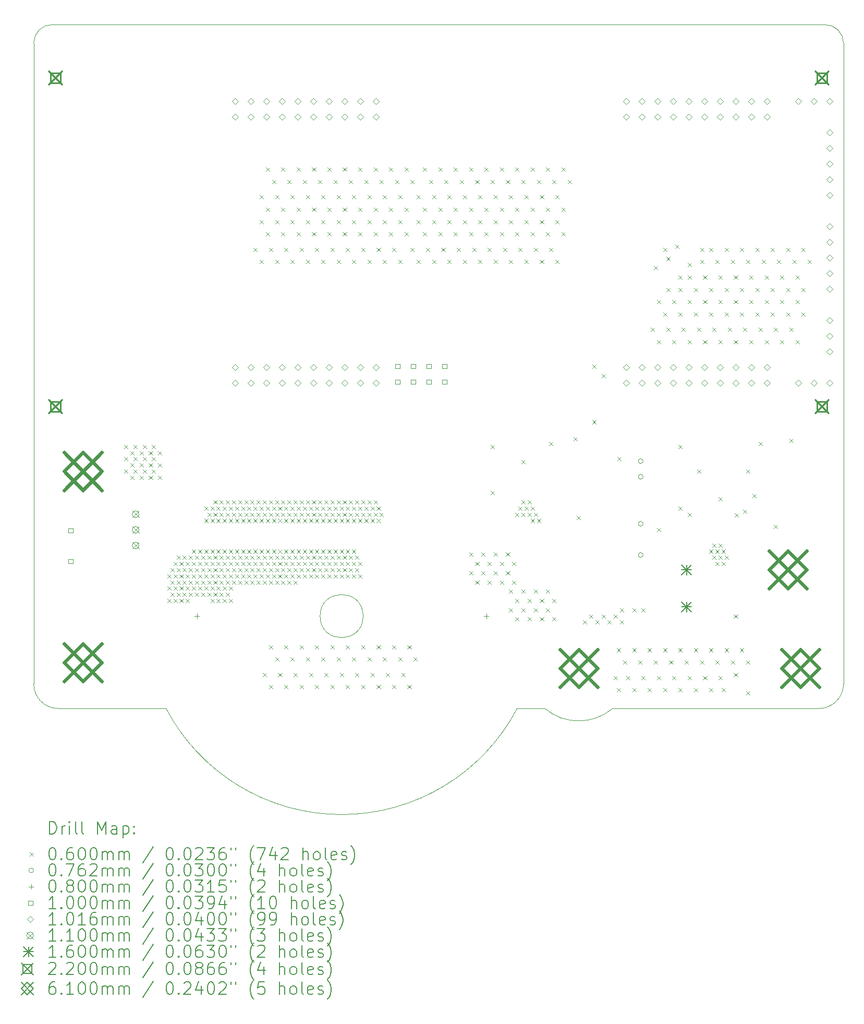
<source format=gbr>
%TF.GenerationSoftware,KiCad,Pcbnew,8.0.9*%
%TF.CreationDate,2025-03-21T10:17:55-04:00*%
%TF.ProjectId,Power_Elec_Project,506f7765-725f-4456-9c65-635f50726f6a,1*%
%TF.SameCoordinates,Original*%
%TF.FileFunction,Drillmap*%
%TF.FilePolarity,Positive*%
%FSLAX45Y45*%
G04 Gerber Fmt 4.5, Leading zero omitted, Abs format (unit mm)*
G04 Created by KiCad (PCBNEW 8.0.9) date 2025-03-21 10:17:55*
%MOMM*%
%LPD*%
G01*
G04 APERTURE LIST*
%ADD10C,0.050000*%
%ADD11C,0.200000*%
%ADD12C,0.100000*%
%ADD13C,0.101600*%
%ADD14C,0.110000*%
%ADD15C,0.160000*%
%ADD16C,0.220000*%
%ADD17C,0.610000*%
G04 APERTURE END LIST*
D10*
X8800000Y-3250000D02*
X21350000Y-3250000D01*
X21650000Y-13950000D02*
G75*
G02*
X21250000Y-14350000I-400000J0D01*
G01*
X8900000Y-14350000D02*
G75*
G02*
X8500000Y-13950000I0J400000D01*
G01*
X16350000Y-14350000D02*
G75*
G02*
X10650000Y-14350000I-2850000J1500000D01*
G01*
X21250000Y-14350000D02*
X17900000Y-14350000D01*
X8500003Y-13950000D02*
X8500000Y-3550000D01*
X17900000Y-14350000D02*
G75*
G02*
X16800000Y-14350000I-550000J650000D01*
G01*
X8500000Y-3550000D02*
G75*
G02*
X8800000Y-3250000I300000J0D01*
G01*
X21350000Y-3250000D02*
G75*
G02*
X21650000Y-3550000I0J-300000D01*
G01*
X8900000Y-14350000D02*
X10650000Y-14350000D01*
X16800000Y-14350000D02*
X16350000Y-14350000D01*
X21650000Y-3550000D02*
X21650000Y-13950000D01*
X18000000Y-14350000D02*
X18000000Y-14350000D01*
X13850000Y-12850000D02*
G75*
G02*
X13150000Y-12850000I-350000J0D01*
G01*
X13150000Y-12850000D02*
G75*
G02*
X13850000Y-12850000I350000J0D01*
G01*
D11*
D12*
X9970000Y-10070000D02*
X10030000Y-10130000D01*
X10030000Y-10070000D02*
X9970000Y-10130000D01*
X9970000Y-10270000D02*
X10030000Y-10330000D01*
X10030000Y-10270000D02*
X9970000Y-10330000D01*
X9970000Y-10470000D02*
X10030000Y-10530000D01*
X10030000Y-10470000D02*
X9970000Y-10530000D01*
X10070000Y-10170000D02*
X10130000Y-10230000D01*
X10130000Y-10170000D02*
X10070000Y-10230000D01*
X10070000Y-10370000D02*
X10130000Y-10430000D01*
X10130000Y-10370000D02*
X10070000Y-10430000D01*
X10070000Y-10570000D02*
X10130000Y-10630000D01*
X10130000Y-10570000D02*
X10070000Y-10630000D01*
X10120000Y-10070000D02*
X10180000Y-10130000D01*
X10180000Y-10070000D02*
X10120000Y-10130000D01*
X10120000Y-10270000D02*
X10180000Y-10330000D01*
X10180000Y-10270000D02*
X10120000Y-10330000D01*
X10120000Y-10470000D02*
X10180000Y-10530000D01*
X10180000Y-10470000D02*
X10120000Y-10530000D01*
X10220000Y-10170000D02*
X10280000Y-10230000D01*
X10280000Y-10170000D02*
X10220000Y-10230000D01*
X10220000Y-10370000D02*
X10280000Y-10430000D01*
X10280000Y-10370000D02*
X10220000Y-10430000D01*
X10220000Y-10570000D02*
X10280000Y-10630000D01*
X10280000Y-10570000D02*
X10220000Y-10630000D01*
X10270000Y-10070000D02*
X10330000Y-10130000D01*
X10330000Y-10070000D02*
X10270000Y-10130000D01*
X10270000Y-10270000D02*
X10330000Y-10330000D01*
X10330000Y-10270000D02*
X10270000Y-10330000D01*
X10270000Y-10470000D02*
X10330000Y-10530000D01*
X10330000Y-10470000D02*
X10270000Y-10530000D01*
X10370000Y-10170000D02*
X10430000Y-10230000D01*
X10430000Y-10170000D02*
X10370000Y-10230000D01*
X10370000Y-10370000D02*
X10430000Y-10430000D01*
X10430000Y-10370000D02*
X10370000Y-10430000D01*
X10370000Y-10570000D02*
X10430000Y-10630000D01*
X10430000Y-10570000D02*
X10370000Y-10630000D01*
X10420000Y-10070000D02*
X10480000Y-10130000D01*
X10480000Y-10070000D02*
X10420000Y-10130000D01*
X10420000Y-10270000D02*
X10480000Y-10330000D01*
X10480000Y-10270000D02*
X10420000Y-10330000D01*
X10420000Y-10470000D02*
X10480000Y-10530000D01*
X10480000Y-10470000D02*
X10420000Y-10530000D01*
X10520000Y-10170000D02*
X10580000Y-10230000D01*
X10580000Y-10170000D02*
X10520000Y-10230000D01*
X10520000Y-10370000D02*
X10580000Y-10430000D01*
X10580000Y-10370000D02*
X10520000Y-10430000D01*
X10520000Y-10570000D02*
X10580000Y-10630000D01*
X10580000Y-10570000D02*
X10520000Y-10630000D01*
X10670000Y-12170000D02*
X10730000Y-12230000D01*
X10730000Y-12170000D02*
X10670000Y-12230000D01*
X10670000Y-12370000D02*
X10730000Y-12430000D01*
X10730000Y-12370000D02*
X10670000Y-12430000D01*
X10670000Y-12570000D02*
X10730000Y-12630000D01*
X10730000Y-12570000D02*
X10670000Y-12630000D01*
X10720000Y-12070000D02*
X10780000Y-12130000D01*
X10780000Y-12070000D02*
X10720000Y-12130000D01*
X10720000Y-12270000D02*
X10780000Y-12330000D01*
X10780000Y-12270000D02*
X10720000Y-12330000D01*
X10720000Y-12470000D02*
X10780000Y-12530000D01*
X10780000Y-12470000D02*
X10720000Y-12530000D01*
X10770000Y-11970000D02*
X10830000Y-12030000D01*
X10830000Y-11970000D02*
X10770000Y-12030000D01*
X10770000Y-12170000D02*
X10830000Y-12230000D01*
X10830000Y-12170000D02*
X10770000Y-12230000D01*
X10770000Y-12370000D02*
X10830000Y-12430000D01*
X10830000Y-12370000D02*
X10770000Y-12430000D01*
X10770000Y-12570000D02*
X10830000Y-12630000D01*
X10830000Y-12570000D02*
X10770000Y-12630000D01*
X10820000Y-11870000D02*
X10880000Y-11930000D01*
X10880000Y-11870000D02*
X10820000Y-11930000D01*
X10820000Y-12070000D02*
X10880000Y-12130000D01*
X10880000Y-12070000D02*
X10820000Y-12130000D01*
X10820000Y-12270000D02*
X10880000Y-12330000D01*
X10880000Y-12270000D02*
X10820000Y-12330000D01*
X10820000Y-12470000D02*
X10880000Y-12530000D01*
X10880000Y-12470000D02*
X10820000Y-12530000D01*
X10870000Y-11970000D02*
X10930000Y-12030000D01*
X10930000Y-11970000D02*
X10870000Y-12030000D01*
X10870000Y-12170000D02*
X10930000Y-12230000D01*
X10930000Y-12170000D02*
X10870000Y-12230000D01*
X10870000Y-12370000D02*
X10930000Y-12430000D01*
X10930000Y-12370000D02*
X10870000Y-12430000D01*
X10870000Y-12570000D02*
X10930000Y-12630000D01*
X10930000Y-12570000D02*
X10870000Y-12630000D01*
X10920000Y-11870000D02*
X10980000Y-11930000D01*
X10980000Y-11870000D02*
X10920000Y-11930000D01*
X10920000Y-12070000D02*
X10980000Y-12130000D01*
X10980000Y-12070000D02*
X10920000Y-12130000D01*
X10920000Y-12270000D02*
X10980000Y-12330000D01*
X10980000Y-12270000D02*
X10920000Y-12330000D01*
X10920000Y-12470000D02*
X10980000Y-12530000D01*
X10980000Y-12470000D02*
X10920000Y-12530000D01*
X10970000Y-11970000D02*
X11030000Y-12030000D01*
X11030000Y-11970000D02*
X10970000Y-12030000D01*
X10970000Y-12170000D02*
X11030000Y-12230000D01*
X11030000Y-12170000D02*
X10970000Y-12230000D01*
X10970000Y-12370000D02*
X11030000Y-12430000D01*
X11030000Y-12370000D02*
X10970000Y-12430000D01*
X10970000Y-12570000D02*
X11030000Y-12630000D01*
X11030000Y-12570000D02*
X10970000Y-12630000D01*
X11020000Y-11870000D02*
X11080000Y-11930000D01*
X11080000Y-11870000D02*
X11020000Y-11930000D01*
X11020000Y-12070000D02*
X11080000Y-12130000D01*
X11080000Y-12070000D02*
X11020000Y-12130000D01*
X11020000Y-12270000D02*
X11080000Y-12330000D01*
X11080000Y-12270000D02*
X11020000Y-12330000D01*
X11020000Y-12470000D02*
X11080000Y-12530000D01*
X11080000Y-12470000D02*
X11020000Y-12530000D01*
X11070000Y-11770000D02*
X11130000Y-11830000D01*
X11130000Y-11770000D02*
X11070000Y-11830000D01*
X11070000Y-11970000D02*
X11130000Y-12030000D01*
X11130000Y-11970000D02*
X11070000Y-12030000D01*
X11070000Y-12170000D02*
X11130000Y-12230000D01*
X11130000Y-12170000D02*
X11070000Y-12230000D01*
X11070000Y-12370000D02*
X11130000Y-12430000D01*
X11130000Y-12370000D02*
X11070000Y-12430000D01*
X11120000Y-11870000D02*
X11180000Y-11930000D01*
X11180000Y-11870000D02*
X11120000Y-11930000D01*
X11120000Y-12070000D02*
X11180000Y-12130000D01*
X11180000Y-12070000D02*
X11120000Y-12130000D01*
X11120000Y-12270000D02*
X11180000Y-12330000D01*
X11180000Y-12270000D02*
X11120000Y-12330000D01*
X11120000Y-12470000D02*
X11180000Y-12530000D01*
X11180000Y-12470000D02*
X11120000Y-12530000D01*
X11170000Y-11770000D02*
X11230000Y-11830000D01*
X11230000Y-11770000D02*
X11170000Y-11830000D01*
X11170000Y-11970000D02*
X11230000Y-12030000D01*
X11230000Y-11970000D02*
X11170000Y-12030000D01*
X11170000Y-12170000D02*
X11230000Y-12230000D01*
X11230000Y-12170000D02*
X11170000Y-12230000D01*
X11170000Y-12370000D02*
X11230000Y-12430000D01*
X11230000Y-12370000D02*
X11170000Y-12430000D01*
X11220000Y-11870000D02*
X11280000Y-11930000D01*
X11280000Y-11870000D02*
X11220000Y-11930000D01*
X11220000Y-12070000D02*
X11280000Y-12130000D01*
X11280000Y-12070000D02*
X11220000Y-12130000D01*
X11220000Y-12270000D02*
X11280000Y-12330000D01*
X11280000Y-12270000D02*
X11220000Y-12330000D01*
X11220000Y-12470000D02*
X11280000Y-12530000D01*
X11280000Y-12470000D02*
X11220000Y-12530000D01*
X11270000Y-11070000D02*
X11330000Y-11130000D01*
X11330000Y-11070000D02*
X11270000Y-11130000D01*
X11270000Y-11270000D02*
X11330000Y-11330000D01*
X11330000Y-11270000D02*
X11270000Y-11330000D01*
X11270000Y-11770000D02*
X11330000Y-11830000D01*
X11330000Y-11770000D02*
X11270000Y-11830000D01*
X11270000Y-11970000D02*
X11330000Y-12030000D01*
X11330000Y-11970000D02*
X11270000Y-12030000D01*
X11270000Y-12170000D02*
X11330000Y-12230000D01*
X11330000Y-12170000D02*
X11270000Y-12230000D01*
X11270000Y-12370000D02*
X11330000Y-12430000D01*
X11330000Y-12370000D02*
X11270000Y-12430000D01*
X11320000Y-11170000D02*
X11380000Y-11230000D01*
X11380000Y-11170000D02*
X11320000Y-11230000D01*
X11320000Y-11870000D02*
X11380000Y-11930000D01*
X11380000Y-11870000D02*
X11320000Y-11930000D01*
X11320000Y-12070000D02*
X11380000Y-12130000D01*
X11380000Y-12070000D02*
X11320000Y-12130000D01*
X11320000Y-12270000D02*
X11380000Y-12330000D01*
X11380000Y-12270000D02*
X11320000Y-12330000D01*
X11320000Y-12470000D02*
X11380000Y-12530000D01*
X11380000Y-12470000D02*
X11320000Y-12530000D01*
X11370000Y-11070000D02*
X11430000Y-11130000D01*
X11430000Y-11070000D02*
X11370000Y-11130000D01*
X11370000Y-11270000D02*
X11430000Y-11330000D01*
X11430000Y-11270000D02*
X11370000Y-11330000D01*
X11370000Y-11770000D02*
X11430000Y-11830000D01*
X11430000Y-11770000D02*
X11370000Y-11830000D01*
X11370000Y-11970000D02*
X11430000Y-12030000D01*
X11430000Y-11970000D02*
X11370000Y-12030000D01*
X11370000Y-12170000D02*
X11430000Y-12230000D01*
X11430000Y-12170000D02*
X11370000Y-12230000D01*
X11370000Y-12370000D02*
X11430000Y-12430000D01*
X11430000Y-12370000D02*
X11370000Y-12430000D01*
X11370000Y-12570000D02*
X11430000Y-12630000D01*
X11430000Y-12570000D02*
X11370000Y-12630000D01*
X11420000Y-10970000D02*
X11480000Y-11030000D01*
X11480000Y-10970000D02*
X11420000Y-11030000D01*
X11420000Y-11170000D02*
X11480000Y-11230000D01*
X11480000Y-11170000D02*
X11420000Y-11230000D01*
X11420000Y-11870000D02*
X11480000Y-11930000D01*
X11480000Y-11870000D02*
X11420000Y-11930000D01*
X11420000Y-12070000D02*
X11480000Y-12130000D01*
X11480000Y-12070000D02*
X11420000Y-12130000D01*
X11420000Y-12270000D02*
X11480000Y-12330000D01*
X11480000Y-12270000D02*
X11420000Y-12330000D01*
X11420000Y-12470000D02*
X11480000Y-12530000D01*
X11480000Y-12470000D02*
X11420000Y-12530000D01*
X11470000Y-11070000D02*
X11530000Y-11130000D01*
X11530000Y-11070000D02*
X11470000Y-11130000D01*
X11470000Y-11270000D02*
X11530000Y-11330000D01*
X11530000Y-11270000D02*
X11470000Y-11330000D01*
X11470000Y-11770000D02*
X11530000Y-11830000D01*
X11530000Y-11770000D02*
X11470000Y-11830000D01*
X11470000Y-11970000D02*
X11530000Y-12030000D01*
X11530000Y-11970000D02*
X11470000Y-12030000D01*
X11470000Y-12170000D02*
X11530000Y-12230000D01*
X11530000Y-12170000D02*
X11470000Y-12230000D01*
X11470000Y-12370000D02*
X11530000Y-12430000D01*
X11530000Y-12370000D02*
X11470000Y-12430000D01*
X11470000Y-12570000D02*
X11530000Y-12630000D01*
X11530000Y-12570000D02*
X11470000Y-12630000D01*
X11520000Y-10970000D02*
X11580000Y-11030000D01*
X11580000Y-10970000D02*
X11520000Y-11030000D01*
X11520000Y-11170000D02*
X11580000Y-11230000D01*
X11580000Y-11170000D02*
X11520000Y-11230000D01*
X11520000Y-11870000D02*
X11580000Y-11930000D01*
X11580000Y-11870000D02*
X11520000Y-11930000D01*
X11520000Y-12070000D02*
X11580000Y-12130000D01*
X11580000Y-12070000D02*
X11520000Y-12130000D01*
X11520000Y-12270000D02*
X11580000Y-12330000D01*
X11580000Y-12270000D02*
X11520000Y-12330000D01*
X11520000Y-12470000D02*
X11580000Y-12530000D01*
X11580000Y-12470000D02*
X11520000Y-12530000D01*
X11570000Y-11070000D02*
X11630000Y-11130000D01*
X11630000Y-11070000D02*
X11570000Y-11130000D01*
X11570000Y-11270000D02*
X11630000Y-11330000D01*
X11630000Y-11270000D02*
X11570000Y-11330000D01*
X11570000Y-11770000D02*
X11630000Y-11830000D01*
X11630000Y-11770000D02*
X11570000Y-11830000D01*
X11570000Y-11970000D02*
X11630000Y-12030000D01*
X11630000Y-11970000D02*
X11570000Y-12030000D01*
X11570000Y-12170000D02*
X11630000Y-12230000D01*
X11630000Y-12170000D02*
X11570000Y-12230000D01*
X11570000Y-12370000D02*
X11630000Y-12430000D01*
X11630000Y-12370000D02*
X11570000Y-12430000D01*
X11570000Y-12570000D02*
X11630000Y-12630000D01*
X11630000Y-12570000D02*
X11570000Y-12630000D01*
X11620000Y-10970000D02*
X11680000Y-11030000D01*
X11680000Y-10970000D02*
X11620000Y-11030000D01*
X11620000Y-11170000D02*
X11680000Y-11230000D01*
X11680000Y-11170000D02*
X11620000Y-11230000D01*
X11620000Y-11870000D02*
X11680000Y-11930000D01*
X11680000Y-11870000D02*
X11620000Y-11930000D01*
X11620000Y-12070000D02*
X11680000Y-12130000D01*
X11680000Y-12070000D02*
X11620000Y-12130000D01*
X11620000Y-12270000D02*
X11680000Y-12330000D01*
X11680000Y-12270000D02*
X11620000Y-12330000D01*
X11620000Y-12470000D02*
X11680000Y-12530000D01*
X11680000Y-12470000D02*
X11620000Y-12530000D01*
X11670000Y-11070000D02*
X11730000Y-11130000D01*
X11730000Y-11070000D02*
X11670000Y-11130000D01*
X11670000Y-11270000D02*
X11730000Y-11330000D01*
X11730000Y-11270000D02*
X11670000Y-11330000D01*
X11670000Y-11770000D02*
X11730000Y-11830000D01*
X11730000Y-11770000D02*
X11670000Y-11830000D01*
X11670000Y-11970000D02*
X11730000Y-12030000D01*
X11730000Y-11970000D02*
X11670000Y-12030000D01*
X11670000Y-12170000D02*
X11730000Y-12230000D01*
X11730000Y-12170000D02*
X11670000Y-12230000D01*
X11670000Y-12370000D02*
X11730000Y-12430000D01*
X11730000Y-12370000D02*
X11670000Y-12430000D01*
X11670000Y-12570000D02*
X11730000Y-12630000D01*
X11730000Y-12570000D02*
X11670000Y-12630000D01*
X11720000Y-10970000D02*
X11780000Y-11030000D01*
X11780000Y-10970000D02*
X11720000Y-11030000D01*
X11720000Y-11170000D02*
X11780000Y-11230000D01*
X11780000Y-11170000D02*
X11720000Y-11230000D01*
X11720000Y-11870000D02*
X11780000Y-11930000D01*
X11780000Y-11870000D02*
X11720000Y-11930000D01*
X11720000Y-12070000D02*
X11780000Y-12130000D01*
X11780000Y-12070000D02*
X11720000Y-12130000D01*
X11720000Y-12270000D02*
X11780000Y-12330000D01*
X11780000Y-12270000D02*
X11720000Y-12330000D01*
X11770000Y-11070000D02*
X11830000Y-11130000D01*
X11830000Y-11070000D02*
X11770000Y-11130000D01*
X11770000Y-11270000D02*
X11830000Y-11330000D01*
X11830000Y-11270000D02*
X11770000Y-11330000D01*
X11770000Y-11770000D02*
X11830000Y-11830000D01*
X11830000Y-11770000D02*
X11770000Y-11830000D01*
X11770000Y-11970000D02*
X11830000Y-12030000D01*
X11830000Y-11970000D02*
X11770000Y-12030000D01*
X11770000Y-12170000D02*
X11830000Y-12230000D01*
X11830000Y-12170000D02*
X11770000Y-12230000D01*
X11820000Y-10970000D02*
X11880000Y-11030000D01*
X11880000Y-10970000D02*
X11820000Y-11030000D01*
X11820000Y-11170000D02*
X11880000Y-11230000D01*
X11880000Y-11170000D02*
X11820000Y-11230000D01*
X11820000Y-11870000D02*
X11880000Y-11930000D01*
X11880000Y-11870000D02*
X11820000Y-11930000D01*
X11820000Y-12070000D02*
X11880000Y-12130000D01*
X11880000Y-12070000D02*
X11820000Y-12130000D01*
X11820000Y-12270000D02*
X11880000Y-12330000D01*
X11880000Y-12270000D02*
X11820000Y-12330000D01*
X11870000Y-11070000D02*
X11930000Y-11130000D01*
X11930000Y-11070000D02*
X11870000Y-11130000D01*
X11870000Y-11270000D02*
X11930000Y-11330000D01*
X11930000Y-11270000D02*
X11870000Y-11330000D01*
X11870000Y-11770000D02*
X11930000Y-11830000D01*
X11930000Y-11770000D02*
X11870000Y-11830000D01*
X11870000Y-11970000D02*
X11930000Y-12030000D01*
X11930000Y-11970000D02*
X11870000Y-12030000D01*
X11870000Y-12170000D02*
X11930000Y-12230000D01*
X11930000Y-12170000D02*
X11870000Y-12230000D01*
X11920000Y-10970000D02*
X11980000Y-11030000D01*
X11980000Y-10970000D02*
X11920000Y-11030000D01*
X11920000Y-11170000D02*
X11980000Y-11230000D01*
X11980000Y-11170000D02*
X11920000Y-11230000D01*
X11920000Y-11870000D02*
X11980000Y-11930000D01*
X11980000Y-11870000D02*
X11920000Y-11930000D01*
X11920000Y-12070000D02*
X11980000Y-12130000D01*
X11980000Y-12070000D02*
X11920000Y-12130000D01*
X11920000Y-12270000D02*
X11980000Y-12330000D01*
X11980000Y-12270000D02*
X11920000Y-12330000D01*
X11970000Y-11070000D02*
X12030000Y-11130000D01*
X12030000Y-11070000D02*
X11970000Y-11130000D01*
X11970000Y-11270000D02*
X12030000Y-11330000D01*
X12030000Y-11270000D02*
X11970000Y-11330000D01*
X11970000Y-11770000D02*
X12030000Y-11830000D01*
X12030000Y-11770000D02*
X11970000Y-11830000D01*
X11970000Y-11970000D02*
X12030000Y-12030000D01*
X12030000Y-11970000D02*
X11970000Y-12030000D01*
X11970000Y-12170000D02*
X12030000Y-12230000D01*
X12030000Y-12170000D02*
X11970000Y-12230000D01*
X12020000Y-10970000D02*
X12080000Y-11030000D01*
X12080000Y-10970000D02*
X12020000Y-11030000D01*
X12020000Y-11170000D02*
X12080000Y-11230000D01*
X12080000Y-11170000D02*
X12020000Y-11230000D01*
X12020000Y-11870000D02*
X12080000Y-11930000D01*
X12080000Y-11870000D02*
X12020000Y-11930000D01*
X12020000Y-12070000D02*
X12080000Y-12130000D01*
X12080000Y-12070000D02*
X12020000Y-12130000D01*
X12020000Y-12270000D02*
X12080000Y-12330000D01*
X12080000Y-12270000D02*
X12020000Y-12330000D01*
X12070000Y-6870000D02*
X12130000Y-6930000D01*
X12130000Y-6870000D02*
X12070000Y-6930000D01*
X12070000Y-11070000D02*
X12130000Y-11130000D01*
X12130000Y-11070000D02*
X12070000Y-11130000D01*
X12070000Y-11270000D02*
X12130000Y-11330000D01*
X12130000Y-11270000D02*
X12070000Y-11330000D01*
X12070000Y-11770000D02*
X12130000Y-11830000D01*
X12130000Y-11770000D02*
X12070000Y-11830000D01*
X12070000Y-11970000D02*
X12130000Y-12030000D01*
X12130000Y-11970000D02*
X12070000Y-12030000D01*
X12070000Y-12170000D02*
X12130000Y-12230000D01*
X12130000Y-12170000D02*
X12070000Y-12230000D01*
X12120000Y-10970000D02*
X12180000Y-11030000D01*
X12180000Y-10970000D02*
X12120000Y-11030000D01*
X12120000Y-11170000D02*
X12180000Y-11230000D01*
X12180000Y-11170000D02*
X12120000Y-11230000D01*
X12120000Y-11870000D02*
X12180000Y-11930000D01*
X12180000Y-11870000D02*
X12120000Y-11930000D01*
X12120000Y-12070000D02*
X12180000Y-12130000D01*
X12180000Y-12070000D02*
X12120000Y-12130000D01*
X12120000Y-12270000D02*
X12180000Y-12330000D01*
X12180000Y-12270000D02*
X12120000Y-12330000D01*
X12170000Y-6020000D02*
X12230000Y-6080000D01*
X12230000Y-6020000D02*
X12170000Y-6080000D01*
X12170000Y-6420000D02*
X12230000Y-6480000D01*
X12230000Y-6420000D02*
X12170000Y-6480000D01*
X12170000Y-7070000D02*
X12230000Y-7130000D01*
X12230000Y-7070000D02*
X12170000Y-7130000D01*
X12170000Y-11070000D02*
X12230000Y-11130000D01*
X12230000Y-11070000D02*
X12170000Y-11130000D01*
X12170000Y-11270000D02*
X12230000Y-11330000D01*
X12230000Y-11270000D02*
X12170000Y-11330000D01*
X12170000Y-11770000D02*
X12230000Y-11830000D01*
X12230000Y-11770000D02*
X12170000Y-11830000D01*
X12170000Y-11970000D02*
X12230000Y-12030000D01*
X12230000Y-11970000D02*
X12170000Y-12030000D01*
X12170000Y-12170000D02*
X12230000Y-12230000D01*
X12230000Y-12170000D02*
X12170000Y-12230000D01*
X12220000Y-10970000D02*
X12280000Y-11030000D01*
X12280000Y-10970000D02*
X12220000Y-11030000D01*
X12220000Y-11170000D02*
X12280000Y-11230000D01*
X12280000Y-11170000D02*
X12220000Y-11230000D01*
X12220000Y-11870000D02*
X12280000Y-11930000D01*
X12280000Y-11870000D02*
X12220000Y-11930000D01*
X12220000Y-12070000D02*
X12280000Y-12130000D01*
X12280000Y-12070000D02*
X12220000Y-12130000D01*
X12220000Y-12270000D02*
X12280000Y-12330000D01*
X12280000Y-12270000D02*
X12220000Y-12330000D01*
X12220000Y-13770000D02*
X12280000Y-13830000D01*
X12280000Y-13770000D02*
X12220000Y-13830000D01*
X12270000Y-5570000D02*
X12330000Y-5630000D01*
X12330000Y-5570000D02*
X12270000Y-5630000D01*
X12270000Y-6220000D02*
X12330000Y-6280000D01*
X12330000Y-6220000D02*
X12270000Y-6280000D01*
X12270000Y-6620000D02*
X12330000Y-6680000D01*
X12330000Y-6620000D02*
X12270000Y-6680000D01*
X12270000Y-11070000D02*
X12330000Y-11130000D01*
X12330000Y-11070000D02*
X12270000Y-11130000D01*
X12270000Y-11270000D02*
X12330000Y-11330000D01*
X12330000Y-11270000D02*
X12270000Y-11330000D01*
X12270000Y-11770000D02*
X12330000Y-11830000D01*
X12330000Y-11770000D02*
X12270000Y-11830000D01*
X12270000Y-11970000D02*
X12330000Y-12030000D01*
X12330000Y-11970000D02*
X12270000Y-12030000D01*
X12270000Y-12170000D02*
X12330000Y-12230000D01*
X12330000Y-12170000D02*
X12270000Y-12230000D01*
X12320000Y-6870000D02*
X12380000Y-6930000D01*
X12380000Y-6870000D02*
X12320000Y-6930000D01*
X12320000Y-10970000D02*
X12380000Y-11030000D01*
X12380000Y-10970000D02*
X12320000Y-11030000D01*
X12320000Y-11170000D02*
X12380000Y-11230000D01*
X12380000Y-11170000D02*
X12320000Y-11230000D01*
X12320000Y-11870000D02*
X12380000Y-11930000D01*
X12380000Y-11870000D02*
X12320000Y-11930000D01*
X12320000Y-12070000D02*
X12380000Y-12130000D01*
X12380000Y-12070000D02*
X12320000Y-12130000D01*
X12320000Y-12270000D02*
X12380000Y-12330000D01*
X12380000Y-12270000D02*
X12320000Y-12330000D01*
X12320000Y-13320000D02*
X12380000Y-13380000D01*
X12380000Y-13320000D02*
X12320000Y-13380000D01*
X12320000Y-13970000D02*
X12380000Y-14030000D01*
X12380000Y-13970000D02*
X12320000Y-14030000D01*
X12370000Y-5770000D02*
X12430000Y-5830000D01*
X12430000Y-5770000D02*
X12370000Y-5830000D01*
X12370000Y-11070000D02*
X12430000Y-11130000D01*
X12430000Y-11070000D02*
X12370000Y-11130000D01*
X12370000Y-11270000D02*
X12430000Y-11330000D01*
X12430000Y-11270000D02*
X12370000Y-11330000D01*
X12370000Y-11770000D02*
X12430000Y-11830000D01*
X12430000Y-11770000D02*
X12370000Y-11830000D01*
X12370000Y-11970000D02*
X12430000Y-12030000D01*
X12430000Y-11970000D02*
X12370000Y-12030000D01*
X12370000Y-12170000D02*
X12430000Y-12230000D01*
X12430000Y-12170000D02*
X12370000Y-12230000D01*
X12420000Y-6020000D02*
X12480000Y-6080000D01*
X12480000Y-6020000D02*
X12420000Y-6080000D01*
X12420000Y-6420000D02*
X12480000Y-6480000D01*
X12480000Y-6420000D02*
X12420000Y-6480000D01*
X12420000Y-7070000D02*
X12480000Y-7130000D01*
X12480000Y-7070000D02*
X12420000Y-7130000D01*
X12420000Y-10970000D02*
X12480000Y-11030000D01*
X12480000Y-10970000D02*
X12420000Y-11030000D01*
X12420000Y-11170000D02*
X12480000Y-11230000D01*
X12480000Y-11170000D02*
X12420000Y-11230000D01*
X12420000Y-11870000D02*
X12480000Y-11930000D01*
X12480000Y-11870000D02*
X12420000Y-11930000D01*
X12420000Y-12070000D02*
X12480000Y-12130000D01*
X12480000Y-12070000D02*
X12420000Y-12130000D01*
X12420000Y-12270000D02*
X12480000Y-12330000D01*
X12480000Y-12270000D02*
X12420000Y-12330000D01*
X12420000Y-13520000D02*
X12480000Y-13580000D01*
X12480000Y-13520000D02*
X12420000Y-13580000D01*
X12470000Y-11070000D02*
X12530000Y-11130000D01*
X12530000Y-11070000D02*
X12470000Y-11130000D01*
X12470000Y-11270000D02*
X12530000Y-11330000D01*
X12530000Y-11270000D02*
X12470000Y-11330000D01*
X12470000Y-11770000D02*
X12530000Y-11830000D01*
X12530000Y-11770000D02*
X12470000Y-11830000D01*
X12470000Y-11970000D02*
X12530000Y-12030000D01*
X12530000Y-11970000D02*
X12470000Y-12030000D01*
X12470000Y-12170000D02*
X12530000Y-12230000D01*
X12530000Y-12170000D02*
X12470000Y-12230000D01*
X12470000Y-13770000D02*
X12530000Y-13830000D01*
X12530000Y-13770000D02*
X12470000Y-13830000D01*
X12520000Y-5570000D02*
X12580000Y-5630000D01*
X12580000Y-5570000D02*
X12520000Y-5630000D01*
X12520000Y-6220000D02*
X12580000Y-6280000D01*
X12580000Y-6220000D02*
X12520000Y-6280000D01*
X12520000Y-6620000D02*
X12580000Y-6680000D01*
X12580000Y-6620000D02*
X12520000Y-6680000D01*
X12520000Y-10970000D02*
X12580000Y-11030000D01*
X12580000Y-10970000D02*
X12520000Y-11030000D01*
X12520000Y-11170000D02*
X12580000Y-11230000D01*
X12580000Y-11170000D02*
X12520000Y-11230000D01*
X12520000Y-11870000D02*
X12580000Y-11930000D01*
X12580000Y-11870000D02*
X12520000Y-11930000D01*
X12520000Y-12070000D02*
X12580000Y-12130000D01*
X12580000Y-12070000D02*
X12520000Y-12130000D01*
X12520000Y-12270000D02*
X12580000Y-12330000D01*
X12580000Y-12270000D02*
X12520000Y-12330000D01*
X12570000Y-6870000D02*
X12630000Y-6930000D01*
X12630000Y-6870000D02*
X12570000Y-6930000D01*
X12570000Y-11070000D02*
X12630000Y-11130000D01*
X12630000Y-11070000D02*
X12570000Y-11130000D01*
X12570000Y-11270000D02*
X12630000Y-11330000D01*
X12630000Y-11270000D02*
X12570000Y-11330000D01*
X12570000Y-11770000D02*
X12630000Y-11830000D01*
X12630000Y-11770000D02*
X12570000Y-11830000D01*
X12570000Y-11970000D02*
X12630000Y-12030000D01*
X12630000Y-11970000D02*
X12570000Y-12030000D01*
X12570000Y-12170000D02*
X12630000Y-12230000D01*
X12630000Y-12170000D02*
X12570000Y-12230000D01*
X12570000Y-13320000D02*
X12630000Y-13380000D01*
X12630000Y-13320000D02*
X12570000Y-13380000D01*
X12570000Y-13970000D02*
X12630000Y-14030000D01*
X12630000Y-13970000D02*
X12570000Y-14030000D01*
X12620000Y-5770000D02*
X12680000Y-5830000D01*
X12680000Y-5770000D02*
X12620000Y-5830000D01*
X12620000Y-10970000D02*
X12680000Y-11030000D01*
X12680000Y-10970000D02*
X12620000Y-11030000D01*
X12620000Y-11170000D02*
X12680000Y-11230000D01*
X12680000Y-11170000D02*
X12620000Y-11230000D01*
X12620000Y-11870000D02*
X12680000Y-11930000D01*
X12680000Y-11870000D02*
X12620000Y-11930000D01*
X12620000Y-12070000D02*
X12680000Y-12130000D01*
X12680000Y-12070000D02*
X12620000Y-12130000D01*
X12620000Y-12270000D02*
X12680000Y-12330000D01*
X12680000Y-12270000D02*
X12620000Y-12330000D01*
X12670000Y-6020000D02*
X12730000Y-6080000D01*
X12730000Y-6020000D02*
X12670000Y-6080000D01*
X12670000Y-6420000D02*
X12730000Y-6480000D01*
X12730000Y-6420000D02*
X12670000Y-6480000D01*
X12670000Y-7070000D02*
X12730000Y-7130000D01*
X12730000Y-7070000D02*
X12670000Y-7130000D01*
X12670000Y-11070000D02*
X12730000Y-11130000D01*
X12730000Y-11070000D02*
X12670000Y-11130000D01*
X12670000Y-11270000D02*
X12730000Y-11330000D01*
X12730000Y-11270000D02*
X12670000Y-11330000D01*
X12670000Y-11770000D02*
X12730000Y-11830000D01*
X12730000Y-11770000D02*
X12670000Y-11830000D01*
X12670000Y-11970000D02*
X12730000Y-12030000D01*
X12730000Y-11970000D02*
X12670000Y-12030000D01*
X12670000Y-12170000D02*
X12730000Y-12230000D01*
X12730000Y-12170000D02*
X12670000Y-12230000D01*
X12670000Y-13520000D02*
X12730000Y-13580000D01*
X12730000Y-13520000D02*
X12670000Y-13580000D01*
X12720000Y-10970000D02*
X12780000Y-11030000D01*
X12780000Y-10970000D02*
X12720000Y-11030000D01*
X12720000Y-11170000D02*
X12780000Y-11230000D01*
X12780000Y-11170000D02*
X12720000Y-11230000D01*
X12720000Y-11870000D02*
X12780000Y-11930000D01*
X12780000Y-11870000D02*
X12720000Y-11930000D01*
X12720000Y-12070000D02*
X12780000Y-12130000D01*
X12780000Y-12070000D02*
X12720000Y-12130000D01*
X12720000Y-12270000D02*
X12780000Y-12330000D01*
X12780000Y-12270000D02*
X12720000Y-12330000D01*
X12720000Y-13770000D02*
X12780000Y-13830000D01*
X12780000Y-13770000D02*
X12720000Y-13830000D01*
X12770000Y-5570000D02*
X12830000Y-5630000D01*
X12830000Y-5570000D02*
X12770000Y-5630000D01*
X12770000Y-6220000D02*
X12830000Y-6280000D01*
X12830000Y-6220000D02*
X12770000Y-6280000D01*
X12770000Y-6620000D02*
X12830000Y-6680000D01*
X12830000Y-6620000D02*
X12770000Y-6680000D01*
X12770000Y-11070000D02*
X12830000Y-11130000D01*
X12830000Y-11070000D02*
X12770000Y-11130000D01*
X12770000Y-11270000D02*
X12830000Y-11330000D01*
X12830000Y-11270000D02*
X12770000Y-11330000D01*
X12770000Y-11770000D02*
X12830000Y-11830000D01*
X12830000Y-11770000D02*
X12770000Y-11830000D01*
X12770000Y-11970000D02*
X12830000Y-12030000D01*
X12830000Y-11970000D02*
X12770000Y-12030000D01*
X12770000Y-12170000D02*
X12830000Y-12230000D01*
X12830000Y-12170000D02*
X12770000Y-12230000D01*
X12820000Y-6870000D02*
X12880000Y-6930000D01*
X12880000Y-6870000D02*
X12820000Y-6930000D01*
X12820000Y-10970000D02*
X12880000Y-11030000D01*
X12880000Y-10970000D02*
X12820000Y-11030000D01*
X12820000Y-11170000D02*
X12880000Y-11230000D01*
X12880000Y-11170000D02*
X12820000Y-11230000D01*
X12820000Y-11870000D02*
X12880000Y-11930000D01*
X12880000Y-11870000D02*
X12820000Y-11930000D01*
X12820000Y-12070000D02*
X12880000Y-12130000D01*
X12880000Y-12070000D02*
X12820000Y-12130000D01*
X12820000Y-13320000D02*
X12880000Y-13380000D01*
X12880000Y-13320000D02*
X12820000Y-13380000D01*
X12820000Y-13970000D02*
X12880000Y-14030000D01*
X12880000Y-13970000D02*
X12820000Y-14030000D01*
X12870000Y-5770000D02*
X12930000Y-5830000D01*
X12930000Y-5770000D02*
X12870000Y-5830000D01*
X12870000Y-11070000D02*
X12930000Y-11130000D01*
X12930000Y-11070000D02*
X12870000Y-11130000D01*
X12870000Y-11270000D02*
X12930000Y-11330000D01*
X12930000Y-11270000D02*
X12870000Y-11330000D01*
X12870000Y-11770000D02*
X12930000Y-11830000D01*
X12930000Y-11770000D02*
X12870000Y-11830000D01*
X12870000Y-11970000D02*
X12930000Y-12030000D01*
X12930000Y-11970000D02*
X12870000Y-12030000D01*
X12870000Y-12170000D02*
X12930000Y-12230000D01*
X12930000Y-12170000D02*
X12870000Y-12230000D01*
X12920000Y-6020000D02*
X12980000Y-6080000D01*
X12980000Y-6020000D02*
X12920000Y-6080000D01*
X12920000Y-6420000D02*
X12980000Y-6480000D01*
X12980000Y-6420000D02*
X12920000Y-6480000D01*
X12920000Y-7070000D02*
X12980000Y-7130000D01*
X12980000Y-7070000D02*
X12920000Y-7130000D01*
X12920000Y-10970000D02*
X12980000Y-11030000D01*
X12980000Y-10970000D02*
X12920000Y-11030000D01*
X12920000Y-11170000D02*
X12980000Y-11230000D01*
X12980000Y-11170000D02*
X12920000Y-11230000D01*
X12920000Y-11870000D02*
X12980000Y-11930000D01*
X12980000Y-11870000D02*
X12920000Y-11930000D01*
X12920000Y-12070000D02*
X12980000Y-12130000D01*
X12980000Y-12070000D02*
X12920000Y-12130000D01*
X12920000Y-13520000D02*
X12980000Y-13580000D01*
X12980000Y-13520000D02*
X12920000Y-13580000D01*
X12970000Y-11070000D02*
X13030000Y-11130000D01*
X13030000Y-11070000D02*
X12970000Y-11130000D01*
X12970000Y-11270000D02*
X13030000Y-11330000D01*
X13030000Y-11270000D02*
X12970000Y-11330000D01*
X12970000Y-11770000D02*
X13030000Y-11830000D01*
X13030000Y-11770000D02*
X12970000Y-11830000D01*
X12970000Y-11970000D02*
X13030000Y-12030000D01*
X13030000Y-11970000D02*
X12970000Y-12030000D01*
X12970000Y-12170000D02*
X13030000Y-12230000D01*
X13030000Y-12170000D02*
X12970000Y-12230000D01*
X12970000Y-13770000D02*
X13030000Y-13830000D01*
X13030000Y-13770000D02*
X12970000Y-13830000D01*
X13020000Y-5570000D02*
X13080000Y-5630000D01*
X13080000Y-5570000D02*
X13020000Y-5630000D01*
X13020000Y-6220000D02*
X13080000Y-6280000D01*
X13080000Y-6220000D02*
X13020000Y-6280000D01*
X13020000Y-6620000D02*
X13080000Y-6680000D01*
X13080000Y-6620000D02*
X13020000Y-6680000D01*
X13020000Y-10970000D02*
X13080000Y-11030000D01*
X13080000Y-10970000D02*
X13020000Y-11030000D01*
X13020000Y-11170000D02*
X13080000Y-11230000D01*
X13080000Y-11170000D02*
X13020000Y-11230000D01*
X13020000Y-11870000D02*
X13080000Y-11930000D01*
X13080000Y-11870000D02*
X13020000Y-11930000D01*
X13020000Y-12070000D02*
X13080000Y-12130000D01*
X13080000Y-12070000D02*
X13020000Y-12130000D01*
X13070000Y-6870000D02*
X13130000Y-6930000D01*
X13130000Y-6870000D02*
X13070000Y-6930000D01*
X13070000Y-11070000D02*
X13130000Y-11130000D01*
X13130000Y-11070000D02*
X13070000Y-11130000D01*
X13070000Y-11270000D02*
X13130000Y-11330000D01*
X13130000Y-11270000D02*
X13070000Y-11330000D01*
X13070000Y-11770000D02*
X13130000Y-11830000D01*
X13130000Y-11770000D02*
X13070000Y-11830000D01*
X13070000Y-11970000D02*
X13130000Y-12030000D01*
X13130000Y-11970000D02*
X13070000Y-12030000D01*
X13070000Y-12170000D02*
X13130000Y-12230000D01*
X13130000Y-12170000D02*
X13070000Y-12230000D01*
X13070000Y-13320000D02*
X13130000Y-13380000D01*
X13130000Y-13320000D02*
X13070000Y-13380000D01*
X13070000Y-13970000D02*
X13130000Y-14030000D01*
X13130000Y-13970000D02*
X13070000Y-14030000D01*
X13120000Y-5770000D02*
X13180000Y-5830000D01*
X13180000Y-5770000D02*
X13120000Y-5830000D01*
X13120000Y-10970000D02*
X13180000Y-11030000D01*
X13180000Y-10970000D02*
X13120000Y-11030000D01*
X13120000Y-11170000D02*
X13180000Y-11230000D01*
X13180000Y-11170000D02*
X13120000Y-11230000D01*
X13120000Y-11870000D02*
X13180000Y-11930000D01*
X13180000Y-11870000D02*
X13120000Y-11930000D01*
X13120000Y-12070000D02*
X13180000Y-12130000D01*
X13180000Y-12070000D02*
X13120000Y-12130000D01*
X13170000Y-6020000D02*
X13230000Y-6080000D01*
X13230000Y-6020000D02*
X13170000Y-6080000D01*
X13170000Y-6420000D02*
X13230000Y-6480000D01*
X13230000Y-6420000D02*
X13170000Y-6480000D01*
X13170000Y-7070000D02*
X13230000Y-7130000D01*
X13230000Y-7070000D02*
X13170000Y-7130000D01*
X13170000Y-11070000D02*
X13230000Y-11130000D01*
X13230000Y-11070000D02*
X13170000Y-11130000D01*
X13170000Y-11270000D02*
X13230000Y-11330000D01*
X13230000Y-11270000D02*
X13170000Y-11330000D01*
X13170000Y-11770000D02*
X13230000Y-11830000D01*
X13230000Y-11770000D02*
X13170000Y-11830000D01*
X13170000Y-11970000D02*
X13230000Y-12030000D01*
X13230000Y-11970000D02*
X13170000Y-12030000D01*
X13170000Y-12170000D02*
X13230000Y-12230000D01*
X13230000Y-12170000D02*
X13170000Y-12230000D01*
X13170000Y-13520000D02*
X13230000Y-13580000D01*
X13230000Y-13520000D02*
X13170000Y-13580000D01*
X13220000Y-10970000D02*
X13280000Y-11030000D01*
X13280000Y-10970000D02*
X13220000Y-11030000D01*
X13220000Y-11170000D02*
X13280000Y-11230000D01*
X13280000Y-11170000D02*
X13220000Y-11230000D01*
X13220000Y-11870000D02*
X13280000Y-11930000D01*
X13280000Y-11870000D02*
X13220000Y-11930000D01*
X13220000Y-12070000D02*
X13280000Y-12130000D01*
X13280000Y-12070000D02*
X13220000Y-12130000D01*
X13220000Y-13770000D02*
X13280000Y-13830000D01*
X13280000Y-13770000D02*
X13220000Y-13830000D01*
X13270000Y-5570000D02*
X13330000Y-5630000D01*
X13330000Y-5570000D02*
X13270000Y-5630000D01*
X13270000Y-6220000D02*
X13330000Y-6280000D01*
X13330000Y-6220000D02*
X13270000Y-6280000D01*
X13270000Y-6620000D02*
X13330000Y-6680000D01*
X13330000Y-6620000D02*
X13270000Y-6680000D01*
X13270000Y-11070000D02*
X13330000Y-11130000D01*
X13330000Y-11070000D02*
X13270000Y-11130000D01*
X13270000Y-11270000D02*
X13330000Y-11330000D01*
X13330000Y-11270000D02*
X13270000Y-11330000D01*
X13270000Y-11770000D02*
X13330000Y-11830000D01*
X13330000Y-11770000D02*
X13270000Y-11830000D01*
X13270000Y-11970000D02*
X13330000Y-12030000D01*
X13330000Y-11970000D02*
X13270000Y-12030000D01*
X13270000Y-12170000D02*
X13330000Y-12230000D01*
X13330000Y-12170000D02*
X13270000Y-12230000D01*
X13320000Y-6870000D02*
X13380000Y-6930000D01*
X13380000Y-6870000D02*
X13320000Y-6930000D01*
X13320000Y-10970000D02*
X13380000Y-11030000D01*
X13380000Y-10970000D02*
X13320000Y-11030000D01*
X13320000Y-11170000D02*
X13380000Y-11230000D01*
X13380000Y-11170000D02*
X13320000Y-11230000D01*
X13320000Y-11870000D02*
X13380000Y-11930000D01*
X13380000Y-11870000D02*
X13320000Y-11930000D01*
X13320000Y-12070000D02*
X13380000Y-12130000D01*
X13380000Y-12070000D02*
X13320000Y-12130000D01*
X13320000Y-13320000D02*
X13380000Y-13380000D01*
X13380000Y-13320000D02*
X13320000Y-13380000D01*
X13320000Y-13970000D02*
X13380000Y-14030000D01*
X13380000Y-13970000D02*
X13320000Y-14030000D01*
X13370000Y-5770000D02*
X13430000Y-5830000D01*
X13430000Y-5770000D02*
X13370000Y-5830000D01*
X13370000Y-11070000D02*
X13430000Y-11130000D01*
X13430000Y-11070000D02*
X13370000Y-11130000D01*
X13370000Y-11270000D02*
X13430000Y-11330000D01*
X13430000Y-11270000D02*
X13370000Y-11330000D01*
X13370000Y-11770000D02*
X13430000Y-11830000D01*
X13430000Y-11770000D02*
X13370000Y-11830000D01*
X13370000Y-11970000D02*
X13430000Y-12030000D01*
X13430000Y-11970000D02*
X13370000Y-12030000D01*
X13370000Y-12170000D02*
X13430000Y-12230000D01*
X13430000Y-12170000D02*
X13370000Y-12230000D01*
X13420000Y-6020000D02*
X13480000Y-6080000D01*
X13480000Y-6020000D02*
X13420000Y-6080000D01*
X13420000Y-6420000D02*
X13480000Y-6480000D01*
X13480000Y-6420000D02*
X13420000Y-6480000D01*
X13420000Y-7070000D02*
X13480000Y-7130000D01*
X13480000Y-7070000D02*
X13420000Y-7130000D01*
X13420000Y-10970000D02*
X13480000Y-11030000D01*
X13480000Y-10970000D02*
X13420000Y-11030000D01*
X13420000Y-11170000D02*
X13480000Y-11230000D01*
X13480000Y-11170000D02*
X13420000Y-11230000D01*
X13420000Y-11870000D02*
X13480000Y-11930000D01*
X13480000Y-11870000D02*
X13420000Y-11930000D01*
X13420000Y-12070000D02*
X13480000Y-12130000D01*
X13480000Y-12070000D02*
X13420000Y-12130000D01*
X13420000Y-13520000D02*
X13480000Y-13580000D01*
X13480000Y-13520000D02*
X13420000Y-13580000D01*
X13470000Y-11070000D02*
X13530000Y-11130000D01*
X13530000Y-11070000D02*
X13470000Y-11130000D01*
X13470000Y-11270000D02*
X13530000Y-11330000D01*
X13530000Y-11270000D02*
X13470000Y-11330000D01*
X13470000Y-11770000D02*
X13530000Y-11830000D01*
X13530000Y-11770000D02*
X13470000Y-11830000D01*
X13470000Y-11970000D02*
X13530000Y-12030000D01*
X13530000Y-11970000D02*
X13470000Y-12030000D01*
X13470000Y-12170000D02*
X13530000Y-12230000D01*
X13530000Y-12170000D02*
X13470000Y-12230000D01*
X13470000Y-13770000D02*
X13530000Y-13830000D01*
X13530000Y-13770000D02*
X13470000Y-13830000D01*
X13520000Y-5570000D02*
X13580000Y-5630000D01*
X13580000Y-5570000D02*
X13520000Y-5630000D01*
X13520000Y-6220000D02*
X13580000Y-6280000D01*
X13580000Y-6220000D02*
X13520000Y-6280000D01*
X13520000Y-6620000D02*
X13580000Y-6680000D01*
X13580000Y-6620000D02*
X13520000Y-6680000D01*
X13520000Y-10970000D02*
X13580000Y-11030000D01*
X13580000Y-10970000D02*
X13520000Y-11030000D01*
X13520000Y-11170000D02*
X13580000Y-11230000D01*
X13580000Y-11170000D02*
X13520000Y-11230000D01*
X13520000Y-11870000D02*
X13580000Y-11930000D01*
X13580000Y-11870000D02*
X13520000Y-11930000D01*
X13520000Y-12070000D02*
X13580000Y-12130000D01*
X13580000Y-12070000D02*
X13520000Y-12130000D01*
X13570000Y-6870000D02*
X13630000Y-6930000D01*
X13630000Y-6870000D02*
X13570000Y-6930000D01*
X13570000Y-11070000D02*
X13630000Y-11130000D01*
X13630000Y-11070000D02*
X13570000Y-11130000D01*
X13570000Y-11270000D02*
X13630000Y-11330000D01*
X13630000Y-11270000D02*
X13570000Y-11330000D01*
X13570000Y-11770000D02*
X13630000Y-11830000D01*
X13630000Y-11770000D02*
X13570000Y-11830000D01*
X13570000Y-11970000D02*
X13630000Y-12030000D01*
X13630000Y-11970000D02*
X13570000Y-12030000D01*
X13570000Y-12170000D02*
X13630000Y-12230000D01*
X13630000Y-12170000D02*
X13570000Y-12230000D01*
X13570000Y-13320000D02*
X13630000Y-13380000D01*
X13630000Y-13320000D02*
X13570000Y-13380000D01*
X13570000Y-13970000D02*
X13630000Y-14030000D01*
X13630000Y-13970000D02*
X13570000Y-14030000D01*
X13620000Y-5770000D02*
X13680000Y-5830000D01*
X13680000Y-5770000D02*
X13620000Y-5830000D01*
X13620000Y-10970000D02*
X13680000Y-11030000D01*
X13680000Y-10970000D02*
X13620000Y-11030000D01*
X13620000Y-11170000D02*
X13680000Y-11230000D01*
X13680000Y-11170000D02*
X13620000Y-11230000D01*
X13620000Y-11870000D02*
X13680000Y-11930000D01*
X13680000Y-11870000D02*
X13620000Y-11930000D01*
X13620000Y-12070000D02*
X13680000Y-12130000D01*
X13680000Y-12070000D02*
X13620000Y-12130000D01*
X13670000Y-6020000D02*
X13730000Y-6080000D01*
X13730000Y-6020000D02*
X13670000Y-6080000D01*
X13670000Y-6420000D02*
X13730000Y-6480000D01*
X13730000Y-6420000D02*
X13670000Y-6480000D01*
X13670000Y-7070000D02*
X13730000Y-7130000D01*
X13730000Y-7070000D02*
X13670000Y-7130000D01*
X13670000Y-11070000D02*
X13730000Y-11130000D01*
X13730000Y-11070000D02*
X13670000Y-11130000D01*
X13670000Y-11270000D02*
X13730000Y-11330000D01*
X13730000Y-11270000D02*
X13670000Y-11330000D01*
X13670000Y-11770000D02*
X13730000Y-11830000D01*
X13730000Y-11770000D02*
X13670000Y-11830000D01*
X13670000Y-11970000D02*
X13730000Y-12030000D01*
X13730000Y-11970000D02*
X13670000Y-12030000D01*
X13670000Y-12170000D02*
X13730000Y-12230000D01*
X13730000Y-12170000D02*
X13670000Y-12230000D01*
X13670000Y-13520000D02*
X13730000Y-13580000D01*
X13730000Y-13520000D02*
X13670000Y-13580000D01*
X13720000Y-10970000D02*
X13780000Y-11030000D01*
X13780000Y-10970000D02*
X13720000Y-11030000D01*
X13720000Y-11170000D02*
X13780000Y-11230000D01*
X13780000Y-11170000D02*
X13720000Y-11230000D01*
X13720000Y-11870000D02*
X13780000Y-11930000D01*
X13780000Y-11870000D02*
X13720000Y-11930000D01*
X13720000Y-12070000D02*
X13780000Y-12130000D01*
X13780000Y-12070000D02*
X13720000Y-12130000D01*
X13720000Y-13770000D02*
X13780000Y-13830000D01*
X13780000Y-13770000D02*
X13720000Y-13830000D01*
X13770000Y-5570000D02*
X13830000Y-5630000D01*
X13830000Y-5570000D02*
X13770000Y-5630000D01*
X13770000Y-6220000D02*
X13830000Y-6280000D01*
X13830000Y-6220000D02*
X13770000Y-6280000D01*
X13770000Y-6620000D02*
X13830000Y-6680000D01*
X13830000Y-6620000D02*
X13770000Y-6680000D01*
X13770000Y-11070000D02*
X13830000Y-11130000D01*
X13830000Y-11070000D02*
X13770000Y-11130000D01*
X13770000Y-11270000D02*
X13830000Y-11330000D01*
X13830000Y-11270000D02*
X13770000Y-11330000D01*
X13770000Y-11970000D02*
X13830000Y-12030000D01*
X13830000Y-11970000D02*
X13770000Y-12030000D01*
X13770000Y-12170000D02*
X13830000Y-12230000D01*
X13830000Y-12170000D02*
X13770000Y-12230000D01*
X13820000Y-6870000D02*
X13880000Y-6930000D01*
X13880000Y-6870000D02*
X13820000Y-6930000D01*
X13820000Y-10970000D02*
X13880000Y-11030000D01*
X13880000Y-10970000D02*
X13820000Y-11030000D01*
X13820000Y-11170000D02*
X13880000Y-11230000D01*
X13880000Y-11170000D02*
X13820000Y-11230000D01*
X13820000Y-13320000D02*
X13880000Y-13380000D01*
X13880000Y-13320000D02*
X13820000Y-13380000D01*
X13820000Y-13970000D02*
X13880000Y-14030000D01*
X13880000Y-13970000D02*
X13820000Y-14030000D01*
X13870000Y-5770000D02*
X13930000Y-5830000D01*
X13930000Y-5770000D02*
X13870000Y-5830000D01*
X13870000Y-11070000D02*
X13930000Y-11130000D01*
X13930000Y-11070000D02*
X13870000Y-11130000D01*
X13870000Y-11270000D02*
X13930000Y-11330000D01*
X13930000Y-11270000D02*
X13870000Y-11330000D01*
X13920000Y-6020000D02*
X13980000Y-6080000D01*
X13980000Y-6020000D02*
X13920000Y-6080000D01*
X13920000Y-6420000D02*
X13980000Y-6480000D01*
X13980000Y-6420000D02*
X13920000Y-6480000D01*
X13920000Y-7070000D02*
X13980000Y-7130000D01*
X13980000Y-7070000D02*
X13920000Y-7130000D01*
X13920000Y-10970000D02*
X13980000Y-11030000D01*
X13980000Y-10970000D02*
X13920000Y-11030000D01*
X13920000Y-11170000D02*
X13980000Y-11230000D01*
X13980000Y-11170000D02*
X13920000Y-11230000D01*
X13920000Y-13520000D02*
X13980000Y-13580000D01*
X13980000Y-13520000D02*
X13920000Y-13580000D01*
X13970000Y-11070000D02*
X14030000Y-11130000D01*
X14030000Y-11070000D02*
X13970000Y-11130000D01*
X13970000Y-11270000D02*
X14030000Y-11330000D01*
X14030000Y-11270000D02*
X13970000Y-11330000D01*
X13970000Y-13770000D02*
X14030000Y-13830000D01*
X14030000Y-13770000D02*
X13970000Y-13830000D01*
X14020000Y-5570000D02*
X14080000Y-5630000D01*
X14080000Y-5570000D02*
X14020000Y-5630000D01*
X14020000Y-6220000D02*
X14080000Y-6280000D01*
X14080000Y-6220000D02*
X14020000Y-6280000D01*
X14020000Y-6620000D02*
X14080000Y-6680000D01*
X14080000Y-6620000D02*
X14020000Y-6680000D01*
X14020000Y-10970000D02*
X14080000Y-11030000D01*
X14080000Y-10970000D02*
X14020000Y-11030000D01*
X14020000Y-11170000D02*
X14080000Y-11230000D01*
X14080000Y-11170000D02*
X14020000Y-11230000D01*
X14070000Y-6870000D02*
X14130000Y-6930000D01*
X14130000Y-6870000D02*
X14070000Y-6930000D01*
X14070000Y-11070000D02*
X14130000Y-11130000D01*
X14130000Y-11070000D02*
X14070000Y-11130000D01*
X14070000Y-11270000D02*
X14130000Y-11330000D01*
X14130000Y-11270000D02*
X14070000Y-11330000D01*
X14070000Y-13320000D02*
X14130000Y-13380000D01*
X14130000Y-13320000D02*
X14070000Y-13380000D01*
X14070000Y-13970000D02*
X14130000Y-14030000D01*
X14130000Y-13970000D02*
X14070000Y-14030000D01*
X14120000Y-5770000D02*
X14180000Y-5830000D01*
X14180000Y-5770000D02*
X14120000Y-5830000D01*
X14120000Y-11170000D02*
X14180000Y-11230000D01*
X14180000Y-11170000D02*
X14120000Y-11230000D01*
X14170000Y-6020000D02*
X14230000Y-6080000D01*
X14230000Y-6020000D02*
X14170000Y-6080000D01*
X14170000Y-6420000D02*
X14230000Y-6480000D01*
X14230000Y-6420000D02*
X14170000Y-6480000D01*
X14170000Y-7070000D02*
X14230000Y-7130000D01*
X14230000Y-7070000D02*
X14170000Y-7130000D01*
X14170000Y-13520000D02*
X14230000Y-13580000D01*
X14230000Y-13520000D02*
X14170000Y-13580000D01*
X14220000Y-13770000D02*
X14280000Y-13830000D01*
X14280000Y-13770000D02*
X14220000Y-13830000D01*
X14270000Y-5570000D02*
X14330000Y-5630000D01*
X14330000Y-5570000D02*
X14270000Y-5630000D01*
X14270000Y-6220000D02*
X14330000Y-6280000D01*
X14330000Y-6220000D02*
X14270000Y-6280000D01*
X14270000Y-6620000D02*
X14330000Y-6680000D01*
X14330000Y-6620000D02*
X14270000Y-6680000D01*
X14320000Y-6870000D02*
X14380000Y-6930000D01*
X14380000Y-6870000D02*
X14320000Y-6930000D01*
X14320000Y-13320000D02*
X14380000Y-13380000D01*
X14380000Y-13320000D02*
X14320000Y-13380000D01*
X14320000Y-13970000D02*
X14380000Y-14030000D01*
X14380000Y-13970000D02*
X14320000Y-14030000D01*
X14370000Y-5770000D02*
X14430000Y-5830000D01*
X14430000Y-5770000D02*
X14370000Y-5830000D01*
X14420000Y-6020000D02*
X14480000Y-6080000D01*
X14480000Y-6020000D02*
X14420000Y-6080000D01*
X14420000Y-6420000D02*
X14480000Y-6480000D01*
X14480000Y-6420000D02*
X14420000Y-6480000D01*
X14420000Y-7070000D02*
X14480000Y-7130000D01*
X14480000Y-7070000D02*
X14420000Y-7130000D01*
X14420000Y-13520000D02*
X14480000Y-13580000D01*
X14480000Y-13520000D02*
X14420000Y-13580000D01*
X14470000Y-13770000D02*
X14530000Y-13830000D01*
X14530000Y-13770000D02*
X14470000Y-13830000D01*
X14520000Y-5570000D02*
X14580000Y-5630000D01*
X14580000Y-5570000D02*
X14520000Y-5630000D01*
X14520000Y-6220000D02*
X14580000Y-6280000D01*
X14580000Y-6220000D02*
X14520000Y-6280000D01*
X14520000Y-6620000D02*
X14580000Y-6680000D01*
X14580000Y-6620000D02*
X14520000Y-6680000D01*
X14570000Y-13320000D02*
X14630000Y-13380000D01*
X14630000Y-13320000D02*
X14570000Y-13380000D01*
X14570000Y-13970000D02*
X14630000Y-14030000D01*
X14630000Y-13970000D02*
X14570000Y-14030000D01*
X14620000Y-5770000D02*
X14680000Y-5830000D01*
X14680000Y-5770000D02*
X14620000Y-5830000D01*
X14620000Y-6870000D02*
X14680000Y-6930000D01*
X14680000Y-6870000D02*
X14620000Y-6930000D01*
X14670000Y-13520000D02*
X14730000Y-13580000D01*
X14730000Y-13520000D02*
X14670000Y-13580000D01*
X14720000Y-6020000D02*
X14780000Y-6080000D01*
X14780000Y-6020000D02*
X14720000Y-6080000D01*
X14720000Y-6420000D02*
X14780000Y-6480000D01*
X14780000Y-6420000D02*
X14720000Y-6480000D01*
X14720000Y-7070000D02*
X14780000Y-7130000D01*
X14780000Y-7070000D02*
X14720000Y-7130000D01*
X14820000Y-5570000D02*
X14880000Y-5630000D01*
X14880000Y-5570000D02*
X14820000Y-5630000D01*
X14820000Y-6220000D02*
X14880000Y-6280000D01*
X14880000Y-6220000D02*
X14820000Y-6280000D01*
X14820000Y-6620000D02*
X14880000Y-6680000D01*
X14880000Y-6620000D02*
X14820000Y-6680000D01*
X14870000Y-6870000D02*
X14930000Y-6930000D01*
X14930000Y-6870000D02*
X14870000Y-6930000D01*
X14920000Y-5770000D02*
X14980000Y-5830000D01*
X14980000Y-5770000D02*
X14920000Y-5830000D01*
X14970000Y-6020000D02*
X15030000Y-6080000D01*
X15030000Y-6020000D02*
X14970000Y-6080000D01*
X14970000Y-6420000D02*
X15030000Y-6480000D01*
X15030000Y-6420000D02*
X14970000Y-6480000D01*
X14970000Y-7070000D02*
X15030000Y-7130000D01*
X15030000Y-7070000D02*
X14970000Y-7130000D01*
X15070000Y-5570000D02*
X15130000Y-5630000D01*
X15130000Y-5570000D02*
X15070000Y-5630000D01*
X15070000Y-6220000D02*
X15130000Y-6280000D01*
X15130000Y-6220000D02*
X15070000Y-6280000D01*
X15070000Y-6620000D02*
X15130000Y-6680000D01*
X15130000Y-6620000D02*
X15070000Y-6680000D01*
X15120000Y-6870000D02*
X15180000Y-6930000D01*
X15180000Y-6870000D02*
X15120000Y-6930000D01*
X15170000Y-5770000D02*
X15230000Y-5830000D01*
X15230000Y-5770000D02*
X15170000Y-5830000D01*
X15220000Y-6020000D02*
X15280000Y-6080000D01*
X15280000Y-6020000D02*
X15220000Y-6080000D01*
X15220000Y-6420000D02*
X15280000Y-6480000D01*
X15280000Y-6420000D02*
X15220000Y-6480000D01*
X15220000Y-7070000D02*
X15280000Y-7130000D01*
X15280000Y-7070000D02*
X15220000Y-7130000D01*
X15320000Y-5570000D02*
X15380000Y-5630000D01*
X15380000Y-5570000D02*
X15320000Y-5630000D01*
X15320000Y-6220000D02*
X15380000Y-6280000D01*
X15380000Y-6220000D02*
X15320000Y-6280000D01*
X15320000Y-6620000D02*
X15380000Y-6680000D01*
X15380000Y-6620000D02*
X15320000Y-6680000D01*
X15370000Y-6870000D02*
X15430000Y-6930000D01*
X15430000Y-6870000D02*
X15370000Y-6930000D01*
X15420000Y-5770000D02*
X15480000Y-5830000D01*
X15480000Y-5770000D02*
X15420000Y-5830000D01*
X15470000Y-6020000D02*
X15530000Y-6080000D01*
X15530000Y-6020000D02*
X15470000Y-6080000D01*
X15470000Y-6420000D02*
X15530000Y-6480000D01*
X15530000Y-6420000D02*
X15470000Y-6480000D01*
X15470000Y-7070000D02*
X15530000Y-7130000D01*
X15530000Y-7070000D02*
X15470000Y-7130000D01*
X15570000Y-5570000D02*
X15630000Y-5630000D01*
X15630000Y-5570000D02*
X15570000Y-5630000D01*
X15570000Y-6220000D02*
X15630000Y-6280000D01*
X15630000Y-6220000D02*
X15570000Y-6280000D01*
X15570000Y-6620000D02*
X15630000Y-6680000D01*
X15630000Y-6620000D02*
X15570000Y-6680000D01*
X15570000Y-11820000D02*
X15630000Y-11880000D01*
X15630000Y-11820000D02*
X15570000Y-11880000D01*
X15570000Y-12120000D02*
X15630000Y-12180000D01*
X15630000Y-12120000D02*
X15570000Y-12180000D01*
X15620000Y-6870000D02*
X15680000Y-6930000D01*
X15680000Y-6870000D02*
X15620000Y-6930000D01*
X15670000Y-5770000D02*
X15730000Y-5830000D01*
X15730000Y-5770000D02*
X15670000Y-5830000D01*
X15670000Y-11970000D02*
X15730000Y-12030000D01*
X15730000Y-11970000D02*
X15670000Y-12030000D01*
X15670000Y-12270000D02*
X15730000Y-12330000D01*
X15730000Y-12270000D02*
X15670000Y-12330000D01*
X15720000Y-6020000D02*
X15780000Y-6080000D01*
X15780000Y-6020000D02*
X15720000Y-6080000D01*
X15720000Y-6420000D02*
X15780000Y-6480000D01*
X15780000Y-6420000D02*
X15720000Y-6480000D01*
X15720000Y-7070000D02*
X15780000Y-7130000D01*
X15780000Y-7070000D02*
X15720000Y-7130000D01*
X15770000Y-11820000D02*
X15830000Y-11880000D01*
X15830000Y-11820000D02*
X15770000Y-11880000D01*
X15770000Y-12120000D02*
X15830000Y-12180000D01*
X15830000Y-12120000D02*
X15770000Y-12180000D01*
X15820000Y-5570000D02*
X15880000Y-5630000D01*
X15880000Y-5570000D02*
X15820000Y-5630000D01*
X15820000Y-6220000D02*
X15880000Y-6280000D01*
X15880000Y-6220000D02*
X15820000Y-6280000D01*
X15820000Y-6620000D02*
X15880000Y-6680000D01*
X15880000Y-6620000D02*
X15820000Y-6680000D01*
X15870000Y-6870000D02*
X15930000Y-6930000D01*
X15930000Y-6870000D02*
X15870000Y-6930000D01*
X15870000Y-11970000D02*
X15930000Y-12030000D01*
X15930000Y-11970000D02*
X15870000Y-12030000D01*
X15870000Y-12270000D02*
X15930000Y-12330000D01*
X15930000Y-12270000D02*
X15870000Y-12330000D01*
X15920000Y-5770000D02*
X15980000Y-5830000D01*
X15980000Y-5770000D02*
X15920000Y-5830000D01*
X15920000Y-10070000D02*
X15980000Y-10130000D01*
X15980000Y-10070000D02*
X15920000Y-10130000D01*
X15920000Y-10820000D02*
X15980000Y-10880000D01*
X15980000Y-10820000D02*
X15920000Y-10880000D01*
X15970000Y-6020000D02*
X16030000Y-6080000D01*
X16030000Y-6020000D02*
X15970000Y-6080000D01*
X15970000Y-6420000D02*
X16030000Y-6480000D01*
X16030000Y-6420000D02*
X15970000Y-6480000D01*
X15970000Y-7070000D02*
X16030000Y-7130000D01*
X16030000Y-7070000D02*
X15970000Y-7130000D01*
X15970000Y-11820000D02*
X16030000Y-11880000D01*
X16030000Y-11820000D02*
X15970000Y-11880000D01*
X15970000Y-12120000D02*
X16030000Y-12180000D01*
X16030000Y-12120000D02*
X15970000Y-12180000D01*
X16070000Y-5570000D02*
X16130000Y-5630000D01*
X16130000Y-5570000D02*
X16070000Y-5630000D01*
X16070000Y-6220000D02*
X16130000Y-6280000D01*
X16130000Y-6220000D02*
X16070000Y-6280000D01*
X16070000Y-6620000D02*
X16130000Y-6680000D01*
X16130000Y-6620000D02*
X16070000Y-6680000D01*
X16070000Y-11970000D02*
X16130000Y-12030000D01*
X16130000Y-11970000D02*
X16070000Y-12030000D01*
X16070000Y-12270000D02*
X16130000Y-12330000D01*
X16130000Y-12270000D02*
X16070000Y-12330000D01*
X16120000Y-6870000D02*
X16180000Y-6930000D01*
X16180000Y-6870000D02*
X16120000Y-6930000D01*
X16170000Y-5770000D02*
X16230000Y-5830000D01*
X16230000Y-5770000D02*
X16170000Y-5830000D01*
X16170000Y-11820000D02*
X16230000Y-11880000D01*
X16230000Y-11820000D02*
X16170000Y-11880000D01*
X16170000Y-12120000D02*
X16230000Y-12180000D01*
X16230000Y-12120000D02*
X16170000Y-12180000D01*
X16220000Y-6020000D02*
X16280000Y-6080000D01*
X16280000Y-6020000D02*
X16220000Y-6080000D01*
X16220000Y-6420000D02*
X16280000Y-6480000D01*
X16280000Y-6420000D02*
X16220000Y-6480000D01*
X16220000Y-7070000D02*
X16280000Y-7130000D01*
X16280000Y-7070000D02*
X16220000Y-7130000D01*
X16220000Y-12420000D02*
X16280000Y-12480000D01*
X16280000Y-12420000D02*
X16220000Y-12480000D01*
X16220000Y-12720000D02*
X16280000Y-12780000D01*
X16280000Y-12720000D02*
X16220000Y-12780000D01*
X16270000Y-11970000D02*
X16330000Y-12030000D01*
X16330000Y-11970000D02*
X16270000Y-12030000D01*
X16270000Y-12270000D02*
X16330000Y-12330000D01*
X16330000Y-12270000D02*
X16270000Y-12330000D01*
X16320000Y-5570000D02*
X16380000Y-5630000D01*
X16380000Y-5570000D02*
X16320000Y-5630000D01*
X16320000Y-6220000D02*
X16380000Y-6280000D01*
X16380000Y-6220000D02*
X16320000Y-6280000D01*
X16320000Y-6620000D02*
X16380000Y-6680000D01*
X16380000Y-6620000D02*
X16320000Y-6680000D01*
X16320000Y-11170000D02*
X16380000Y-11230000D01*
X16380000Y-11170000D02*
X16320000Y-11230000D01*
X16320000Y-12570000D02*
X16380000Y-12630000D01*
X16380000Y-12570000D02*
X16320000Y-12630000D01*
X16320000Y-12870000D02*
X16380000Y-12930000D01*
X16380000Y-12870000D02*
X16320000Y-12930000D01*
X16370000Y-6870000D02*
X16430000Y-6930000D01*
X16430000Y-6870000D02*
X16370000Y-6930000D01*
X16370000Y-11070000D02*
X16430000Y-11130000D01*
X16430000Y-11070000D02*
X16370000Y-11130000D01*
X16420000Y-5770000D02*
X16480000Y-5830000D01*
X16480000Y-5770000D02*
X16420000Y-5830000D01*
X16420000Y-10320000D02*
X16480000Y-10380000D01*
X16480000Y-10320000D02*
X16420000Y-10380000D01*
X16420000Y-10970000D02*
X16480000Y-11030000D01*
X16480000Y-10970000D02*
X16420000Y-11030000D01*
X16420000Y-11170000D02*
X16480000Y-11230000D01*
X16480000Y-11170000D02*
X16420000Y-11230000D01*
X16420000Y-12420000D02*
X16480000Y-12480000D01*
X16480000Y-12420000D02*
X16420000Y-12480000D01*
X16420000Y-12720000D02*
X16480000Y-12780000D01*
X16480000Y-12720000D02*
X16420000Y-12780000D01*
X16470000Y-6020000D02*
X16530000Y-6080000D01*
X16530000Y-6020000D02*
X16470000Y-6080000D01*
X16470000Y-6420000D02*
X16530000Y-6480000D01*
X16530000Y-6420000D02*
X16470000Y-6480000D01*
X16470000Y-7070000D02*
X16530000Y-7130000D01*
X16530000Y-7070000D02*
X16470000Y-7130000D01*
X16470000Y-11070000D02*
X16530000Y-11130000D01*
X16530000Y-11070000D02*
X16470000Y-11130000D01*
X16520000Y-10970000D02*
X16580000Y-11030000D01*
X16580000Y-10970000D02*
X16520000Y-11030000D01*
X16520000Y-11170000D02*
X16580000Y-11230000D01*
X16580000Y-11170000D02*
X16520000Y-11230000D01*
X16520000Y-12570000D02*
X16580000Y-12630000D01*
X16580000Y-12570000D02*
X16520000Y-12630000D01*
X16520000Y-12870000D02*
X16580000Y-12930000D01*
X16580000Y-12870000D02*
X16520000Y-12930000D01*
X16570000Y-5570000D02*
X16630000Y-5630000D01*
X16630000Y-5570000D02*
X16570000Y-5630000D01*
X16570000Y-6220000D02*
X16630000Y-6280000D01*
X16630000Y-6220000D02*
X16570000Y-6280000D01*
X16570000Y-6620000D02*
X16630000Y-6680000D01*
X16630000Y-6620000D02*
X16570000Y-6680000D01*
X16570000Y-11070000D02*
X16630000Y-11130000D01*
X16630000Y-11070000D02*
X16570000Y-11130000D01*
X16570000Y-11270000D02*
X16630000Y-11330000D01*
X16630000Y-11270000D02*
X16570000Y-11330000D01*
X16620000Y-6870000D02*
X16680000Y-6930000D01*
X16680000Y-6870000D02*
X16620000Y-6930000D01*
X16620000Y-11170000D02*
X16680000Y-11230000D01*
X16680000Y-11170000D02*
X16620000Y-11230000D01*
X16620000Y-12420000D02*
X16680000Y-12480000D01*
X16680000Y-12420000D02*
X16620000Y-12480000D01*
X16620000Y-12720000D02*
X16680000Y-12780000D01*
X16680000Y-12720000D02*
X16620000Y-12780000D01*
X16670000Y-5770000D02*
X16730000Y-5830000D01*
X16730000Y-5770000D02*
X16670000Y-5830000D01*
X16670000Y-11270000D02*
X16730000Y-11330000D01*
X16730000Y-11270000D02*
X16670000Y-11330000D01*
X16720000Y-6020000D02*
X16780000Y-6080000D01*
X16780000Y-6020000D02*
X16720000Y-6080000D01*
X16720000Y-6420000D02*
X16780000Y-6480000D01*
X16780000Y-6420000D02*
X16720000Y-6480000D01*
X16720000Y-7070000D02*
X16780000Y-7130000D01*
X16780000Y-7070000D02*
X16720000Y-7130000D01*
X16720000Y-12570000D02*
X16780000Y-12630000D01*
X16780000Y-12570000D02*
X16720000Y-12630000D01*
X16720000Y-12870000D02*
X16780000Y-12930000D01*
X16780000Y-12870000D02*
X16720000Y-12930000D01*
X16820000Y-5570000D02*
X16880000Y-5630000D01*
X16880000Y-5570000D02*
X16820000Y-5630000D01*
X16820000Y-6220000D02*
X16880000Y-6280000D01*
X16880000Y-6220000D02*
X16820000Y-6280000D01*
X16820000Y-6620000D02*
X16880000Y-6680000D01*
X16880000Y-6620000D02*
X16820000Y-6680000D01*
X16820000Y-12420000D02*
X16880000Y-12480000D01*
X16880000Y-12420000D02*
X16820000Y-12480000D01*
X16820000Y-12720000D02*
X16880000Y-12780000D01*
X16880000Y-12720000D02*
X16820000Y-12780000D01*
X16870000Y-6870000D02*
X16930000Y-6930000D01*
X16930000Y-6870000D02*
X16870000Y-6930000D01*
X16870000Y-10020000D02*
X16930000Y-10080000D01*
X16930000Y-10020000D02*
X16870000Y-10080000D01*
X16920000Y-5770000D02*
X16980000Y-5830000D01*
X16980000Y-5770000D02*
X16920000Y-5830000D01*
X16920000Y-12570000D02*
X16980000Y-12630000D01*
X16980000Y-12570000D02*
X16920000Y-12630000D01*
X16920000Y-12870000D02*
X16980000Y-12930000D01*
X16980000Y-12870000D02*
X16920000Y-12930000D01*
X16970000Y-6020000D02*
X17030000Y-6080000D01*
X17030000Y-6020000D02*
X16970000Y-6080000D01*
X16970000Y-6420000D02*
X17030000Y-6480000D01*
X17030000Y-6420000D02*
X16970000Y-6480000D01*
X16970000Y-7070000D02*
X17030000Y-7130000D01*
X17030000Y-7070000D02*
X16970000Y-7130000D01*
X17070000Y-5570000D02*
X17130000Y-5630000D01*
X17130000Y-5570000D02*
X17070000Y-5630000D01*
X17070000Y-6220000D02*
X17130000Y-6280000D01*
X17130000Y-6220000D02*
X17070000Y-6280000D01*
X17070000Y-6620000D02*
X17130000Y-6680000D01*
X17130000Y-6620000D02*
X17070000Y-6680000D01*
X17170000Y-5770000D02*
X17230000Y-5830000D01*
X17230000Y-5770000D02*
X17170000Y-5830000D01*
X17270000Y-9942500D02*
X17330000Y-10002500D01*
X17330000Y-9942500D02*
X17270000Y-10002500D01*
X17320000Y-11220000D02*
X17380000Y-11280000D01*
X17380000Y-11220000D02*
X17320000Y-11280000D01*
X17420000Y-12920000D02*
X17480000Y-12980000D01*
X17480000Y-12920000D02*
X17420000Y-12980000D01*
X17520000Y-12820000D02*
X17580000Y-12880000D01*
X17580000Y-12820000D02*
X17520000Y-12880000D01*
X17570000Y-8770000D02*
X17630000Y-8830000D01*
X17630000Y-8770000D02*
X17570000Y-8830000D01*
X17570000Y-9670000D02*
X17630000Y-9730000D01*
X17630000Y-9670000D02*
X17570000Y-9730000D01*
X17620000Y-12920000D02*
X17680000Y-12980000D01*
X17680000Y-12920000D02*
X17620000Y-12980000D01*
X17720000Y-8920000D02*
X17780000Y-8980000D01*
X17780000Y-8920000D02*
X17720000Y-8980000D01*
X17720000Y-12820000D02*
X17780000Y-12880000D01*
X17780000Y-12820000D02*
X17720000Y-12880000D01*
X17820000Y-12920000D02*
X17880000Y-12980000D01*
X17880000Y-12920000D02*
X17820000Y-12980000D01*
X17920000Y-12820000D02*
X17980000Y-12880000D01*
X17980000Y-12820000D02*
X17920000Y-12880000D01*
X17920000Y-13820000D02*
X17980000Y-13880000D01*
X17980000Y-13820000D02*
X17920000Y-13880000D01*
X17970000Y-13370000D02*
X18030000Y-13430000D01*
X18030000Y-13370000D02*
X17970000Y-13430000D01*
X17970000Y-14020000D02*
X18030000Y-14080000D01*
X18030000Y-14020000D02*
X17970000Y-14080000D01*
X17976000Y-10264000D02*
X18036000Y-10324000D01*
X18036000Y-10264000D02*
X17976000Y-10324000D01*
X18020000Y-12720000D02*
X18080000Y-12780000D01*
X18080000Y-12720000D02*
X18020000Y-12780000D01*
X18020000Y-12920000D02*
X18080000Y-12980000D01*
X18080000Y-12920000D02*
X18020000Y-12980000D01*
X18070000Y-13570000D02*
X18130000Y-13630000D01*
X18130000Y-13570000D02*
X18070000Y-13630000D01*
X18120000Y-13820000D02*
X18180000Y-13880000D01*
X18180000Y-13820000D02*
X18120000Y-13880000D01*
X18220000Y-12720000D02*
X18280000Y-12780000D01*
X18280000Y-12720000D02*
X18220000Y-12780000D01*
X18220000Y-13370000D02*
X18280000Y-13430000D01*
X18280000Y-13370000D02*
X18220000Y-13430000D01*
X18220000Y-14020000D02*
X18280000Y-14080000D01*
X18280000Y-14020000D02*
X18220000Y-14080000D01*
X18320000Y-13570000D02*
X18380000Y-13630000D01*
X18380000Y-13570000D02*
X18320000Y-13630000D01*
X18370000Y-12720000D02*
X18430000Y-12780000D01*
X18430000Y-12720000D02*
X18370000Y-12780000D01*
X18370000Y-13820000D02*
X18430000Y-13880000D01*
X18430000Y-13820000D02*
X18370000Y-13880000D01*
X18470000Y-13370000D02*
X18530000Y-13430000D01*
X18530000Y-13370000D02*
X18470000Y-13430000D01*
X18470000Y-14020000D02*
X18530000Y-14080000D01*
X18530000Y-14020000D02*
X18470000Y-14080000D01*
X18520000Y-8170000D02*
X18580000Y-8230000D01*
X18580000Y-8170000D02*
X18520000Y-8230000D01*
X18570000Y-7170000D02*
X18630000Y-7230000D01*
X18630000Y-7170000D02*
X18570000Y-7230000D01*
X18570000Y-13570000D02*
X18630000Y-13630000D01*
X18630000Y-13570000D02*
X18570000Y-13630000D01*
X18620000Y-7720000D02*
X18680000Y-7780000D01*
X18680000Y-7720000D02*
X18620000Y-7780000D01*
X18620000Y-8370000D02*
X18680000Y-8430000D01*
X18680000Y-8370000D02*
X18620000Y-8430000D01*
X18620000Y-11420000D02*
X18680000Y-11480000D01*
X18680000Y-11420000D02*
X18620000Y-11480000D01*
X18620000Y-13820000D02*
X18680000Y-13880000D01*
X18680000Y-13820000D02*
X18620000Y-13880000D01*
X18720000Y-6870000D02*
X18780000Y-6930000D01*
X18780000Y-6870000D02*
X18720000Y-6930000D01*
X18720000Y-7920000D02*
X18780000Y-7980000D01*
X18780000Y-7920000D02*
X18720000Y-7980000D01*
X18720000Y-13370000D02*
X18780000Y-13430000D01*
X18780000Y-13370000D02*
X18720000Y-13430000D01*
X18720000Y-14020000D02*
X18780000Y-14080000D01*
X18780000Y-14020000D02*
X18720000Y-14080000D01*
X18770000Y-7020000D02*
X18830000Y-7080000D01*
X18830000Y-7020000D02*
X18770000Y-7080000D01*
X18770000Y-7520000D02*
X18830000Y-7580000D01*
X18830000Y-7520000D02*
X18770000Y-7580000D01*
X18770000Y-8170000D02*
X18830000Y-8230000D01*
X18830000Y-8170000D02*
X18770000Y-8230000D01*
X18820000Y-13570000D02*
X18880000Y-13630000D01*
X18880000Y-13570000D02*
X18820000Y-13630000D01*
X18870000Y-7720000D02*
X18930000Y-7780000D01*
X18930000Y-7720000D02*
X18870000Y-7780000D01*
X18870000Y-8370000D02*
X18930000Y-8430000D01*
X18930000Y-8370000D02*
X18870000Y-8430000D01*
X18870000Y-13820000D02*
X18930000Y-13880000D01*
X18930000Y-13820000D02*
X18870000Y-13880000D01*
X18920000Y-6820000D02*
X18980000Y-6880000D01*
X18980000Y-6820000D02*
X18920000Y-6880000D01*
X18970000Y-7320000D02*
X19030000Y-7380000D01*
X19030000Y-7320000D02*
X18970000Y-7380000D01*
X18970000Y-7520000D02*
X19030000Y-7580000D01*
X19030000Y-7520000D02*
X18970000Y-7580000D01*
X18970000Y-7920000D02*
X19030000Y-7980000D01*
X19030000Y-7920000D02*
X18970000Y-7980000D01*
X18970000Y-10070000D02*
X19030000Y-10130000D01*
X19030000Y-10070000D02*
X18970000Y-10130000D01*
X18970000Y-11070000D02*
X19030000Y-11130000D01*
X19030000Y-11070000D02*
X18970000Y-11130000D01*
X18970000Y-13370000D02*
X19030000Y-13430000D01*
X19030000Y-13370000D02*
X18970000Y-13430000D01*
X18970000Y-14020000D02*
X19030000Y-14080000D01*
X19030000Y-14020000D02*
X18970000Y-14080000D01*
X19020000Y-8170000D02*
X19080000Y-8230000D01*
X19080000Y-8170000D02*
X19020000Y-8230000D01*
X19070000Y-13570000D02*
X19130000Y-13630000D01*
X19130000Y-13570000D02*
X19070000Y-13630000D01*
X19120000Y-7120000D02*
X19180000Y-7180000D01*
X19180000Y-7120000D02*
X19120000Y-7180000D01*
X19120000Y-7320000D02*
X19180000Y-7380000D01*
X19180000Y-7320000D02*
X19120000Y-7380000D01*
X19120000Y-7720000D02*
X19180000Y-7780000D01*
X19180000Y-7720000D02*
X19120000Y-7780000D01*
X19120000Y-8370000D02*
X19180000Y-8430000D01*
X19180000Y-8370000D02*
X19120000Y-8430000D01*
X19120000Y-11170000D02*
X19180000Y-11230000D01*
X19180000Y-11170000D02*
X19120000Y-11230000D01*
X19120000Y-13820000D02*
X19180000Y-13880000D01*
X19180000Y-13820000D02*
X19120000Y-13880000D01*
X19220000Y-7520000D02*
X19280000Y-7580000D01*
X19280000Y-7520000D02*
X19220000Y-7580000D01*
X19220000Y-7920000D02*
X19280000Y-7980000D01*
X19280000Y-7920000D02*
X19220000Y-7980000D01*
X19220000Y-13370000D02*
X19280000Y-13430000D01*
X19280000Y-13370000D02*
X19220000Y-13430000D01*
X19220000Y-14020000D02*
X19280000Y-14080000D01*
X19280000Y-14020000D02*
X19220000Y-14080000D01*
X19270000Y-8170000D02*
X19330000Y-8230000D01*
X19330000Y-8170000D02*
X19270000Y-8230000D01*
X19270000Y-10470000D02*
X19330000Y-10530000D01*
X19330000Y-10470000D02*
X19270000Y-10530000D01*
X19320000Y-6870000D02*
X19380000Y-6930000D01*
X19380000Y-6870000D02*
X19320000Y-6930000D01*
X19320000Y-7070000D02*
X19380000Y-7130000D01*
X19380000Y-7070000D02*
X19320000Y-7130000D01*
X19320000Y-13570000D02*
X19380000Y-13630000D01*
X19380000Y-13570000D02*
X19320000Y-13630000D01*
X19370000Y-7320000D02*
X19430000Y-7380000D01*
X19430000Y-7320000D02*
X19370000Y-7380000D01*
X19370000Y-7720000D02*
X19430000Y-7780000D01*
X19430000Y-7720000D02*
X19370000Y-7780000D01*
X19370000Y-8370000D02*
X19430000Y-8430000D01*
X19430000Y-8370000D02*
X19370000Y-8430000D01*
X19370000Y-13820000D02*
X19430000Y-13880000D01*
X19430000Y-13820000D02*
X19370000Y-13880000D01*
X19470000Y-6870000D02*
X19530000Y-6930000D01*
X19530000Y-6870000D02*
X19470000Y-6930000D01*
X19470000Y-7520000D02*
X19530000Y-7580000D01*
X19530000Y-7520000D02*
X19470000Y-7580000D01*
X19470000Y-7920000D02*
X19530000Y-7980000D01*
X19530000Y-7920000D02*
X19470000Y-7980000D01*
X19470000Y-11770000D02*
X19530000Y-11830000D01*
X19530000Y-11770000D02*
X19470000Y-11830000D01*
X19470000Y-13370000D02*
X19530000Y-13430000D01*
X19530000Y-13370000D02*
X19470000Y-13430000D01*
X19470000Y-14020000D02*
X19530000Y-14080000D01*
X19530000Y-14020000D02*
X19470000Y-14080000D01*
X19520000Y-8170000D02*
X19580000Y-8230000D01*
X19580000Y-8170000D02*
X19520000Y-8230000D01*
X19520000Y-11670000D02*
X19580000Y-11730000D01*
X19580000Y-11670000D02*
X19520000Y-11730000D01*
X19520000Y-11870000D02*
X19580000Y-11930000D01*
X19580000Y-11870000D02*
X19520000Y-11930000D01*
X19570000Y-7070000D02*
X19630000Y-7130000D01*
X19630000Y-7070000D02*
X19570000Y-7130000D01*
X19570000Y-11770000D02*
X19630000Y-11830000D01*
X19630000Y-11770000D02*
X19570000Y-11830000D01*
X19570000Y-11970000D02*
X19630000Y-12030000D01*
X19630000Y-11970000D02*
X19570000Y-12030000D01*
X19570000Y-13570000D02*
X19630000Y-13630000D01*
X19630000Y-13570000D02*
X19570000Y-13630000D01*
X19620000Y-7320000D02*
X19680000Y-7380000D01*
X19680000Y-7320000D02*
X19620000Y-7380000D01*
X19620000Y-7720000D02*
X19680000Y-7780000D01*
X19680000Y-7720000D02*
X19620000Y-7780000D01*
X19620000Y-8370000D02*
X19680000Y-8430000D01*
X19680000Y-8370000D02*
X19620000Y-8430000D01*
X19620000Y-10920000D02*
X19680000Y-10980000D01*
X19680000Y-10920000D02*
X19620000Y-10980000D01*
X19620000Y-11670000D02*
X19680000Y-11730000D01*
X19680000Y-11670000D02*
X19620000Y-11730000D01*
X19620000Y-11870000D02*
X19680000Y-11930000D01*
X19680000Y-11870000D02*
X19620000Y-11930000D01*
X19620000Y-13820000D02*
X19680000Y-13880000D01*
X19680000Y-13820000D02*
X19620000Y-13880000D01*
X19670000Y-11770000D02*
X19730000Y-11830000D01*
X19730000Y-11770000D02*
X19670000Y-11830000D01*
X19670000Y-11970000D02*
X19730000Y-12030000D01*
X19730000Y-11970000D02*
X19670000Y-12030000D01*
X19670000Y-14020000D02*
X19730000Y-14080000D01*
X19730000Y-14020000D02*
X19670000Y-14080000D01*
X19720000Y-6870000D02*
X19780000Y-6930000D01*
X19780000Y-6870000D02*
X19720000Y-6930000D01*
X19720000Y-7520000D02*
X19780000Y-7580000D01*
X19780000Y-7520000D02*
X19720000Y-7580000D01*
X19720000Y-7920000D02*
X19780000Y-7980000D01*
X19780000Y-7920000D02*
X19720000Y-7980000D01*
X19720000Y-11870000D02*
X19780000Y-11930000D01*
X19780000Y-11870000D02*
X19720000Y-11930000D01*
X19720000Y-13370000D02*
X19780000Y-13430000D01*
X19780000Y-13370000D02*
X19720000Y-13430000D01*
X19770000Y-8170000D02*
X19830000Y-8230000D01*
X19830000Y-8170000D02*
X19770000Y-8230000D01*
X19820000Y-7070000D02*
X19880000Y-7130000D01*
X19880000Y-7070000D02*
X19820000Y-7130000D01*
X19820000Y-13570000D02*
X19880000Y-13630000D01*
X19880000Y-13570000D02*
X19820000Y-13630000D01*
X19870000Y-7320000D02*
X19930000Y-7380000D01*
X19930000Y-7320000D02*
X19870000Y-7380000D01*
X19870000Y-7720000D02*
X19930000Y-7780000D01*
X19930000Y-7720000D02*
X19870000Y-7780000D01*
X19870000Y-8370000D02*
X19930000Y-8430000D01*
X19930000Y-8370000D02*
X19870000Y-8430000D01*
X19870000Y-12820000D02*
X19930000Y-12880000D01*
X19930000Y-12820000D02*
X19870000Y-12880000D01*
X19870000Y-13770000D02*
X19930000Y-13830000D01*
X19930000Y-13770000D02*
X19870000Y-13830000D01*
X19883750Y-11183750D02*
X19943750Y-11243750D01*
X19943750Y-11183750D02*
X19883750Y-11243750D01*
X19970000Y-6870000D02*
X20030000Y-6930000D01*
X20030000Y-6870000D02*
X19970000Y-6930000D01*
X19970000Y-7520000D02*
X20030000Y-7580000D01*
X20030000Y-7520000D02*
X19970000Y-7580000D01*
X19970000Y-7920000D02*
X20030000Y-7980000D01*
X20030000Y-7920000D02*
X19970000Y-7980000D01*
X19970000Y-13370000D02*
X20030000Y-13430000D01*
X20030000Y-13370000D02*
X19970000Y-13430000D01*
X20020000Y-8170000D02*
X20080000Y-8230000D01*
X20080000Y-8170000D02*
X20020000Y-8230000D01*
X20020000Y-11120000D02*
X20080000Y-11180000D01*
X20080000Y-11120000D02*
X20020000Y-11180000D01*
X20070000Y-7070000D02*
X20130000Y-7130000D01*
X20130000Y-7070000D02*
X20070000Y-7130000D01*
X20070000Y-10470000D02*
X20130000Y-10530000D01*
X20130000Y-10470000D02*
X20070000Y-10530000D01*
X20070000Y-13570000D02*
X20130000Y-13630000D01*
X20130000Y-13570000D02*
X20070000Y-13630000D01*
X20070000Y-14070000D02*
X20130000Y-14130000D01*
X20130000Y-14070000D02*
X20070000Y-14130000D01*
X20120000Y-7320000D02*
X20180000Y-7380000D01*
X20180000Y-7320000D02*
X20120000Y-7380000D01*
X20120000Y-7720000D02*
X20180000Y-7780000D01*
X20180000Y-7720000D02*
X20120000Y-7780000D01*
X20120000Y-8370000D02*
X20180000Y-8430000D01*
X20180000Y-8370000D02*
X20120000Y-8430000D01*
X20170000Y-10870000D02*
X20230000Y-10930000D01*
X20230000Y-10870000D02*
X20170000Y-10930000D01*
X20220000Y-6870000D02*
X20280000Y-6930000D01*
X20280000Y-6870000D02*
X20220000Y-6930000D01*
X20220000Y-7520000D02*
X20280000Y-7580000D01*
X20280000Y-7520000D02*
X20220000Y-7580000D01*
X20220000Y-7920000D02*
X20280000Y-7980000D01*
X20280000Y-7920000D02*
X20220000Y-7980000D01*
X20270000Y-8170000D02*
X20330000Y-8230000D01*
X20330000Y-8170000D02*
X20270000Y-8230000D01*
X20270000Y-10020000D02*
X20330000Y-10080000D01*
X20330000Y-10020000D02*
X20270000Y-10080000D01*
X20320000Y-7070000D02*
X20380000Y-7130000D01*
X20380000Y-7070000D02*
X20320000Y-7130000D01*
X20370000Y-7320000D02*
X20430000Y-7380000D01*
X20430000Y-7320000D02*
X20370000Y-7380000D01*
X20370000Y-7720000D02*
X20430000Y-7780000D01*
X20430000Y-7720000D02*
X20370000Y-7780000D01*
X20370000Y-8370000D02*
X20430000Y-8430000D01*
X20430000Y-8370000D02*
X20370000Y-8430000D01*
X20470000Y-6870000D02*
X20530000Y-6930000D01*
X20530000Y-6870000D02*
X20470000Y-6930000D01*
X20470000Y-7520000D02*
X20530000Y-7580000D01*
X20530000Y-7520000D02*
X20470000Y-7580000D01*
X20470000Y-7920000D02*
X20530000Y-7980000D01*
X20530000Y-7920000D02*
X20470000Y-7980000D01*
X20520000Y-8170000D02*
X20580000Y-8230000D01*
X20580000Y-8170000D02*
X20520000Y-8230000D01*
X20520000Y-11370000D02*
X20580000Y-11430000D01*
X20580000Y-11370000D02*
X20520000Y-11430000D01*
X20570000Y-7070000D02*
X20630000Y-7130000D01*
X20630000Y-7070000D02*
X20570000Y-7130000D01*
X20620000Y-7320000D02*
X20680000Y-7380000D01*
X20680000Y-7320000D02*
X20620000Y-7380000D01*
X20620000Y-7720000D02*
X20680000Y-7780000D01*
X20680000Y-7720000D02*
X20620000Y-7780000D01*
X20620000Y-8370000D02*
X20680000Y-8430000D01*
X20680000Y-8370000D02*
X20620000Y-8430000D01*
X20720000Y-6870000D02*
X20780000Y-6930000D01*
X20780000Y-6870000D02*
X20720000Y-6930000D01*
X20720000Y-7520000D02*
X20780000Y-7580000D01*
X20780000Y-7520000D02*
X20720000Y-7580000D01*
X20720000Y-7920000D02*
X20780000Y-7980000D01*
X20780000Y-7920000D02*
X20720000Y-7980000D01*
X20770000Y-8170000D02*
X20830000Y-8230000D01*
X20830000Y-8170000D02*
X20770000Y-8230000D01*
X20770000Y-9970000D02*
X20830000Y-10030000D01*
X20830000Y-9970000D02*
X20770000Y-10030000D01*
X20820000Y-7070000D02*
X20880000Y-7130000D01*
X20880000Y-7070000D02*
X20820000Y-7130000D01*
X20870000Y-7320000D02*
X20930000Y-7380000D01*
X20930000Y-7320000D02*
X20870000Y-7380000D01*
X20870000Y-7720000D02*
X20930000Y-7780000D01*
X20930000Y-7720000D02*
X20870000Y-7780000D01*
X20870000Y-8370000D02*
X20930000Y-8430000D01*
X20930000Y-8370000D02*
X20870000Y-8430000D01*
X20970000Y-6870000D02*
X21030000Y-6930000D01*
X21030000Y-6870000D02*
X20970000Y-6930000D01*
X20970000Y-7520000D02*
X21030000Y-7580000D01*
X21030000Y-7520000D02*
X20970000Y-7580000D01*
X20970000Y-7920000D02*
X21030000Y-7980000D01*
X21030000Y-7920000D02*
X20970000Y-7980000D01*
X21070000Y-7070000D02*
X21130000Y-7130000D01*
X21130000Y-7070000D02*
X21070000Y-7130000D01*
X18395600Y-10335000D02*
G75*
G02*
X18319400Y-10335000I-38100J0D01*
G01*
X18319400Y-10335000D02*
G75*
G02*
X18395600Y-10335000I38100J0D01*
G01*
X18395600Y-10589000D02*
G75*
G02*
X18319400Y-10589000I-38100J0D01*
G01*
X18319400Y-10589000D02*
G75*
G02*
X18395600Y-10589000I38100J0D01*
G01*
X18395600Y-11351000D02*
G75*
G02*
X18319400Y-11351000I-38100J0D01*
G01*
X18319400Y-11351000D02*
G75*
G02*
X18395600Y-11351000I38100J0D01*
G01*
X18395600Y-11859000D02*
G75*
G02*
X18319400Y-11859000I-38100J0D01*
G01*
X18319400Y-11859000D02*
G75*
G02*
X18395600Y-11859000I38100J0D01*
G01*
X11150000Y-12810000D02*
X11150000Y-12890000D01*
X11110000Y-12850000D02*
X11190000Y-12850000D01*
X15850000Y-12810000D02*
X15850000Y-12890000D01*
X15810000Y-12850000D02*
X15890000Y-12850000D01*
X9135356Y-11498588D02*
X9135356Y-11427877D01*
X9064644Y-11427877D01*
X9064644Y-11498588D01*
X9135356Y-11498588D01*
X9135356Y-11998588D02*
X9135356Y-11927877D01*
X9064644Y-11927877D01*
X9064644Y-11998588D01*
X9135356Y-11998588D01*
X14444756Y-8826956D02*
X14444756Y-8756244D01*
X14374044Y-8756244D01*
X14374044Y-8826956D01*
X14444756Y-8826956D01*
X14444756Y-9080956D02*
X14444756Y-9010244D01*
X14374044Y-9010244D01*
X14374044Y-9080956D01*
X14444756Y-9080956D01*
X14698756Y-8826956D02*
X14698756Y-8756244D01*
X14628044Y-8756244D01*
X14628044Y-8826956D01*
X14698756Y-8826956D01*
X14698756Y-9080956D02*
X14698756Y-9010244D01*
X14628044Y-9010244D01*
X14628044Y-9080956D01*
X14698756Y-9080956D01*
X14952756Y-8826956D02*
X14952756Y-8756244D01*
X14882044Y-8756244D01*
X14882044Y-8826956D01*
X14952756Y-8826956D01*
X14952756Y-9080956D02*
X14952756Y-9010244D01*
X14882044Y-9010244D01*
X14882044Y-9080956D01*
X14952756Y-9080956D01*
X15206756Y-8826956D02*
X15206756Y-8756244D01*
X15136044Y-8756244D01*
X15136044Y-8826956D01*
X15206756Y-8826956D01*
X15206756Y-9080956D02*
X15206756Y-9010244D01*
X15136044Y-9010244D01*
X15136044Y-9080956D01*
X15206756Y-9080956D01*
D13*
X11775000Y-4547800D02*
X11825800Y-4497000D01*
X11775000Y-4446200D01*
X11724200Y-4497000D01*
X11775000Y-4547800D01*
X11775000Y-4801800D02*
X11825800Y-4751000D01*
X11775000Y-4700200D01*
X11724200Y-4751000D01*
X11775000Y-4801800D01*
X11775000Y-8865800D02*
X11825800Y-8815000D01*
X11775000Y-8764200D01*
X11724200Y-8815000D01*
X11775000Y-8865800D01*
X11775000Y-9119800D02*
X11825800Y-9069000D01*
X11775000Y-9018200D01*
X11724200Y-9069000D01*
X11775000Y-9119800D01*
X12029000Y-4547800D02*
X12079800Y-4497000D01*
X12029000Y-4446200D01*
X11978200Y-4497000D01*
X12029000Y-4547800D01*
X12029000Y-4801800D02*
X12079800Y-4751000D01*
X12029000Y-4700200D01*
X11978200Y-4751000D01*
X12029000Y-4801800D01*
X12029000Y-8865800D02*
X12079800Y-8815000D01*
X12029000Y-8764200D01*
X11978200Y-8815000D01*
X12029000Y-8865800D01*
X12029000Y-9119800D02*
X12079800Y-9069000D01*
X12029000Y-9018200D01*
X11978200Y-9069000D01*
X12029000Y-9119800D01*
X12283000Y-4547800D02*
X12333800Y-4497000D01*
X12283000Y-4446200D01*
X12232200Y-4497000D01*
X12283000Y-4547800D01*
X12283000Y-4801800D02*
X12333800Y-4751000D01*
X12283000Y-4700200D01*
X12232200Y-4751000D01*
X12283000Y-4801800D01*
X12283000Y-8865800D02*
X12333800Y-8815000D01*
X12283000Y-8764200D01*
X12232200Y-8815000D01*
X12283000Y-8865800D01*
X12283000Y-9119800D02*
X12333800Y-9069000D01*
X12283000Y-9018200D01*
X12232200Y-9069000D01*
X12283000Y-9119800D01*
X12537000Y-4547800D02*
X12587800Y-4497000D01*
X12537000Y-4446200D01*
X12486200Y-4497000D01*
X12537000Y-4547800D01*
X12537000Y-4801800D02*
X12587800Y-4751000D01*
X12537000Y-4700200D01*
X12486200Y-4751000D01*
X12537000Y-4801800D01*
X12537000Y-8865800D02*
X12587800Y-8815000D01*
X12537000Y-8764200D01*
X12486200Y-8815000D01*
X12537000Y-8865800D01*
X12537000Y-9119800D02*
X12587800Y-9069000D01*
X12537000Y-9018200D01*
X12486200Y-9069000D01*
X12537000Y-9119800D01*
X12791000Y-4547800D02*
X12841800Y-4497000D01*
X12791000Y-4446200D01*
X12740200Y-4497000D01*
X12791000Y-4547800D01*
X12791000Y-4801800D02*
X12841800Y-4751000D01*
X12791000Y-4700200D01*
X12740200Y-4751000D01*
X12791000Y-4801800D01*
X12791000Y-8865800D02*
X12841800Y-8815000D01*
X12791000Y-8764200D01*
X12740200Y-8815000D01*
X12791000Y-8865800D01*
X12791000Y-9119800D02*
X12841800Y-9069000D01*
X12791000Y-9018200D01*
X12740200Y-9069000D01*
X12791000Y-9119800D01*
X13045000Y-4547800D02*
X13095800Y-4497000D01*
X13045000Y-4446200D01*
X12994200Y-4497000D01*
X13045000Y-4547800D01*
X13045000Y-4801800D02*
X13095800Y-4751000D01*
X13045000Y-4700200D01*
X12994200Y-4751000D01*
X13045000Y-4801800D01*
X13045000Y-8865800D02*
X13095800Y-8815000D01*
X13045000Y-8764200D01*
X12994200Y-8815000D01*
X13045000Y-8865800D01*
X13045000Y-9119800D02*
X13095800Y-9069000D01*
X13045000Y-9018200D01*
X12994200Y-9069000D01*
X13045000Y-9119800D01*
X13299000Y-4547800D02*
X13349800Y-4497000D01*
X13299000Y-4446200D01*
X13248200Y-4497000D01*
X13299000Y-4547800D01*
X13299000Y-4801800D02*
X13349800Y-4751000D01*
X13299000Y-4700200D01*
X13248200Y-4751000D01*
X13299000Y-4801800D01*
X13299000Y-8865800D02*
X13349800Y-8815000D01*
X13299000Y-8764200D01*
X13248200Y-8815000D01*
X13299000Y-8865800D01*
X13299000Y-9119800D02*
X13349800Y-9069000D01*
X13299000Y-9018200D01*
X13248200Y-9069000D01*
X13299000Y-9119800D01*
X13553000Y-4547800D02*
X13603800Y-4497000D01*
X13553000Y-4446200D01*
X13502200Y-4497000D01*
X13553000Y-4547800D01*
X13553000Y-4801800D02*
X13603800Y-4751000D01*
X13553000Y-4700200D01*
X13502200Y-4751000D01*
X13553000Y-4801800D01*
X13553000Y-8865800D02*
X13603800Y-8815000D01*
X13553000Y-8764200D01*
X13502200Y-8815000D01*
X13553000Y-8865800D01*
X13553000Y-9119800D02*
X13603800Y-9069000D01*
X13553000Y-9018200D01*
X13502200Y-9069000D01*
X13553000Y-9119800D01*
X13807000Y-4547800D02*
X13857800Y-4497000D01*
X13807000Y-4446200D01*
X13756200Y-4497000D01*
X13807000Y-4547800D01*
X13807000Y-4801800D02*
X13857800Y-4751000D01*
X13807000Y-4700200D01*
X13756200Y-4751000D01*
X13807000Y-4801800D01*
X13807000Y-8865800D02*
X13857800Y-8815000D01*
X13807000Y-8764200D01*
X13756200Y-8815000D01*
X13807000Y-8865800D01*
X13807000Y-9119800D02*
X13857800Y-9069000D01*
X13807000Y-9018200D01*
X13756200Y-9069000D01*
X13807000Y-9119800D01*
X14061000Y-4547800D02*
X14111800Y-4497000D01*
X14061000Y-4446200D01*
X14010200Y-4497000D01*
X14061000Y-4547800D01*
X14061000Y-4801800D02*
X14111800Y-4751000D01*
X14061000Y-4700200D01*
X14010200Y-4751000D01*
X14061000Y-4801800D01*
X14061000Y-8865800D02*
X14111800Y-8815000D01*
X14061000Y-8764200D01*
X14010200Y-8815000D01*
X14061000Y-8865800D01*
X14061000Y-9119800D02*
X14111800Y-9069000D01*
X14061000Y-9018200D01*
X14010200Y-9069000D01*
X14061000Y-9119800D01*
X18125000Y-4547800D02*
X18175800Y-4497000D01*
X18125000Y-4446200D01*
X18074200Y-4497000D01*
X18125000Y-4547800D01*
X18125000Y-4801800D02*
X18175800Y-4751000D01*
X18125000Y-4700200D01*
X18074200Y-4751000D01*
X18125000Y-4801800D01*
X18125000Y-8865800D02*
X18175800Y-8815000D01*
X18125000Y-8764200D01*
X18074200Y-8815000D01*
X18125000Y-8865800D01*
X18125000Y-9119800D02*
X18175800Y-9069000D01*
X18125000Y-9018200D01*
X18074200Y-9069000D01*
X18125000Y-9119800D01*
X18379000Y-4547800D02*
X18429800Y-4497000D01*
X18379000Y-4446200D01*
X18328200Y-4497000D01*
X18379000Y-4547800D01*
X18379000Y-4801800D02*
X18429800Y-4751000D01*
X18379000Y-4700200D01*
X18328200Y-4751000D01*
X18379000Y-4801800D01*
X18379000Y-8865800D02*
X18429800Y-8815000D01*
X18379000Y-8764200D01*
X18328200Y-8815000D01*
X18379000Y-8865800D01*
X18379000Y-9119800D02*
X18429800Y-9069000D01*
X18379000Y-9018200D01*
X18328200Y-9069000D01*
X18379000Y-9119800D01*
X18633000Y-4547800D02*
X18683800Y-4497000D01*
X18633000Y-4446200D01*
X18582200Y-4497000D01*
X18633000Y-4547800D01*
X18633000Y-4801800D02*
X18683800Y-4751000D01*
X18633000Y-4700200D01*
X18582200Y-4751000D01*
X18633000Y-4801800D01*
X18633000Y-8865800D02*
X18683800Y-8815000D01*
X18633000Y-8764200D01*
X18582200Y-8815000D01*
X18633000Y-8865800D01*
X18633000Y-9119800D02*
X18683800Y-9069000D01*
X18633000Y-9018200D01*
X18582200Y-9069000D01*
X18633000Y-9119800D01*
X18887000Y-4547800D02*
X18937800Y-4497000D01*
X18887000Y-4446200D01*
X18836200Y-4497000D01*
X18887000Y-4547800D01*
X18887000Y-4801800D02*
X18937800Y-4751000D01*
X18887000Y-4700200D01*
X18836200Y-4751000D01*
X18887000Y-4801800D01*
X18887000Y-8865800D02*
X18937800Y-8815000D01*
X18887000Y-8764200D01*
X18836200Y-8815000D01*
X18887000Y-8865800D01*
X18887000Y-9119800D02*
X18937800Y-9069000D01*
X18887000Y-9018200D01*
X18836200Y-9069000D01*
X18887000Y-9119800D01*
X19141000Y-4547800D02*
X19191800Y-4497000D01*
X19141000Y-4446200D01*
X19090200Y-4497000D01*
X19141000Y-4547800D01*
X19141000Y-4801800D02*
X19191800Y-4751000D01*
X19141000Y-4700200D01*
X19090200Y-4751000D01*
X19141000Y-4801800D01*
X19141000Y-8865800D02*
X19191800Y-8815000D01*
X19141000Y-8764200D01*
X19090200Y-8815000D01*
X19141000Y-8865800D01*
X19141000Y-9119800D02*
X19191800Y-9069000D01*
X19141000Y-9018200D01*
X19090200Y-9069000D01*
X19141000Y-9119800D01*
X19395000Y-4547800D02*
X19445800Y-4497000D01*
X19395000Y-4446200D01*
X19344200Y-4497000D01*
X19395000Y-4547800D01*
X19395000Y-4801800D02*
X19445800Y-4751000D01*
X19395000Y-4700200D01*
X19344200Y-4751000D01*
X19395000Y-4801800D01*
X19395000Y-8865800D02*
X19445800Y-8815000D01*
X19395000Y-8764200D01*
X19344200Y-8815000D01*
X19395000Y-8865800D01*
X19395000Y-9119800D02*
X19445800Y-9069000D01*
X19395000Y-9018200D01*
X19344200Y-9069000D01*
X19395000Y-9119800D01*
X19649000Y-4547800D02*
X19699800Y-4497000D01*
X19649000Y-4446200D01*
X19598200Y-4497000D01*
X19649000Y-4547800D01*
X19649000Y-4801800D02*
X19699800Y-4751000D01*
X19649000Y-4700200D01*
X19598200Y-4751000D01*
X19649000Y-4801800D01*
X19649000Y-8865800D02*
X19699800Y-8815000D01*
X19649000Y-8764200D01*
X19598200Y-8815000D01*
X19649000Y-8865800D01*
X19649000Y-9119800D02*
X19699800Y-9069000D01*
X19649000Y-9018200D01*
X19598200Y-9069000D01*
X19649000Y-9119800D01*
X19903000Y-4547800D02*
X19953800Y-4497000D01*
X19903000Y-4446200D01*
X19852200Y-4497000D01*
X19903000Y-4547800D01*
X19903000Y-4801800D02*
X19953800Y-4751000D01*
X19903000Y-4700200D01*
X19852200Y-4751000D01*
X19903000Y-4801800D01*
X19903000Y-8865800D02*
X19953800Y-8815000D01*
X19903000Y-8764200D01*
X19852200Y-8815000D01*
X19903000Y-8865800D01*
X19903000Y-9119800D02*
X19953800Y-9069000D01*
X19903000Y-9018200D01*
X19852200Y-9069000D01*
X19903000Y-9119800D01*
X20157000Y-4547800D02*
X20207800Y-4497000D01*
X20157000Y-4446200D01*
X20106200Y-4497000D01*
X20157000Y-4547800D01*
X20157000Y-4801800D02*
X20207800Y-4751000D01*
X20157000Y-4700200D01*
X20106200Y-4751000D01*
X20157000Y-4801800D01*
X20157000Y-8865800D02*
X20207800Y-8815000D01*
X20157000Y-8764200D01*
X20106200Y-8815000D01*
X20157000Y-8865800D01*
X20157000Y-9119800D02*
X20207800Y-9069000D01*
X20157000Y-9018200D01*
X20106200Y-9069000D01*
X20157000Y-9119800D01*
X20411000Y-4547800D02*
X20461800Y-4497000D01*
X20411000Y-4446200D01*
X20360200Y-4497000D01*
X20411000Y-4547800D01*
X20411000Y-4801800D02*
X20461800Y-4751000D01*
X20411000Y-4700200D01*
X20360200Y-4751000D01*
X20411000Y-4801800D01*
X20411000Y-8865800D02*
X20461800Y-8815000D01*
X20411000Y-8764200D01*
X20360200Y-8815000D01*
X20411000Y-8865800D01*
X20411000Y-9119800D02*
X20461800Y-9069000D01*
X20411000Y-9018200D01*
X20360200Y-9069000D01*
X20411000Y-9119800D01*
X20919000Y-4547800D02*
X20969800Y-4497000D01*
X20919000Y-4446200D01*
X20868200Y-4497000D01*
X20919000Y-4547800D01*
X20919000Y-9119800D02*
X20969800Y-9069000D01*
X20919000Y-9018200D01*
X20868200Y-9069000D01*
X20919000Y-9119800D01*
X21173000Y-4547800D02*
X21223800Y-4497000D01*
X21173000Y-4446200D01*
X21122200Y-4497000D01*
X21173000Y-4547800D01*
X21173000Y-9119800D02*
X21223800Y-9069000D01*
X21173000Y-9018200D01*
X21122200Y-9069000D01*
X21173000Y-9119800D01*
X21427000Y-4547800D02*
X21477800Y-4497000D01*
X21427000Y-4446200D01*
X21376200Y-4497000D01*
X21427000Y-4547800D01*
X21427000Y-5055800D02*
X21477800Y-5005000D01*
X21427000Y-4954200D01*
X21376200Y-5005000D01*
X21427000Y-5055800D01*
X21427000Y-5309800D02*
X21477800Y-5259000D01*
X21427000Y-5208200D01*
X21376200Y-5259000D01*
X21427000Y-5309800D01*
X21427000Y-5563800D02*
X21477800Y-5513000D01*
X21427000Y-5462200D01*
X21376200Y-5513000D01*
X21427000Y-5563800D01*
X21427000Y-5817800D02*
X21477800Y-5767000D01*
X21427000Y-5716200D01*
X21376200Y-5767000D01*
X21427000Y-5817800D01*
X21427000Y-6071800D02*
X21477800Y-6021000D01*
X21427000Y-5970200D01*
X21376200Y-6021000D01*
X21427000Y-6071800D01*
X21427000Y-6579800D02*
X21477800Y-6529000D01*
X21427000Y-6478200D01*
X21376200Y-6529000D01*
X21427000Y-6579800D01*
X21427000Y-6833800D02*
X21477800Y-6783000D01*
X21427000Y-6732200D01*
X21376200Y-6783000D01*
X21427000Y-6833800D01*
X21427000Y-7087800D02*
X21477800Y-7037000D01*
X21427000Y-6986200D01*
X21376200Y-7037000D01*
X21427000Y-7087800D01*
X21427000Y-7341800D02*
X21477800Y-7291000D01*
X21427000Y-7240200D01*
X21376200Y-7291000D01*
X21427000Y-7341800D01*
X21427000Y-7595800D02*
X21477800Y-7545000D01*
X21427000Y-7494200D01*
X21376200Y-7545000D01*
X21427000Y-7595800D01*
X21427000Y-8103800D02*
X21477800Y-8053000D01*
X21427000Y-8002200D01*
X21376200Y-8053000D01*
X21427000Y-8103800D01*
X21427000Y-8357800D02*
X21477800Y-8307000D01*
X21427000Y-8256200D01*
X21376200Y-8307000D01*
X21427000Y-8357800D01*
X21427000Y-8611800D02*
X21477800Y-8561000D01*
X21427000Y-8510200D01*
X21376200Y-8561000D01*
X21427000Y-8611800D01*
X21427000Y-9119800D02*
X21477800Y-9069000D01*
X21427000Y-9018200D01*
X21376200Y-9069000D01*
X21427000Y-9119800D01*
D14*
X10100500Y-11141000D02*
X10210500Y-11251000D01*
X10210500Y-11141000D02*
X10100500Y-11251000D01*
X10210500Y-11196000D02*
G75*
G02*
X10100500Y-11196000I-55000J0D01*
G01*
X10100500Y-11196000D02*
G75*
G02*
X10210500Y-11196000I55000J0D01*
G01*
X10100500Y-11395000D02*
X10210500Y-11505000D01*
X10210500Y-11395000D02*
X10100500Y-11505000D01*
X10210500Y-11450000D02*
G75*
G02*
X10100500Y-11450000I-55000J0D01*
G01*
X10100500Y-11450000D02*
G75*
G02*
X10210500Y-11450000I55000J0D01*
G01*
X10100500Y-11649000D02*
X10210500Y-11759000D01*
X10210500Y-11649000D02*
X10100500Y-11759000D01*
X10210500Y-11704000D02*
G75*
G02*
X10100500Y-11704000I-55000J0D01*
G01*
X10100500Y-11704000D02*
G75*
G02*
X10210500Y-11704000I55000J0D01*
G01*
D15*
X19020000Y-12020000D02*
X19180000Y-12180000D01*
X19180000Y-12020000D02*
X19020000Y-12180000D01*
X19100000Y-12020000D02*
X19100000Y-12180000D01*
X19020000Y-12100000D02*
X19180000Y-12100000D01*
X19020000Y-12620000D02*
X19180000Y-12780000D01*
X19180000Y-12620000D02*
X19020000Y-12780000D01*
X19100000Y-12620000D02*
X19100000Y-12780000D01*
X19020000Y-12700000D02*
X19180000Y-12700000D01*
D16*
X8744000Y-4006000D02*
X8964000Y-4226000D01*
X8964000Y-4006000D02*
X8744000Y-4226000D01*
X8931783Y-4193782D02*
X8931783Y-4038217D01*
X8776218Y-4038217D01*
X8776218Y-4193782D01*
X8931783Y-4193782D01*
X8744000Y-9340000D02*
X8964000Y-9560000D01*
X8964000Y-9340000D02*
X8744000Y-9560000D01*
X8931783Y-9527783D02*
X8931783Y-9372218D01*
X8776218Y-9372218D01*
X8776218Y-9527783D01*
X8931783Y-9527783D01*
X21190000Y-4006000D02*
X21410000Y-4226000D01*
X21410000Y-4006000D02*
X21190000Y-4226000D01*
X21377783Y-4193782D02*
X21377783Y-4038217D01*
X21222218Y-4038217D01*
X21222218Y-4193782D01*
X21377783Y-4193782D01*
X21190000Y-9340000D02*
X21410000Y-9560000D01*
X21410000Y-9340000D02*
X21190000Y-9560000D01*
X21377783Y-9527783D02*
X21377783Y-9372218D01*
X21222218Y-9372218D01*
X21222218Y-9527783D01*
X21377783Y-9527783D01*
D17*
X8995000Y-10195000D02*
X9605000Y-10805000D01*
X9605000Y-10195000D02*
X8995000Y-10805000D01*
X9300000Y-10805000D02*
X9605000Y-10500000D01*
X9300000Y-10195000D01*
X8995000Y-10500000D01*
X9300000Y-10805000D01*
X8995000Y-13295000D02*
X9605000Y-13905000D01*
X9605000Y-13295000D02*
X8995000Y-13905000D01*
X9300000Y-13905000D02*
X9605000Y-13600000D01*
X9300000Y-13295000D01*
X8995000Y-13600000D01*
X9300000Y-13905000D01*
X17045000Y-13395000D02*
X17655000Y-14005000D01*
X17655000Y-13395000D02*
X17045000Y-14005000D01*
X17350000Y-14005000D02*
X17655000Y-13700000D01*
X17350000Y-13395000D01*
X17045000Y-13700000D01*
X17350000Y-14005000D01*
X20445000Y-11795000D02*
X21055000Y-12405000D01*
X21055000Y-11795000D02*
X20445000Y-12405000D01*
X20750000Y-12405000D02*
X21055000Y-12100000D01*
X20750000Y-11795000D01*
X20445000Y-12100000D01*
X20750000Y-12405000D01*
X20645000Y-13395000D02*
X21255000Y-14005000D01*
X21255000Y-13395000D02*
X20645000Y-14005000D01*
X20950000Y-14005000D02*
X21255000Y-13700000D01*
X20950000Y-13395000D01*
X20645000Y-13700000D01*
X20950000Y-14005000D01*
D11*
X8758277Y-16384620D02*
X8758277Y-16184620D01*
X8758277Y-16184620D02*
X8805896Y-16184620D01*
X8805896Y-16184620D02*
X8834467Y-16194144D01*
X8834467Y-16194144D02*
X8853515Y-16213192D01*
X8853515Y-16213192D02*
X8863039Y-16232239D01*
X8863039Y-16232239D02*
X8872563Y-16270334D01*
X8872563Y-16270334D02*
X8872563Y-16298906D01*
X8872563Y-16298906D02*
X8863039Y-16337001D01*
X8863039Y-16337001D02*
X8853515Y-16356049D01*
X8853515Y-16356049D02*
X8834467Y-16375096D01*
X8834467Y-16375096D02*
X8805896Y-16384620D01*
X8805896Y-16384620D02*
X8758277Y-16384620D01*
X8958277Y-16384620D02*
X8958277Y-16251287D01*
X8958277Y-16289382D02*
X8967801Y-16270334D01*
X8967801Y-16270334D02*
X8977324Y-16260811D01*
X8977324Y-16260811D02*
X8996372Y-16251287D01*
X8996372Y-16251287D02*
X9015420Y-16251287D01*
X9082086Y-16384620D02*
X9082086Y-16251287D01*
X9082086Y-16184620D02*
X9072563Y-16194144D01*
X9072563Y-16194144D02*
X9082086Y-16203668D01*
X9082086Y-16203668D02*
X9091610Y-16194144D01*
X9091610Y-16194144D02*
X9082086Y-16184620D01*
X9082086Y-16184620D02*
X9082086Y-16203668D01*
X9205896Y-16384620D02*
X9186848Y-16375096D01*
X9186848Y-16375096D02*
X9177324Y-16356049D01*
X9177324Y-16356049D02*
X9177324Y-16184620D01*
X9310658Y-16384620D02*
X9291610Y-16375096D01*
X9291610Y-16375096D02*
X9282086Y-16356049D01*
X9282086Y-16356049D02*
X9282086Y-16184620D01*
X9539229Y-16384620D02*
X9539229Y-16184620D01*
X9539229Y-16184620D02*
X9605896Y-16327477D01*
X9605896Y-16327477D02*
X9672563Y-16184620D01*
X9672563Y-16184620D02*
X9672563Y-16384620D01*
X9853515Y-16384620D02*
X9853515Y-16279858D01*
X9853515Y-16279858D02*
X9843991Y-16260811D01*
X9843991Y-16260811D02*
X9824944Y-16251287D01*
X9824944Y-16251287D02*
X9786848Y-16251287D01*
X9786848Y-16251287D02*
X9767801Y-16260811D01*
X9853515Y-16375096D02*
X9834467Y-16384620D01*
X9834467Y-16384620D02*
X9786848Y-16384620D01*
X9786848Y-16384620D02*
X9767801Y-16375096D01*
X9767801Y-16375096D02*
X9758277Y-16356049D01*
X9758277Y-16356049D02*
X9758277Y-16337001D01*
X9758277Y-16337001D02*
X9767801Y-16317953D01*
X9767801Y-16317953D02*
X9786848Y-16308430D01*
X9786848Y-16308430D02*
X9834467Y-16308430D01*
X9834467Y-16308430D02*
X9853515Y-16298906D01*
X9948753Y-16251287D02*
X9948753Y-16451287D01*
X9948753Y-16260811D02*
X9967801Y-16251287D01*
X9967801Y-16251287D02*
X10005896Y-16251287D01*
X10005896Y-16251287D02*
X10024944Y-16260811D01*
X10024944Y-16260811D02*
X10034467Y-16270334D01*
X10034467Y-16270334D02*
X10043991Y-16289382D01*
X10043991Y-16289382D02*
X10043991Y-16346525D01*
X10043991Y-16346525D02*
X10034467Y-16365572D01*
X10034467Y-16365572D02*
X10024944Y-16375096D01*
X10024944Y-16375096D02*
X10005896Y-16384620D01*
X10005896Y-16384620D02*
X9967801Y-16384620D01*
X9967801Y-16384620D02*
X9948753Y-16375096D01*
X10129705Y-16365572D02*
X10139229Y-16375096D01*
X10139229Y-16375096D02*
X10129705Y-16384620D01*
X10129705Y-16384620D02*
X10120182Y-16375096D01*
X10120182Y-16375096D02*
X10129705Y-16365572D01*
X10129705Y-16365572D02*
X10129705Y-16384620D01*
X10129705Y-16260811D02*
X10139229Y-16270334D01*
X10139229Y-16270334D02*
X10129705Y-16279858D01*
X10129705Y-16279858D02*
X10120182Y-16270334D01*
X10120182Y-16270334D02*
X10129705Y-16260811D01*
X10129705Y-16260811D02*
X10129705Y-16279858D01*
D12*
X8437500Y-16683136D02*
X8497500Y-16743136D01*
X8497500Y-16683136D02*
X8437500Y-16743136D01*
D11*
X8796372Y-16604620D02*
X8815420Y-16604620D01*
X8815420Y-16604620D02*
X8834467Y-16614144D01*
X8834467Y-16614144D02*
X8843991Y-16623668D01*
X8843991Y-16623668D02*
X8853515Y-16642715D01*
X8853515Y-16642715D02*
X8863039Y-16680811D01*
X8863039Y-16680811D02*
X8863039Y-16728430D01*
X8863039Y-16728430D02*
X8853515Y-16766525D01*
X8853515Y-16766525D02*
X8843991Y-16785573D01*
X8843991Y-16785573D02*
X8834467Y-16795096D01*
X8834467Y-16795096D02*
X8815420Y-16804620D01*
X8815420Y-16804620D02*
X8796372Y-16804620D01*
X8796372Y-16804620D02*
X8777324Y-16795096D01*
X8777324Y-16795096D02*
X8767801Y-16785573D01*
X8767801Y-16785573D02*
X8758277Y-16766525D01*
X8758277Y-16766525D02*
X8748753Y-16728430D01*
X8748753Y-16728430D02*
X8748753Y-16680811D01*
X8748753Y-16680811D02*
X8758277Y-16642715D01*
X8758277Y-16642715D02*
X8767801Y-16623668D01*
X8767801Y-16623668D02*
X8777324Y-16614144D01*
X8777324Y-16614144D02*
X8796372Y-16604620D01*
X8948753Y-16785573D02*
X8958277Y-16795096D01*
X8958277Y-16795096D02*
X8948753Y-16804620D01*
X8948753Y-16804620D02*
X8939229Y-16795096D01*
X8939229Y-16795096D02*
X8948753Y-16785573D01*
X8948753Y-16785573D02*
X8948753Y-16804620D01*
X9129705Y-16604620D02*
X9091610Y-16604620D01*
X9091610Y-16604620D02*
X9072563Y-16614144D01*
X9072563Y-16614144D02*
X9063039Y-16623668D01*
X9063039Y-16623668D02*
X9043991Y-16652239D01*
X9043991Y-16652239D02*
X9034467Y-16690334D01*
X9034467Y-16690334D02*
X9034467Y-16766525D01*
X9034467Y-16766525D02*
X9043991Y-16785573D01*
X9043991Y-16785573D02*
X9053515Y-16795096D01*
X9053515Y-16795096D02*
X9072563Y-16804620D01*
X9072563Y-16804620D02*
X9110658Y-16804620D01*
X9110658Y-16804620D02*
X9129705Y-16795096D01*
X9129705Y-16795096D02*
X9139229Y-16785573D01*
X9139229Y-16785573D02*
X9148753Y-16766525D01*
X9148753Y-16766525D02*
X9148753Y-16718906D01*
X9148753Y-16718906D02*
X9139229Y-16699858D01*
X9139229Y-16699858D02*
X9129705Y-16690334D01*
X9129705Y-16690334D02*
X9110658Y-16680811D01*
X9110658Y-16680811D02*
X9072563Y-16680811D01*
X9072563Y-16680811D02*
X9053515Y-16690334D01*
X9053515Y-16690334D02*
X9043991Y-16699858D01*
X9043991Y-16699858D02*
X9034467Y-16718906D01*
X9272563Y-16604620D02*
X9291610Y-16604620D01*
X9291610Y-16604620D02*
X9310658Y-16614144D01*
X9310658Y-16614144D02*
X9320182Y-16623668D01*
X9320182Y-16623668D02*
X9329705Y-16642715D01*
X9329705Y-16642715D02*
X9339229Y-16680811D01*
X9339229Y-16680811D02*
X9339229Y-16728430D01*
X9339229Y-16728430D02*
X9329705Y-16766525D01*
X9329705Y-16766525D02*
X9320182Y-16785573D01*
X9320182Y-16785573D02*
X9310658Y-16795096D01*
X9310658Y-16795096D02*
X9291610Y-16804620D01*
X9291610Y-16804620D02*
X9272563Y-16804620D01*
X9272563Y-16804620D02*
X9253515Y-16795096D01*
X9253515Y-16795096D02*
X9243991Y-16785573D01*
X9243991Y-16785573D02*
X9234467Y-16766525D01*
X9234467Y-16766525D02*
X9224944Y-16728430D01*
X9224944Y-16728430D02*
X9224944Y-16680811D01*
X9224944Y-16680811D02*
X9234467Y-16642715D01*
X9234467Y-16642715D02*
X9243991Y-16623668D01*
X9243991Y-16623668D02*
X9253515Y-16614144D01*
X9253515Y-16614144D02*
X9272563Y-16604620D01*
X9463039Y-16604620D02*
X9482086Y-16604620D01*
X9482086Y-16604620D02*
X9501134Y-16614144D01*
X9501134Y-16614144D02*
X9510658Y-16623668D01*
X9510658Y-16623668D02*
X9520182Y-16642715D01*
X9520182Y-16642715D02*
X9529705Y-16680811D01*
X9529705Y-16680811D02*
X9529705Y-16728430D01*
X9529705Y-16728430D02*
X9520182Y-16766525D01*
X9520182Y-16766525D02*
X9510658Y-16785573D01*
X9510658Y-16785573D02*
X9501134Y-16795096D01*
X9501134Y-16795096D02*
X9482086Y-16804620D01*
X9482086Y-16804620D02*
X9463039Y-16804620D01*
X9463039Y-16804620D02*
X9443991Y-16795096D01*
X9443991Y-16795096D02*
X9434467Y-16785573D01*
X9434467Y-16785573D02*
X9424944Y-16766525D01*
X9424944Y-16766525D02*
X9415420Y-16728430D01*
X9415420Y-16728430D02*
X9415420Y-16680811D01*
X9415420Y-16680811D02*
X9424944Y-16642715D01*
X9424944Y-16642715D02*
X9434467Y-16623668D01*
X9434467Y-16623668D02*
X9443991Y-16614144D01*
X9443991Y-16614144D02*
X9463039Y-16604620D01*
X9615420Y-16804620D02*
X9615420Y-16671287D01*
X9615420Y-16690334D02*
X9624944Y-16680811D01*
X9624944Y-16680811D02*
X9643991Y-16671287D01*
X9643991Y-16671287D02*
X9672563Y-16671287D01*
X9672563Y-16671287D02*
X9691610Y-16680811D01*
X9691610Y-16680811D02*
X9701134Y-16699858D01*
X9701134Y-16699858D02*
X9701134Y-16804620D01*
X9701134Y-16699858D02*
X9710658Y-16680811D01*
X9710658Y-16680811D02*
X9729705Y-16671287D01*
X9729705Y-16671287D02*
X9758277Y-16671287D01*
X9758277Y-16671287D02*
X9777325Y-16680811D01*
X9777325Y-16680811D02*
X9786848Y-16699858D01*
X9786848Y-16699858D02*
X9786848Y-16804620D01*
X9882086Y-16804620D02*
X9882086Y-16671287D01*
X9882086Y-16690334D02*
X9891610Y-16680811D01*
X9891610Y-16680811D02*
X9910658Y-16671287D01*
X9910658Y-16671287D02*
X9939229Y-16671287D01*
X9939229Y-16671287D02*
X9958277Y-16680811D01*
X9958277Y-16680811D02*
X9967801Y-16699858D01*
X9967801Y-16699858D02*
X9967801Y-16804620D01*
X9967801Y-16699858D02*
X9977325Y-16680811D01*
X9977325Y-16680811D02*
X9996372Y-16671287D01*
X9996372Y-16671287D02*
X10024944Y-16671287D01*
X10024944Y-16671287D02*
X10043991Y-16680811D01*
X10043991Y-16680811D02*
X10053515Y-16699858D01*
X10053515Y-16699858D02*
X10053515Y-16804620D01*
X10443991Y-16595096D02*
X10272563Y-16852239D01*
X10701134Y-16604620D02*
X10720182Y-16604620D01*
X10720182Y-16604620D02*
X10739229Y-16614144D01*
X10739229Y-16614144D02*
X10748753Y-16623668D01*
X10748753Y-16623668D02*
X10758277Y-16642715D01*
X10758277Y-16642715D02*
X10767801Y-16680811D01*
X10767801Y-16680811D02*
X10767801Y-16728430D01*
X10767801Y-16728430D02*
X10758277Y-16766525D01*
X10758277Y-16766525D02*
X10748753Y-16785573D01*
X10748753Y-16785573D02*
X10739229Y-16795096D01*
X10739229Y-16795096D02*
X10720182Y-16804620D01*
X10720182Y-16804620D02*
X10701134Y-16804620D01*
X10701134Y-16804620D02*
X10682087Y-16795096D01*
X10682087Y-16795096D02*
X10672563Y-16785573D01*
X10672563Y-16785573D02*
X10663039Y-16766525D01*
X10663039Y-16766525D02*
X10653515Y-16728430D01*
X10653515Y-16728430D02*
X10653515Y-16680811D01*
X10653515Y-16680811D02*
X10663039Y-16642715D01*
X10663039Y-16642715D02*
X10672563Y-16623668D01*
X10672563Y-16623668D02*
X10682087Y-16614144D01*
X10682087Y-16614144D02*
X10701134Y-16604620D01*
X10853515Y-16785573D02*
X10863039Y-16795096D01*
X10863039Y-16795096D02*
X10853515Y-16804620D01*
X10853515Y-16804620D02*
X10843991Y-16795096D01*
X10843991Y-16795096D02*
X10853515Y-16785573D01*
X10853515Y-16785573D02*
X10853515Y-16804620D01*
X10986848Y-16604620D02*
X11005896Y-16604620D01*
X11005896Y-16604620D02*
X11024944Y-16614144D01*
X11024944Y-16614144D02*
X11034468Y-16623668D01*
X11034468Y-16623668D02*
X11043991Y-16642715D01*
X11043991Y-16642715D02*
X11053515Y-16680811D01*
X11053515Y-16680811D02*
X11053515Y-16728430D01*
X11053515Y-16728430D02*
X11043991Y-16766525D01*
X11043991Y-16766525D02*
X11034468Y-16785573D01*
X11034468Y-16785573D02*
X11024944Y-16795096D01*
X11024944Y-16795096D02*
X11005896Y-16804620D01*
X11005896Y-16804620D02*
X10986848Y-16804620D01*
X10986848Y-16804620D02*
X10967801Y-16795096D01*
X10967801Y-16795096D02*
X10958277Y-16785573D01*
X10958277Y-16785573D02*
X10948753Y-16766525D01*
X10948753Y-16766525D02*
X10939229Y-16728430D01*
X10939229Y-16728430D02*
X10939229Y-16680811D01*
X10939229Y-16680811D02*
X10948753Y-16642715D01*
X10948753Y-16642715D02*
X10958277Y-16623668D01*
X10958277Y-16623668D02*
X10967801Y-16614144D01*
X10967801Y-16614144D02*
X10986848Y-16604620D01*
X11129706Y-16623668D02*
X11139229Y-16614144D01*
X11139229Y-16614144D02*
X11158277Y-16604620D01*
X11158277Y-16604620D02*
X11205896Y-16604620D01*
X11205896Y-16604620D02*
X11224944Y-16614144D01*
X11224944Y-16614144D02*
X11234467Y-16623668D01*
X11234467Y-16623668D02*
X11243991Y-16642715D01*
X11243991Y-16642715D02*
X11243991Y-16661763D01*
X11243991Y-16661763D02*
X11234467Y-16690334D01*
X11234467Y-16690334D02*
X11120182Y-16804620D01*
X11120182Y-16804620D02*
X11243991Y-16804620D01*
X11310658Y-16604620D02*
X11434467Y-16604620D01*
X11434467Y-16604620D02*
X11367801Y-16680811D01*
X11367801Y-16680811D02*
X11396372Y-16680811D01*
X11396372Y-16680811D02*
X11415420Y-16690334D01*
X11415420Y-16690334D02*
X11424944Y-16699858D01*
X11424944Y-16699858D02*
X11434467Y-16718906D01*
X11434467Y-16718906D02*
X11434467Y-16766525D01*
X11434467Y-16766525D02*
X11424944Y-16785573D01*
X11424944Y-16785573D02*
X11415420Y-16795096D01*
X11415420Y-16795096D02*
X11396372Y-16804620D01*
X11396372Y-16804620D02*
X11339229Y-16804620D01*
X11339229Y-16804620D02*
X11320182Y-16795096D01*
X11320182Y-16795096D02*
X11310658Y-16785573D01*
X11605896Y-16604620D02*
X11567801Y-16604620D01*
X11567801Y-16604620D02*
X11548753Y-16614144D01*
X11548753Y-16614144D02*
X11539229Y-16623668D01*
X11539229Y-16623668D02*
X11520182Y-16652239D01*
X11520182Y-16652239D02*
X11510658Y-16690334D01*
X11510658Y-16690334D02*
X11510658Y-16766525D01*
X11510658Y-16766525D02*
X11520182Y-16785573D01*
X11520182Y-16785573D02*
X11529706Y-16795096D01*
X11529706Y-16795096D02*
X11548753Y-16804620D01*
X11548753Y-16804620D02*
X11586848Y-16804620D01*
X11586848Y-16804620D02*
X11605896Y-16795096D01*
X11605896Y-16795096D02*
X11615420Y-16785573D01*
X11615420Y-16785573D02*
X11624944Y-16766525D01*
X11624944Y-16766525D02*
X11624944Y-16718906D01*
X11624944Y-16718906D02*
X11615420Y-16699858D01*
X11615420Y-16699858D02*
X11605896Y-16690334D01*
X11605896Y-16690334D02*
X11586848Y-16680811D01*
X11586848Y-16680811D02*
X11548753Y-16680811D01*
X11548753Y-16680811D02*
X11529706Y-16690334D01*
X11529706Y-16690334D02*
X11520182Y-16699858D01*
X11520182Y-16699858D02*
X11510658Y-16718906D01*
X11701134Y-16604620D02*
X11701134Y-16642715D01*
X11777325Y-16604620D02*
X11777325Y-16642715D01*
X12072563Y-16880811D02*
X12063039Y-16871287D01*
X12063039Y-16871287D02*
X12043991Y-16842715D01*
X12043991Y-16842715D02*
X12034468Y-16823668D01*
X12034468Y-16823668D02*
X12024944Y-16795096D01*
X12024944Y-16795096D02*
X12015420Y-16747477D01*
X12015420Y-16747477D02*
X12015420Y-16709382D01*
X12015420Y-16709382D02*
X12024944Y-16661763D01*
X12024944Y-16661763D02*
X12034468Y-16633192D01*
X12034468Y-16633192D02*
X12043991Y-16614144D01*
X12043991Y-16614144D02*
X12063039Y-16585572D01*
X12063039Y-16585572D02*
X12072563Y-16576049D01*
X12129706Y-16604620D02*
X12263039Y-16604620D01*
X12263039Y-16604620D02*
X12177325Y-16804620D01*
X12424944Y-16671287D02*
X12424944Y-16804620D01*
X12377325Y-16595096D02*
X12329706Y-16737953D01*
X12329706Y-16737953D02*
X12453515Y-16737953D01*
X12520182Y-16623668D02*
X12529706Y-16614144D01*
X12529706Y-16614144D02*
X12548753Y-16604620D01*
X12548753Y-16604620D02*
X12596372Y-16604620D01*
X12596372Y-16604620D02*
X12615420Y-16614144D01*
X12615420Y-16614144D02*
X12624944Y-16623668D01*
X12624944Y-16623668D02*
X12634468Y-16642715D01*
X12634468Y-16642715D02*
X12634468Y-16661763D01*
X12634468Y-16661763D02*
X12624944Y-16690334D01*
X12624944Y-16690334D02*
X12510658Y-16804620D01*
X12510658Y-16804620D02*
X12634468Y-16804620D01*
X12872563Y-16804620D02*
X12872563Y-16604620D01*
X12958277Y-16804620D02*
X12958277Y-16699858D01*
X12958277Y-16699858D02*
X12948753Y-16680811D01*
X12948753Y-16680811D02*
X12929706Y-16671287D01*
X12929706Y-16671287D02*
X12901134Y-16671287D01*
X12901134Y-16671287D02*
X12882087Y-16680811D01*
X12882087Y-16680811D02*
X12872563Y-16690334D01*
X13082087Y-16804620D02*
X13063039Y-16795096D01*
X13063039Y-16795096D02*
X13053515Y-16785573D01*
X13053515Y-16785573D02*
X13043991Y-16766525D01*
X13043991Y-16766525D02*
X13043991Y-16709382D01*
X13043991Y-16709382D02*
X13053515Y-16690334D01*
X13053515Y-16690334D02*
X13063039Y-16680811D01*
X13063039Y-16680811D02*
X13082087Y-16671287D01*
X13082087Y-16671287D02*
X13110658Y-16671287D01*
X13110658Y-16671287D02*
X13129706Y-16680811D01*
X13129706Y-16680811D02*
X13139230Y-16690334D01*
X13139230Y-16690334D02*
X13148753Y-16709382D01*
X13148753Y-16709382D02*
X13148753Y-16766525D01*
X13148753Y-16766525D02*
X13139230Y-16785573D01*
X13139230Y-16785573D02*
X13129706Y-16795096D01*
X13129706Y-16795096D02*
X13110658Y-16804620D01*
X13110658Y-16804620D02*
X13082087Y-16804620D01*
X13263039Y-16804620D02*
X13243991Y-16795096D01*
X13243991Y-16795096D02*
X13234468Y-16776049D01*
X13234468Y-16776049D02*
X13234468Y-16604620D01*
X13415420Y-16795096D02*
X13396372Y-16804620D01*
X13396372Y-16804620D02*
X13358277Y-16804620D01*
X13358277Y-16804620D02*
X13339230Y-16795096D01*
X13339230Y-16795096D02*
X13329706Y-16776049D01*
X13329706Y-16776049D02*
X13329706Y-16699858D01*
X13329706Y-16699858D02*
X13339230Y-16680811D01*
X13339230Y-16680811D02*
X13358277Y-16671287D01*
X13358277Y-16671287D02*
X13396372Y-16671287D01*
X13396372Y-16671287D02*
X13415420Y-16680811D01*
X13415420Y-16680811D02*
X13424944Y-16699858D01*
X13424944Y-16699858D02*
X13424944Y-16718906D01*
X13424944Y-16718906D02*
X13329706Y-16737953D01*
X13501134Y-16795096D02*
X13520182Y-16804620D01*
X13520182Y-16804620D02*
X13558277Y-16804620D01*
X13558277Y-16804620D02*
X13577325Y-16795096D01*
X13577325Y-16795096D02*
X13586849Y-16776049D01*
X13586849Y-16776049D02*
X13586849Y-16766525D01*
X13586849Y-16766525D02*
X13577325Y-16747477D01*
X13577325Y-16747477D02*
X13558277Y-16737953D01*
X13558277Y-16737953D02*
X13529706Y-16737953D01*
X13529706Y-16737953D02*
X13510658Y-16728430D01*
X13510658Y-16728430D02*
X13501134Y-16709382D01*
X13501134Y-16709382D02*
X13501134Y-16699858D01*
X13501134Y-16699858D02*
X13510658Y-16680811D01*
X13510658Y-16680811D02*
X13529706Y-16671287D01*
X13529706Y-16671287D02*
X13558277Y-16671287D01*
X13558277Y-16671287D02*
X13577325Y-16680811D01*
X13653515Y-16880811D02*
X13663039Y-16871287D01*
X13663039Y-16871287D02*
X13682087Y-16842715D01*
X13682087Y-16842715D02*
X13691611Y-16823668D01*
X13691611Y-16823668D02*
X13701134Y-16795096D01*
X13701134Y-16795096D02*
X13710658Y-16747477D01*
X13710658Y-16747477D02*
X13710658Y-16709382D01*
X13710658Y-16709382D02*
X13701134Y-16661763D01*
X13701134Y-16661763D02*
X13691611Y-16633192D01*
X13691611Y-16633192D02*
X13682087Y-16614144D01*
X13682087Y-16614144D02*
X13663039Y-16585572D01*
X13663039Y-16585572D02*
X13653515Y-16576049D01*
D12*
X8497500Y-16977136D02*
G75*
G02*
X8421300Y-16977136I-38100J0D01*
G01*
X8421300Y-16977136D02*
G75*
G02*
X8497500Y-16977136I38100J0D01*
G01*
D11*
X8796372Y-16868620D02*
X8815420Y-16868620D01*
X8815420Y-16868620D02*
X8834467Y-16878144D01*
X8834467Y-16878144D02*
X8843991Y-16887668D01*
X8843991Y-16887668D02*
X8853515Y-16906715D01*
X8853515Y-16906715D02*
X8863039Y-16944811D01*
X8863039Y-16944811D02*
X8863039Y-16992430D01*
X8863039Y-16992430D02*
X8853515Y-17030525D01*
X8853515Y-17030525D02*
X8843991Y-17049573D01*
X8843991Y-17049573D02*
X8834467Y-17059096D01*
X8834467Y-17059096D02*
X8815420Y-17068620D01*
X8815420Y-17068620D02*
X8796372Y-17068620D01*
X8796372Y-17068620D02*
X8777324Y-17059096D01*
X8777324Y-17059096D02*
X8767801Y-17049573D01*
X8767801Y-17049573D02*
X8758277Y-17030525D01*
X8758277Y-17030525D02*
X8748753Y-16992430D01*
X8748753Y-16992430D02*
X8748753Y-16944811D01*
X8748753Y-16944811D02*
X8758277Y-16906715D01*
X8758277Y-16906715D02*
X8767801Y-16887668D01*
X8767801Y-16887668D02*
X8777324Y-16878144D01*
X8777324Y-16878144D02*
X8796372Y-16868620D01*
X8948753Y-17049573D02*
X8958277Y-17059096D01*
X8958277Y-17059096D02*
X8948753Y-17068620D01*
X8948753Y-17068620D02*
X8939229Y-17059096D01*
X8939229Y-17059096D02*
X8948753Y-17049573D01*
X8948753Y-17049573D02*
X8948753Y-17068620D01*
X9024944Y-16868620D02*
X9158277Y-16868620D01*
X9158277Y-16868620D02*
X9072563Y-17068620D01*
X9320182Y-16868620D02*
X9282086Y-16868620D01*
X9282086Y-16868620D02*
X9263039Y-16878144D01*
X9263039Y-16878144D02*
X9253515Y-16887668D01*
X9253515Y-16887668D02*
X9234467Y-16916239D01*
X9234467Y-16916239D02*
X9224944Y-16954334D01*
X9224944Y-16954334D02*
X9224944Y-17030525D01*
X9224944Y-17030525D02*
X9234467Y-17049573D01*
X9234467Y-17049573D02*
X9243991Y-17059096D01*
X9243991Y-17059096D02*
X9263039Y-17068620D01*
X9263039Y-17068620D02*
X9301134Y-17068620D01*
X9301134Y-17068620D02*
X9320182Y-17059096D01*
X9320182Y-17059096D02*
X9329705Y-17049573D01*
X9329705Y-17049573D02*
X9339229Y-17030525D01*
X9339229Y-17030525D02*
X9339229Y-16982906D01*
X9339229Y-16982906D02*
X9329705Y-16963858D01*
X9329705Y-16963858D02*
X9320182Y-16954334D01*
X9320182Y-16954334D02*
X9301134Y-16944811D01*
X9301134Y-16944811D02*
X9263039Y-16944811D01*
X9263039Y-16944811D02*
X9243991Y-16954334D01*
X9243991Y-16954334D02*
X9234467Y-16963858D01*
X9234467Y-16963858D02*
X9224944Y-16982906D01*
X9415420Y-16887668D02*
X9424944Y-16878144D01*
X9424944Y-16878144D02*
X9443991Y-16868620D01*
X9443991Y-16868620D02*
X9491610Y-16868620D01*
X9491610Y-16868620D02*
X9510658Y-16878144D01*
X9510658Y-16878144D02*
X9520182Y-16887668D01*
X9520182Y-16887668D02*
X9529705Y-16906715D01*
X9529705Y-16906715D02*
X9529705Y-16925763D01*
X9529705Y-16925763D02*
X9520182Y-16954334D01*
X9520182Y-16954334D02*
X9405896Y-17068620D01*
X9405896Y-17068620D02*
X9529705Y-17068620D01*
X9615420Y-17068620D02*
X9615420Y-16935287D01*
X9615420Y-16954334D02*
X9624944Y-16944811D01*
X9624944Y-16944811D02*
X9643991Y-16935287D01*
X9643991Y-16935287D02*
X9672563Y-16935287D01*
X9672563Y-16935287D02*
X9691610Y-16944811D01*
X9691610Y-16944811D02*
X9701134Y-16963858D01*
X9701134Y-16963858D02*
X9701134Y-17068620D01*
X9701134Y-16963858D02*
X9710658Y-16944811D01*
X9710658Y-16944811D02*
X9729705Y-16935287D01*
X9729705Y-16935287D02*
X9758277Y-16935287D01*
X9758277Y-16935287D02*
X9777325Y-16944811D01*
X9777325Y-16944811D02*
X9786848Y-16963858D01*
X9786848Y-16963858D02*
X9786848Y-17068620D01*
X9882086Y-17068620D02*
X9882086Y-16935287D01*
X9882086Y-16954334D02*
X9891610Y-16944811D01*
X9891610Y-16944811D02*
X9910658Y-16935287D01*
X9910658Y-16935287D02*
X9939229Y-16935287D01*
X9939229Y-16935287D02*
X9958277Y-16944811D01*
X9958277Y-16944811D02*
X9967801Y-16963858D01*
X9967801Y-16963858D02*
X9967801Y-17068620D01*
X9967801Y-16963858D02*
X9977325Y-16944811D01*
X9977325Y-16944811D02*
X9996372Y-16935287D01*
X9996372Y-16935287D02*
X10024944Y-16935287D01*
X10024944Y-16935287D02*
X10043991Y-16944811D01*
X10043991Y-16944811D02*
X10053515Y-16963858D01*
X10053515Y-16963858D02*
X10053515Y-17068620D01*
X10443991Y-16859096D02*
X10272563Y-17116239D01*
X10701134Y-16868620D02*
X10720182Y-16868620D01*
X10720182Y-16868620D02*
X10739229Y-16878144D01*
X10739229Y-16878144D02*
X10748753Y-16887668D01*
X10748753Y-16887668D02*
X10758277Y-16906715D01*
X10758277Y-16906715D02*
X10767801Y-16944811D01*
X10767801Y-16944811D02*
X10767801Y-16992430D01*
X10767801Y-16992430D02*
X10758277Y-17030525D01*
X10758277Y-17030525D02*
X10748753Y-17049573D01*
X10748753Y-17049573D02*
X10739229Y-17059096D01*
X10739229Y-17059096D02*
X10720182Y-17068620D01*
X10720182Y-17068620D02*
X10701134Y-17068620D01*
X10701134Y-17068620D02*
X10682087Y-17059096D01*
X10682087Y-17059096D02*
X10672563Y-17049573D01*
X10672563Y-17049573D02*
X10663039Y-17030525D01*
X10663039Y-17030525D02*
X10653515Y-16992430D01*
X10653515Y-16992430D02*
X10653515Y-16944811D01*
X10653515Y-16944811D02*
X10663039Y-16906715D01*
X10663039Y-16906715D02*
X10672563Y-16887668D01*
X10672563Y-16887668D02*
X10682087Y-16878144D01*
X10682087Y-16878144D02*
X10701134Y-16868620D01*
X10853515Y-17049573D02*
X10863039Y-17059096D01*
X10863039Y-17059096D02*
X10853515Y-17068620D01*
X10853515Y-17068620D02*
X10843991Y-17059096D01*
X10843991Y-17059096D02*
X10853515Y-17049573D01*
X10853515Y-17049573D02*
X10853515Y-17068620D01*
X10986848Y-16868620D02*
X11005896Y-16868620D01*
X11005896Y-16868620D02*
X11024944Y-16878144D01*
X11024944Y-16878144D02*
X11034468Y-16887668D01*
X11034468Y-16887668D02*
X11043991Y-16906715D01*
X11043991Y-16906715D02*
X11053515Y-16944811D01*
X11053515Y-16944811D02*
X11053515Y-16992430D01*
X11053515Y-16992430D02*
X11043991Y-17030525D01*
X11043991Y-17030525D02*
X11034468Y-17049573D01*
X11034468Y-17049573D02*
X11024944Y-17059096D01*
X11024944Y-17059096D02*
X11005896Y-17068620D01*
X11005896Y-17068620D02*
X10986848Y-17068620D01*
X10986848Y-17068620D02*
X10967801Y-17059096D01*
X10967801Y-17059096D02*
X10958277Y-17049573D01*
X10958277Y-17049573D02*
X10948753Y-17030525D01*
X10948753Y-17030525D02*
X10939229Y-16992430D01*
X10939229Y-16992430D02*
X10939229Y-16944811D01*
X10939229Y-16944811D02*
X10948753Y-16906715D01*
X10948753Y-16906715D02*
X10958277Y-16887668D01*
X10958277Y-16887668D02*
X10967801Y-16878144D01*
X10967801Y-16878144D02*
X10986848Y-16868620D01*
X11120182Y-16868620D02*
X11243991Y-16868620D01*
X11243991Y-16868620D02*
X11177325Y-16944811D01*
X11177325Y-16944811D02*
X11205896Y-16944811D01*
X11205896Y-16944811D02*
X11224944Y-16954334D01*
X11224944Y-16954334D02*
X11234467Y-16963858D01*
X11234467Y-16963858D02*
X11243991Y-16982906D01*
X11243991Y-16982906D02*
X11243991Y-17030525D01*
X11243991Y-17030525D02*
X11234467Y-17049573D01*
X11234467Y-17049573D02*
X11224944Y-17059096D01*
X11224944Y-17059096D02*
X11205896Y-17068620D01*
X11205896Y-17068620D02*
X11148753Y-17068620D01*
X11148753Y-17068620D02*
X11129706Y-17059096D01*
X11129706Y-17059096D02*
X11120182Y-17049573D01*
X11367801Y-16868620D02*
X11386848Y-16868620D01*
X11386848Y-16868620D02*
X11405896Y-16878144D01*
X11405896Y-16878144D02*
X11415420Y-16887668D01*
X11415420Y-16887668D02*
X11424944Y-16906715D01*
X11424944Y-16906715D02*
X11434467Y-16944811D01*
X11434467Y-16944811D02*
X11434467Y-16992430D01*
X11434467Y-16992430D02*
X11424944Y-17030525D01*
X11424944Y-17030525D02*
X11415420Y-17049573D01*
X11415420Y-17049573D02*
X11405896Y-17059096D01*
X11405896Y-17059096D02*
X11386848Y-17068620D01*
X11386848Y-17068620D02*
X11367801Y-17068620D01*
X11367801Y-17068620D02*
X11348753Y-17059096D01*
X11348753Y-17059096D02*
X11339229Y-17049573D01*
X11339229Y-17049573D02*
X11329706Y-17030525D01*
X11329706Y-17030525D02*
X11320182Y-16992430D01*
X11320182Y-16992430D02*
X11320182Y-16944811D01*
X11320182Y-16944811D02*
X11329706Y-16906715D01*
X11329706Y-16906715D02*
X11339229Y-16887668D01*
X11339229Y-16887668D02*
X11348753Y-16878144D01*
X11348753Y-16878144D02*
X11367801Y-16868620D01*
X11558277Y-16868620D02*
X11577325Y-16868620D01*
X11577325Y-16868620D02*
X11596372Y-16878144D01*
X11596372Y-16878144D02*
X11605896Y-16887668D01*
X11605896Y-16887668D02*
X11615420Y-16906715D01*
X11615420Y-16906715D02*
X11624944Y-16944811D01*
X11624944Y-16944811D02*
X11624944Y-16992430D01*
X11624944Y-16992430D02*
X11615420Y-17030525D01*
X11615420Y-17030525D02*
X11605896Y-17049573D01*
X11605896Y-17049573D02*
X11596372Y-17059096D01*
X11596372Y-17059096D02*
X11577325Y-17068620D01*
X11577325Y-17068620D02*
X11558277Y-17068620D01*
X11558277Y-17068620D02*
X11539229Y-17059096D01*
X11539229Y-17059096D02*
X11529706Y-17049573D01*
X11529706Y-17049573D02*
X11520182Y-17030525D01*
X11520182Y-17030525D02*
X11510658Y-16992430D01*
X11510658Y-16992430D02*
X11510658Y-16944811D01*
X11510658Y-16944811D02*
X11520182Y-16906715D01*
X11520182Y-16906715D02*
X11529706Y-16887668D01*
X11529706Y-16887668D02*
X11539229Y-16878144D01*
X11539229Y-16878144D02*
X11558277Y-16868620D01*
X11701134Y-16868620D02*
X11701134Y-16906715D01*
X11777325Y-16868620D02*
X11777325Y-16906715D01*
X12072563Y-17144811D02*
X12063039Y-17135287D01*
X12063039Y-17135287D02*
X12043991Y-17106715D01*
X12043991Y-17106715D02*
X12034468Y-17087668D01*
X12034468Y-17087668D02*
X12024944Y-17059096D01*
X12024944Y-17059096D02*
X12015420Y-17011477D01*
X12015420Y-17011477D02*
X12015420Y-16973382D01*
X12015420Y-16973382D02*
X12024944Y-16925763D01*
X12024944Y-16925763D02*
X12034468Y-16897192D01*
X12034468Y-16897192D02*
X12043991Y-16878144D01*
X12043991Y-16878144D02*
X12063039Y-16849573D01*
X12063039Y-16849573D02*
X12072563Y-16840049D01*
X12234468Y-16935287D02*
X12234468Y-17068620D01*
X12186848Y-16859096D02*
X12139229Y-17001954D01*
X12139229Y-17001954D02*
X12263039Y-17001954D01*
X12491610Y-17068620D02*
X12491610Y-16868620D01*
X12577325Y-17068620D02*
X12577325Y-16963858D01*
X12577325Y-16963858D02*
X12567801Y-16944811D01*
X12567801Y-16944811D02*
X12548753Y-16935287D01*
X12548753Y-16935287D02*
X12520182Y-16935287D01*
X12520182Y-16935287D02*
X12501134Y-16944811D01*
X12501134Y-16944811D02*
X12491610Y-16954334D01*
X12701134Y-17068620D02*
X12682087Y-17059096D01*
X12682087Y-17059096D02*
X12672563Y-17049573D01*
X12672563Y-17049573D02*
X12663039Y-17030525D01*
X12663039Y-17030525D02*
X12663039Y-16973382D01*
X12663039Y-16973382D02*
X12672563Y-16954334D01*
X12672563Y-16954334D02*
X12682087Y-16944811D01*
X12682087Y-16944811D02*
X12701134Y-16935287D01*
X12701134Y-16935287D02*
X12729706Y-16935287D01*
X12729706Y-16935287D02*
X12748753Y-16944811D01*
X12748753Y-16944811D02*
X12758277Y-16954334D01*
X12758277Y-16954334D02*
X12767801Y-16973382D01*
X12767801Y-16973382D02*
X12767801Y-17030525D01*
X12767801Y-17030525D02*
X12758277Y-17049573D01*
X12758277Y-17049573D02*
X12748753Y-17059096D01*
X12748753Y-17059096D02*
X12729706Y-17068620D01*
X12729706Y-17068620D02*
X12701134Y-17068620D01*
X12882087Y-17068620D02*
X12863039Y-17059096D01*
X12863039Y-17059096D02*
X12853515Y-17040049D01*
X12853515Y-17040049D02*
X12853515Y-16868620D01*
X13034468Y-17059096D02*
X13015420Y-17068620D01*
X13015420Y-17068620D02*
X12977325Y-17068620D01*
X12977325Y-17068620D02*
X12958277Y-17059096D01*
X12958277Y-17059096D02*
X12948753Y-17040049D01*
X12948753Y-17040049D02*
X12948753Y-16963858D01*
X12948753Y-16963858D02*
X12958277Y-16944811D01*
X12958277Y-16944811D02*
X12977325Y-16935287D01*
X12977325Y-16935287D02*
X13015420Y-16935287D01*
X13015420Y-16935287D02*
X13034468Y-16944811D01*
X13034468Y-16944811D02*
X13043991Y-16963858D01*
X13043991Y-16963858D02*
X13043991Y-16982906D01*
X13043991Y-16982906D02*
X12948753Y-17001954D01*
X13120182Y-17059096D02*
X13139230Y-17068620D01*
X13139230Y-17068620D02*
X13177325Y-17068620D01*
X13177325Y-17068620D02*
X13196372Y-17059096D01*
X13196372Y-17059096D02*
X13205896Y-17040049D01*
X13205896Y-17040049D02*
X13205896Y-17030525D01*
X13205896Y-17030525D02*
X13196372Y-17011477D01*
X13196372Y-17011477D02*
X13177325Y-17001954D01*
X13177325Y-17001954D02*
X13148753Y-17001954D01*
X13148753Y-17001954D02*
X13129706Y-16992430D01*
X13129706Y-16992430D02*
X13120182Y-16973382D01*
X13120182Y-16973382D02*
X13120182Y-16963858D01*
X13120182Y-16963858D02*
X13129706Y-16944811D01*
X13129706Y-16944811D02*
X13148753Y-16935287D01*
X13148753Y-16935287D02*
X13177325Y-16935287D01*
X13177325Y-16935287D02*
X13196372Y-16944811D01*
X13272563Y-17144811D02*
X13282087Y-17135287D01*
X13282087Y-17135287D02*
X13301134Y-17106715D01*
X13301134Y-17106715D02*
X13310658Y-17087668D01*
X13310658Y-17087668D02*
X13320182Y-17059096D01*
X13320182Y-17059096D02*
X13329706Y-17011477D01*
X13329706Y-17011477D02*
X13329706Y-16973382D01*
X13329706Y-16973382D02*
X13320182Y-16925763D01*
X13320182Y-16925763D02*
X13310658Y-16897192D01*
X13310658Y-16897192D02*
X13301134Y-16878144D01*
X13301134Y-16878144D02*
X13282087Y-16849573D01*
X13282087Y-16849573D02*
X13272563Y-16840049D01*
D12*
X8457500Y-17201136D02*
X8457500Y-17281136D01*
X8417500Y-17241136D02*
X8497500Y-17241136D01*
D11*
X8796372Y-17132620D02*
X8815420Y-17132620D01*
X8815420Y-17132620D02*
X8834467Y-17142144D01*
X8834467Y-17142144D02*
X8843991Y-17151668D01*
X8843991Y-17151668D02*
X8853515Y-17170715D01*
X8853515Y-17170715D02*
X8863039Y-17208811D01*
X8863039Y-17208811D02*
X8863039Y-17256430D01*
X8863039Y-17256430D02*
X8853515Y-17294525D01*
X8853515Y-17294525D02*
X8843991Y-17313573D01*
X8843991Y-17313573D02*
X8834467Y-17323096D01*
X8834467Y-17323096D02*
X8815420Y-17332620D01*
X8815420Y-17332620D02*
X8796372Y-17332620D01*
X8796372Y-17332620D02*
X8777324Y-17323096D01*
X8777324Y-17323096D02*
X8767801Y-17313573D01*
X8767801Y-17313573D02*
X8758277Y-17294525D01*
X8758277Y-17294525D02*
X8748753Y-17256430D01*
X8748753Y-17256430D02*
X8748753Y-17208811D01*
X8748753Y-17208811D02*
X8758277Y-17170715D01*
X8758277Y-17170715D02*
X8767801Y-17151668D01*
X8767801Y-17151668D02*
X8777324Y-17142144D01*
X8777324Y-17142144D02*
X8796372Y-17132620D01*
X8948753Y-17313573D02*
X8958277Y-17323096D01*
X8958277Y-17323096D02*
X8948753Y-17332620D01*
X8948753Y-17332620D02*
X8939229Y-17323096D01*
X8939229Y-17323096D02*
X8948753Y-17313573D01*
X8948753Y-17313573D02*
X8948753Y-17332620D01*
X9072563Y-17218334D02*
X9053515Y-17208811D01*
X9053515Y-17208811D02*
X9043991Y-17199287D01*
X9043991Y-17199287D02*
X9034467Y-17180239D01*
X9034467Y-17180239D02*
X9034467Y-17170715D01*
X9034467Y-17170715D02*
X9043991Y-17151668D01*
X9043991Y-17151668D02*
X9053515Y-17142144D01*
X9053515Y-17142144D02*
X9072563Y-17132620D01*
X9072563Y-17132620D02*
X9110658Y-17132620D01*
X9110658Y-17132620D02*
X9129705Y-17142144D01*
X9129705Y-17142144D02*
X9139229Y-17151668D01*
X9139229Y-17151668D02*
X9148753Y-17170715D01*
X9148753Y-17170715D02*
X9148753Y-17180239D01*
X9148753Y-17180239D02*
X9139229Y-17199287D01*
X9139229Y-17199287D02*
X9129705Y-17208811D01*
X9129705Y-17208811D02*
X9110658Y-17218334D01*
X9110658Y-17218334D02*
X9072563Y-17218334D01*
X9072563Y-17218334D02*
X9053515Y-17227858D01*
X9053515Y-17227858D02*
X9043991Y-17237382D01*
X9043991Y-17237382D02*
X9034467Y-17256430D01*
X9034467Y-17256430D02*
X9034467Y-17294525D01*
X9034467Y-17294525D02*
X9043991Y-17313573D01*
X9043991Y-17313573D02*
X9053515Y-17323096D01*
X9053515Y-17323096D02*
X9072563Y-17332620D01*
X9072563Y-17332620D02*
X9110658Y-17332620D01*
X9110658Y-17332620D02*
X9129705Y-17323096D01*
X9129705Y-17323096D02*
X9139229Y-17313573D01*
X9139229Y-17313573D02*
X9148753Y-17294525D01*
X9148753Y-17294525D02*
X9148753Y-17256430D01*
X9148753Y-17256430D02*
X9139229Y-17237382D01*
X9139229Y-17237382D02*
X9129705Y-17227858D01*
X9129705Y-17227858D02*
X9110658Y-17218334D01*
X9272563Y-17132620D02*
X9291610Y-17132620D01*
X9291610Y-17132620D02*
X9310658Y-17142144D01*
X9310658Y-17142144D02*
X9320182Y-17151668D01*
X9320182Y-17151668D02*
X9329705Y-17170715D01*
X9329705Y-17170715D02*
X9339229Y-17208811D01*
X9339229Y-17208811D02*
X9339229Y-17256430D01*
X9339229Y-17256430D02*
X9329705Y-17294525D01*
X9329705Y-17294525D02*
X9320182Y-17313573D01*
X9320182Y-17313573D02*
X9310658Y-17323096D01*
X9310658Y-17323096D02*
X9291610Y-17332620D01*
X9291610Y-17332620D02*
X9272563Y-17332620D01*
X9272563Y-17332620D02*
X9253515Y-17323096D01*
X9253515Y-17323096D02*
X9243991Y-17313573D01*
X9243991Y-17313573D02*
X9234467Y-17294525D01*
X9234467Y-17294525D02*
X9224944Y-17256430D01*
X9224944Y-17256430D02*
X9224944Y-17208811D01*
X9224944Y-17208811D02*
X9234467Y-17170715D01*
X9234467Y-17170715D02*
X9243991Y-17151668D01*
X9243991Y-17151668D02*
X9253515Y-17142144D01*
X9253515Y-17142144D02*
X9272563Y-17132620D01*
X9463039Y-17132620D02*
X9482086Y-17132620D01*
X9482086Y-17132620D02*
X9501134Y-17142144D01*
X9501134Y-17142144D02*
X9510658Y-17151668D01*
X9510658Y-17151668D02*
X9520182Y-17170715D01*
X9520182Y-17170715D02*
X9529705Y-17208811D01*
X9529705Y-17208811D02*
X9529705Y-17256430D01*
X9529705Y-17256430D02*
X9520182Y-17294525D01*
X9520182Y-17294525D02*
X9510658Y-17313573D01*
X9510658Y-17313573D02*
X9501134Y-17323096D01*
X9501134Y-17323096D02*
X9482086Y-17332620D01*
X9482086Y-17332620D02*
X9463039Y-17332620D01*
X9463039Y-17332620D02*
X9443991Y-17323096D01*
X9443991Y-17323096D02*
X9434467Y-17313573D01*
X9434467Y-17313573D02*
X9424944Y-17294525D01*
X9424944Y-17294525D02*
X9415420Y-17256430D01*
X9415420Y-17256430D02*
X9415420Y-17208811D01*
X9415420Y-17208811D02*
X9424944Y-17170715D01*
X9424944Y-17170715D02*
X9434467Y-17151668D01*
X9434467Y-17151668D02*
X9443991Y-17142144D01*
X9443991Y-17142144D02*
X9463039Y-17132620D01*
X9615420Y-17332620D02*
X9615420Y-17199287D01*
X9615420Y-17218334D02*
X9624944Y-17208811D01*
X9624944Y-17208811D02*
X9643991Y-17199287D01*
X9643991Y-17199287D02*
X9672563Y-17199287D01*
X9672563Y-17199287D02*
X9691610Y-17208811D01*
X9691610Y-17208811D02*
X9701134Y-17227858D01*
X9701134Y-17227858D02*
X9701134Y-17332620D01*
X9701134Y-17227858D02*
X9710658Y-17208811D01*
X9710658Y-17208811D02*
X9729705Y-17199287D01*
X9729705Y-17199287D02*
X9758277Y-17199287D01*
X9758277Y-17199287D02*
X9777325Y-17208811D01*
X9777325Y-17208811D02*
X9786848Y-17227858D01*
X9786848Y-17227858D02*
X9786848Y-17332620D01*
X9882086Y-17332620D02*
X9882086Y-17199287D01*
X9882086Y-17218334D02*
X9891610Y-17208811D01*
X9891610Y-17208811D02*
X9910658Y-17199287D01*
X9910658Y-17199287D02*
X9939229Y-17199287D01*
X9939229Y-17199287D02*
X9958277Y-17208811D01*
X9958277Y-17208811D02*
X9967801Y-17227858D01*
X9967801Y-17227858D02*
X9967801Y-17332620D01*
X9967801Y-17227858D02*
X9977325Y-17208811D01*
X9977325Y-17208811D02*
X9996372Y-17199287D01*
X9996372Y-17199287D02*
X10024944Y-17199287D01*
X10024944Y-17199287D02*
X10043991Y-17208811D01*
X10043991Y-17208811D02*
X10053515Y-17227858D01*
X10053515Y-17227858D02*
X10053515Y-17332620D01*
X10443991Y-17123096D02*
X10272563Y-17380239D01*
X10701134Y-17132620D02*
X10720182Y-17132620D01*
X10720182Y-17132620D02*
X10739229Y-17142144D01*
X10739229Y-17142144D02*
X10748753Y-17151668D01*
X10748753Y-17151668D02*
X10758277Y-17170715D01*
X10758277Y-17170715D02*
X10767801Y-17208811D01*
X10767801Y-17208811D02*
X10767801Y-17256430D01*
X10767801Y-17256430D02*
X10758277Y-17294525D01*
X10758277Y-17294525D02*
X10748753Y-17313573D01*
X10748753Y-17313573D02*
X10739229Y-17323096D01*
X10739229Y-17323096D02*
X10720182Y-17332620D01*
X10720182Y-17332620D02*
X10701134Y-17332620D01*
X10701134Y-17332620D02*
X10682087Y-17323096D01*
X10682087Y-17323096D02*
X10672563Y-17313573D01*
X10672563Y-17313573D02*
X10663039Y-17294525D01*
X10663039Y-17294525D02*
X10653515Y-17256430D01*
X10653515Y-17256430D02*
X10653515Y-17208811D01*
X10653515Y-17208811D02*
X10663039Y-17170715D01*
X10663039Y-17170715D02*
X10672563Y-17151668D01*
X10672563Y-17151668D02*
X10682087Y-17142144D01*
X10682087Y-17142144D02*
X10701134Y-17132620D01*
X10853515Y-17313573D02*
X10863039Y-17323096D01*
X10863039Y-17323096D02*
X10853515Y-17332620D01*
X10853515Y-17332620D02*
X10843991Y-17323096D01*
X10843991Y-17323096D02*
X10853515Y-17313573D01*
X10853515Y-17313573D02*
X10853515Y-17332620D01*
X10986848Y-17132620D02*
X11005896Y-17132620D01*
X11005896Y-17132620D02*
X11024944Y-17142144D01*
X11024944Y-17142144D02*
X11034468Y-17151668D01*
X11034468Y-17151668D02*
X11043991Y-17170715D01*
X11043991Y-17170715D02*
X11053515Y-17208811D01*
X11053515Y-17208811D02*
X11053515Y-17256430D01*
X11053515Y-17256430D02*
X11043991Y-17294525D01*
X11043991Y-17294525D02*
X11034468Y-17313573D01*
X11034468Y-17313573D02*
X11024944Y-17323096D01*
X11024944Y-17323096D02*
X11005896Y-17332620D01*
X11005896Y-17332620D02*
X10986848Y-17332620D01*
X10986848Y-17332620D02*
X10967801Y-17323096D01*
X10967801Y-17323096D02*
X10958277Y-17313573D01*
X10958277Y-17313573D02*
X10948753Y-17294525D01*
X10948753Y-17294525D02*
X10939229Y-17256430D01*
X10939229Y-17256430D02*
X10939229Y-17208811D01*
X10939229Y-17208811D02*
X10948753Y-17170715D01*
X10948753Y-17170715D02*
X10958277Y-17151668D01*
X10958277Y-17151668D02*
X10967801Y-17142144D01*
X10967801Y-17142144D02*
X10986848Y-17132620D01*
X11120182Y-17132620D02*
X11243991Y-17132620D01*
X11243991Y-17132620D02*
X11177325Y-17208811D01*
X11177325Y-17208811D02*
X11205896Y-17208811D01*
X11205896Y-17208811D02*
X11224944Y-17218334D01*
X11224944Y-17218334D02*
X11234467Y-17227858D01*
X11234467Y-17227858D02*
X11243991Y-17246906D01*
X11243991Y-17246906D02*
X11243991Y-17294525D01*
X11243991Y-17294525D02*
X11234467Y-17313573D01*
X11234467Y-17313573D02*
X11224944Y-17323096D01*
X11224944Y-17323096D02*
X11205896Y-17332620D01*
X11205896Y-17332620D02*
X11148753Y-17332620D01*
X11148753Y-17332620D02*
X11129706Y-17323096D01*
X11129706Y-17323096D02*
X11120182Y-17313573D01*
X11434467Y-17332620D02*
X11320182Y-17332620D01*
X11377325Y-17332620D02*
X11377325Y-17132620D01*
X11377325Y-17132620D02*
X11358277Y-17161192D01*
X11358277Y-17161192D02*
X11339229Y-17180239D01*
X11339229Y-17180239D02*
X11320182Y-17189763D01*
X11615420Y-17132620D02*
X11520182Y-17132620D01*
X11520182Y-17132620D02*
X11510658Y-17227858D01*
X11510658Y-17227858D02*
X11520182Y-17218334D01*
X11520182Y-17218334D02*
X11539229Y-17208811D01*
X11539229Y-17208811D02*
X11586848Y-17208811D01*
X11586848Y-17208811D02*
X11605896Y-17218334D01*
X11605896Y-17218334D02*
X11615420Y-17227858D01*
X11615420Y-17227858D02*
X11624944Y-17246906D01*
X11624944Y-17246906D02*
X11624944Y-17294525D01*
X11624944Y-17294525D02*
X11615420Y-17313573D01*
X11615420Y-17313573D02*
X11605896Y-17323096D01*
X11605896Y-17323096D02*
X11586848Y-17332620D01*
X11586848Y-17332620D02*
X11539229Y-17332620D01*
X11539229Y-17332620D02*
X11520182Y-17323096D01*
X11520182Y-17323096D02*
X11510658Y-17313573D01*
X11701134Y-17132620D02*
X11701134Y-17170715D01*
X11777325Y-17132620D02*
X11777325Y-17170715D01*
X12072563Y-17408811D02*
X12063039Y-17399287D01*
X12063039Y-17399287D02*
X12043991Y-17370715D01*
X12043991Y-17370715D02*
X12034468Y-17351668D01*
X12034468Y-17351668D02*
X12024944Y-17323096D01*
X12024944Y-17323096D02*
X12015420Y-17275477D01*
X12015420Y-17275477D02*
X12015420Y-17237382D01*
X12015420Y-17237382D02*
X12024944Y-17189763D01*
X12024944Y-17189763D02*
X12034468Y-17161192D01*
X12034468Y-17161192D02*
X12043991Y-17142144D01*
X12043991Y-17142144D02*
X12063039Y-17113573D01*
X12063039Y-17113573D02*
X12072563Y-17104049D01*
X12139229Y-17151668D02*
X12148753Y-17142144D01*
X12148753Y-17142144D02*
X12167801Y-17132620D01*
X12167801Y-17132620D02*
X12215420Y-17132620D01*
X12215420Y-17132620D02*
X12234468Y-17142144D01*
X12234468Y-17142144D02*
X12243991Y-17151668D01*
X12243991Y-17151668D02*
X12253515Y-17170715D01*
X12253515Y-17170715D02*
X12253515Y-17189763D01*
X12253515Y-17189763D02*
X12243991Y-17218334D01*
X12243991Y-17218334D02*
X12129706Y-17332620D01*
X12129706Y-17332620D02*
X12253515Y-17332620D01*
X12491610Y-17332620D02*
X12491610Y-17132620D01*
X12577325Y-17332620D02*
X12577325Y-17227858D01*
X12577325Y-17227858D02*
X12567801Y-17208811D01*
X12567801Y-17208811D02*
X12548753Y-17199287D01*
X12548753Y-17199287D02*
X12520182Y-17199287D01*
X12520182Y-17199287D02*
X12501134Y-17208811D01*
X12501134Y-17208811D02*
X12491610Y-17218334D01*
X12701134Y-17332620D02*
X12682087Y-17323096D01*
X12682087Y-17323096D02*
X12672563Y-17313573D01*
X12672563Y-17313573D02*
X12663039Y-17294525D01*
X12663039Y-17294525D02*
X12663039Y-17237382D01*
X12663039Y-17237382D02*
X12672563Y-17218334D01*
X12672563Y-17218334D02*
X12682087Y-17208811D01*
X12682087Y-17208811D02*
X12701134Y-17199287D01*
X12701134Y-17199287D02*
X12729706Y-17199287D01*
X12729706Y-17199287D02*
X12748753Y-17208811D01*
X12748753Y-17208811D02*
X12758277Y-17218334D01*
X12758277Y-17218334D02*
X12767801Y-17237382D01*
X12767801Y-17237382D02*
X12767801Y-17294525D01*
X12767801Y-17294525D02*
X12758277Y-17313573D01*
X12758277Y-17313573D02*
X12748753Y-17323096D01*
X12748753Y-17323096D02*
X12729706Y-17332620D01*
X12729706Y-17332620D02*
X12701134Y-17332620D01*
X12882087Y-17332620D02*
X12863039Y-17323096D01*
X12863039Y-17323096D02*
X12853515Y-17304049D01*
X12853515Y-17304049D02*
X12853515Y-17132620D01*
X13034468Y-17323096D02*
X13015420Y-17332620D01*
X13015420Y-17332620D02*
X12977325Y-17332620D01*
X12977325Y-17332620D02*
X12958277Y-17323096D01*
X12958277Y-17323096D02*
X12948753Y-17304049D01*
X12948753Y-17304049D02*
X12948753Y-17227858D01*
X12948753Y-17227858D02*
X12958277Y-17208811D01*
X12958277Y-17208811D02*
X12977325Y-17199287D01*
X12977325Y-17199287D02*
X13015420Y-17199287D01*
X13015420Y-17199287D02*
X13034468Y-17208811D01*
X13034468Y-17208811D02*
X13043991Y-17227858D01*
X13043991Y-17227858D02*
X13043991Y-17246906D01*
X13043991Y-17246906D02*
X12948753Y-17265954D01*
X13120182Y-17323096D02*
X13139230Y-17332620D01*
X13139230Y-17332620D02*
X13177325Y-17332620D01*
X13177325Y-17332620D02*
X13196372Y-17323096D01*
X13196372Y-17323096D02*
X13205896Y-17304049D01*
X13205896Y-17304049D02*
X13205896Y-17294525D01*
X13205896Y-17294525D02*
X13196372Y-17275477D01*
X13196372Y-17275477D02*
X13177325Y-17265954D01*
X13177325Y-17265954D02*
X13148753Y-17265954D01*
X13148753Y-17265954D02*
X13129706Y-17256430D01*
X13129706Y-17256430D02*
X13120182Y-17237382D01*
X13120182Y-17237382D02*
X13120182Y-17227858D01*
X13120182Y-17227858D02*
X13129706Y-17208811D01*
X13129706Y-17208811D02*
X13148753Y-17199287D01*
X13148753Y-17199287D02*
X13177325Y-17199287D01*
X13177325Y-17199287D02*
X13196372Y-17208811D01*
X13272563Y-17408811D02*
X13282087Y-17399287D01*
X13282087Y-17399287D02*
X13301134Y-17370715D01*
X13301134Y-17370715D02*
X13310658Y-17351668D01*
X13310658Y-17351668D02*
X13320182Y-17323096D01*
X13320182Y-17323096D02*
X13329706Y-17275477D01*
X13329706Y-17275477D02*
X13329706Y-17237382D01*
X13329706Y-17237382D02*
X13320182Y-17189763D01*
X13320182Y-17189763D02*
X13310658Y-17161192D01*
X13310658Y-17161192D02*
X13301134Y-17142144D01*
X13301134Y-17142144D02*
X13282087Y-17113573D01*
X13282087Y-17113573D02*
X13272563Y-17104049D01*
D12*
X8482856Y-17540492D02*
X8482856Y-17469781D01*
X8412144Y-17469781D01*
X8412144Y-17540492D01*
X8482856Y-17540492D01*
D11*
X8863039Y-17596620D02*
X8748753Y-17596620D01*
X8805896Y-17596620D02*
X8805896Y-17396620D01*
X8805896Y-17396620D02*
X8786848Y-17425192D01*
X8786848Y-17425192D02*
X8767801Y-17444239D01*
X8767801Y-17444239D02*
X8748753Y-17453763D01*
X8948753Y-17577573D02*
X8958277Y-17587096D01*
X8958277Y-17587096D02*
X8948753Y-17596620D01*
X8948753Y-17596620D02*
X8939229Y-17587096D01*
X8939229Y-17587096D02*
X8948753Y-17577573D01*
X8948753Y-17577573D02*
X8948753Y-17596620D01*
X9082086Y-17396620D02*
X9101134Y-17396620D01*
X9101134Y-17396620D02*
X9120182Y-17406144D01*
X9120182Y-17406144D02*
X9129705Y-17415668D01*
X9129705Y-17415668D02*
X9139229Y-17434715D01*
X9139229Y-17434715D02*
X9148753Y-17472811D01*
X9148753Y-17472811D02*
X9148753Y-17520430D01*
X9148753Y-17520430D02*
X9139229Y-17558525D01*
X9139229Y-17558525D02*
X9129705Y-17577573D01*
X9129705Y-17577573D02*
X9120182Y-17587096D01*
X9120182Y-17587096D02*
X9101134Y-17596620D01*
X9101134Y-17596620D02*
X9082086Y-17596620D01*
X9082086Y-17596620D02*
X9063039Y-17587096D01*
X9063039Y-17587096D02*
X9053515Y-17577573D01*
X9053515Y-17577573D02*
X9043991Y-17558525D01*
X9043991Y-17558525D02*
X9034467Y-17520430D01*
X9034467Y-17520430D02*
X9034467Y-17472811D01*
X9034467Y-17472811D02*
X9043991Y-17434715D01*
X9043991Y-17434715D02*
X9053515Y-17415668D01*
X9053515Y-17415668D02*
X9063039Y-17406144D01*
X9063039Y-17406144D02*
X9082086Y-17396620D01*
X9272563Y-17396620D02*
X9291610Y-17396620D01*
X9291610Y-17396620D02*
X9310658Y-17406144D01*
X9310658Y-17406144D02*
X9320182Y-17415668D01*
X9320182Y-17415668D02*
X9329705Y-17434715D01*
X9329705Y-17434715D02*
X9339229Y-17472811D01*
X9339229Y-17472811D02*
X9339229Y-17520430D01*
X9339229Y-17520430D02*
X9329705Y-17558525D01*
X9329705Y-17558525D02*
X9320182Y-17577573D01*
X9320182Y-17577573D02*
X9310658Y-17587096D01*
X9310658Y-17587096D02*
X9291610Y-17596620D01*
X9291610Y-17596620D02*
X9272563Y-17596620D01*
X9272563Y-17596620D02*
X9253515Y-17587096D01*
X9253515Y-17587096D02*
X9243991Y-17577573D01*
X9243991Y-17577573D02*
X9234467Y-17558525D01*
X9234467Y-17558525D02*
X9224944Y-17520430D01*
X9224944Y-17520430D02*
X9224944Y-17472811D01*
X9224944Y-17472811D02*
X9234467Y-17434715D01*
X9234467Y-17434715D02*
X9243991Y-17415668D01*
X9243991Y-17415668D02*
X9253515Y-17406144D01*
X9253515Y-17406144D02*
X9272563Y-17396620D01*
X9463039Y-17396620D02*
X9482086Y-17396620D01*
X9482086Y-17396620D02*
X9501134Y-17406144D01*
X9501134Y-17406144D02*
X9510658Y-17415668D01*
X9510658Y-17415668D02*
X9520182Y-17434715D01*
X9520182Y-17434715D02*
X9529705Y-17472811D01*
X9529705Y-17472811D02*
X9529705Y-17520430D01*
X9529705Y-17520430D02*
X9520182Y-17558525D01*
X9520182Y-17558525D02*
X9510658Y-17577573D01*
X9510658Y-17577573D02*
X9501134Y-17587096D01*
X9501134Y-17587096D02*
X9482086Y-17596620D01*
X9482086Y-17596620D02*
X9463039Y-17596620D01*
X9463039Y-17596620D02*
X9443991Y-17587096D01*
X9443991Y-17587096D02*
X9434467Y-17577573D01*
X9434467Y-17577573D02*
X9424944Y-17558525D01*
X9424944Y-17558525D02*
X9415420Y-17520430D01*
X9415420Y-17520430D02*
X9415420Y-17472811D01*
X9415420Y-17472811D02*
X9424944Y-17434715D01*
X9424944Y-17434715D02*
X9434467Y-17415668D01*
X9434467Y-17415668D02*
X9443991Y-17406144D01*
X9443991Y-17406144D02*
X9463039Y-17396620D01*
X9615420Y-17596620D02*
X9615420Y-17463287D01*
X9615420Y-17482334D02*
X9624944Y-17472811D01*
X9624944Y-17472811D02*
X9643991Y-17463287D01*
X9643991Y-17463287D02*
X9672563Y-17463287D01*
X9672563Y-17463287D02*
X9691610Y-17472811D01*
X9691610Y-17472811D02*
X9701134Y-17491858D01*
X9701134Y-17491858D02*
X9701134Y-17596620D01*
X9701134Y-17491858D02*
X9710658Y-17472811D01*
X9710658Y-17472811D02*
X9729705Y-17463287D01*
X9729705Y-17463287D02*
X9758277Y-17463287D01*
X9758277Y-17463287D02*
X9777325Y-17472811D01*
X9777325Y-17472811D02*
X9786848Y-17491858D01*
X9786848Y-17491858D02*
X9786848Y-17596620D01*
X9882086Y-17596620D02*
X9882086Y-17463287D01*
X9882086Y-17482334D02*
X9891610Y-17472811D01*
X9891610Y-17472811D02*
X9910658Y-17463287D01*
X9910658Y-17463287D02*
X9939229Y-17463287D01*
X9939229Y-17463287D02*
X9958277Y-17472811D01*
X9958277Y-17472811D02*
X9967801Y-17491858D01*
X9967801Y-17491858D02*
X9967801Y-17596620D01*
X9967801Y-17491858D02*
X9977325Y-17472811D01*
X9977325Y-17472811D02*
X9996372Y-17463287D01*
X9996372Y-17463287D02*
X10024944Y-17463287D01*
X10024944Y-17463287D02*
X10043991Y-17472811D01*
X10043991Y-17472811D02*
X10053515Y-17491858D01*
X10053515Y-17491858D02*
X10053515Y-17596620D01*
X10443991Y-17387096D02*
X10272563Y-17644239D01*
X10701134Y-17396620D02*
X10720182Y-17396620D01*
X10720182Y-17396620D02*
X10739229Y-17406144D01*
X10739229Y-17406144D02*
X10748753Y-17415668D01*
X10748753Y-17415668D02*
X10758277Y-17434715D01*
X10758277Y-17434715D02*
X10767801Y-17472811D01*
X10767801Y-17472811D02*
X10767801Y-17520430D01*
X10767801Y-17520430D02*
X10758277Y-17558525D01*
X10758277Y-17558525D02*
X10748753Y-17577573D01*
X10748753Y-17577573D02*
X10739229Y-17587096D01*
X10739229Y-17587096D02*
X10720182Y-17596620D01*
X10720182Y-17596620D02*
X10701134Y-17596620D01*
X10701134Y-17596620D02*
X10682087Y-17587096D01*
X10682087Y-17587096D02*
X10672563Y-17577573D01*
X10672563Y-17577573D02*
X10663039Y-17558525D01*
X10663039Y-17558525D02*
X10653515Y-17520430D01*
X10653515Y-17520430D02*
X10653515Y-17472811D01*
X10653515Y-17472811D02*
X10663039Y-17434715D01*
X10663039Y-17434715D02*
X10672563Y-17415668D01*
X10672563Y-17415668D02*
X10682087Y-17406144D01*
X10682087Y-17406144D02*
X10701134Y-17396620D01*
X10853515Y-17577573D02*
X10863039Y-17587096D01*
X10863039Y-17587096D02*
X10853515Y-17596620D01*
X10853515Y-17596620D02*
X10843991Y-17587096D01*
X10843991Y-17587096D02*
X10853515Y-17577573D01*
X10853515Y-17577573D02*
X10853515Y-17596620D01*
X10986848Y-17396620D02*
X11005896Y-17396620D01*
X11005896Y-17396620D02*
X11024944Y-17406144D01*
X11024944Y-17406144D02*
X11034468Y-17415668D01*
X11034468Y-17415668D02*
X11043991Y-17434715D01*
X11043991Y-17434715D02*
X11053515Y-17472811D01*
X11053515Y-17472811D02*
X11053515Y-17520430D01*
X11053515Y-17520430D02*
X11043991Y-17558525D01*
X11043991Y-17558525D02*
X11034468Y-17577573D01*
X11034468Y-17577573D02*
X11024944Y-17587096D01*
X11024944Y-17587096D02*
X11005896Y-17596620D01*
X11005896Y-17596620D02*
X10986848Y-17596620D01*
X10986848Y-17596620D02*
X10967801Y-17587096D01*
X10967801Y-17587096D02*
X10958277Y-17577573D01*
X10958277Y-17577573D02*
X10948753Y-17558525D01*
X10948753Y-17558525D02*
X10939229Y-17520430D01*
X10939229Y-17520430D02*
X10939229Y-17472811D01*
X10939229Y-17472811D02*
X10948753Y-17434715D01*
X10948753Y-17434715D02*
X10958277Y-17415668D01*
X10958277Y-17415668D02*
X10967801Y-17406144D01*
X10967801Y-17406144D02*
X10986848Y-17396620D01*
X11120182Y-17396620D02*
X11243991Y-17396620D01*
X11243991Y-17396620D02*
X11177325Y-17472811D01*
X11177325Y-17472811D02*
X11205896Y-17472811D01*
X11205896Y-17472811D02*
X11224944Y-17482334D01*
X11224944Y-17482334D02*
X11234467Y-17491858D01*
X11234467Y-17491858D02*
X11243991Y-17510906D01*
X11243991Y-17510906D02*
X11243991Y-17558525D01*
X11243991Y-17558525D02*
X11234467Y-17577573D01*
X11234467Y-17577573D02*
X11224944Y-17587096D01*
X11224944Y-17587096D02*
X11205896Y-17596620D01*
X11205896Y-17596620D02*
X11148753Y-17596620D01*
X11148753Y-17596620D02*
X11129706Y-17587096D01*
X11129706Y-17587096D02*
X11120182Y-17577573D01*
X11339229Y-17596620D02*
X11377325Y-17596620D01*
X11377325Y-17596620D02*
X11396372Y-17587096D01*
X11396372Y-17587096D02*
X11405896Y-17577573D01*
X11405896Y-17577573D02*
X11424944Y-17549001D01*
X11424944Y-17549001D02*
X11434467Y-17510906D01*
X11434467Y-17510906D02*
X11434467Y-17434715D01*
X11434467Y-17434715D02*
X11424944Y-17415668D01*
X11424944Y-17415668D02*
X11415420Y-17406144D01*
X11415420Y-17406144D02*
X11396372Y-17396620D01*
X11396372Y-17396620D02*
X11358277Y-17396620D01*
X11358277Y-17396620D02*
X11339229Y-17406144D01*
X11339229Y-17406144D02*
X11329706Y-17415668D01*
X11329706Y-17415668D02*
X11320182Y-17434715D01*
X11320182Y-17434715D02*
X11320182Y-17482334D01*
X11320182Y-17482334D02*
X11329706Y-17501382D01*
X11329706Y-17501382D02*
X11339229Y-17510906D01*
X11339229Y-17510906D02*
X11358277Y-17520430D01*
X11358277Y-17520430D02*
X11396372Y-17520430D01*
X11396372Y-17520430D02*
X11415420Y-17510906D01*
X11415420Y-17510906D02*
X11424944Y-17501382D01*
X11424944Y-17501382D02*
X11434467Y-17482334D01*
X11605896Y-17463287D02*
X11605896Y-17596620D01*
X11558277Y-17387096D02*
X11510658Y-17529954D01*
X11510658Y-17529954D02*
X11634467Y-17529954D01*
X11701134Y-17396620D02*
X11701134Y-17434715D01*
X11777325Y-17396620D02*
X11777325Y-17434715D01*
X12072563Y-17672811D02*
X12063039Y-17663287D01*
X12063039Y-17663287D02*
X12043991Y-17634715D01*
X12043991Y-17634715D02*
X12034468Y-17615668D01*
X12034468Y-17615668D02*
X12024944Y-17587096D01*
X12024944Y-17587096D02*
X12015420Y-17539477D01*
X12015420Y-17539477D02*
X12015420Y-17501382D01*
X12015420Y-17501382D02*
X12024944Y-17453763D01*
X12024944Y-17453763D02*
X12034468Y-17425192D01*
X12034468Y-17425192D02*
X12043991Y-17406144D01*
X12043991Y-17406144D02*
X12063039Y-17377573D01*
X12063039Y-17377573D02*
X12072563Y-17368049D01*
X12253515Y-17596620D02*
X12139229Y-17596620D01*
X12196372Y-17596620D02*
X12196372Y-17396620D01*
X12196372Y-17396620D02*
X12177325Y-17425192D01*
X12177325Y-17425192D02*
X12158277Y-17444239D01*
X12158277Y-17444239D02*
X12139229Y-17453763D01*
X12377325Y-17396620D02*
X12396372Y-17396620D01*
X12396372Y-17396620D02*
X12415420Y-17406144D01*
X12415420Y-17406144D02*
X12424944Y-17415668D01*
X12424944Y-17415668D02*
X12434468Y-17434715D01*
X12434468Y-17434715D02*
X12443991Y-17472811D01*
X12443991Y-17472811D02*
X12443991Y-17520430D01*
X12443991Y-17520430D02*
X12434468Y-17558525D01*
X12434468Y-17558525D02*
X12424944Y-17577573D01*
X12424944Y-17577573D02*
X12415420Y-17587096D01*
X12415420Y-17587096D02*
X12396372Y-17596620D01*
X12396372Y-17596620D02*
X12377325Y-17596620D01*
X12377325Y-17596620D02*
X12358277Y-17587096D01*
X12358277Y-17587096D02*
X12348753Y-17577573D01*
X12348753Y-17577573D02*
X12339229Y-17558525D01*
X12339229Y-17558525D02*
X12329706Y-17520430D01*
X12329706Y-17520430D02*
X12329706Y-17472811D01*
X12329706Y-17472811D02*
X12339229Y-17434715D01*
X12339229Y-17434715D02*
X12348753Y-17415668D01*
X12348753Y-17415668D02*
X12358277Y-17406144D01*
X12358277Y-17406144D02*
X12377325Y-17396620D01*
X12682087Y-17596620D02*
X12682087Y-17396620D01*
X12767801Y-17596620D02*
X12767801Y-17491858D01*
X12767801Y-17491858D02*
X12758277Y-17472811D01*
X12758277Y-17472811D02*
X12739230Y-17463287D01*
X12739230Y-17463287D02*
X12710658Y-17463287D01*
X12710658Y-17463287D02*
X12691610Y-17472811D01*
X12691610Y-17472811D02*
X12682087Y-17482334D01*
X12891610Y-17596620D02*
X12872563Y-17587096D01*
X12872563Y-17587096D02*
X12863039Y-17577573D01*
X12863039Y-17577573D02*
X12853515Y-17558525D01*
X12853515Y-17558525D02*
X12853515Y-17501382D01*
X12853515Y-17501382D02*
X12863039Y-17482334D01*
X12863039Y-17482334D02*
X12872563Y-17472811D01*
X12872563Y-17472811D02*
X12891610Y-17463287D01*
X12891610Y-17463287D02*
X12920182Y-17463287D01*
X12920182Y-17463287D02*
X12939230Y-17472811D01*
X12939230Y-17472811D02*
X12948753Y-17482334D01*
X12948753Y-17482334D02*
X12958277Y-17501382D01*
X12958277Y-17501382D02*
X12958277Y-17558525D01*
X12958277Y-17558525D02*
X12948753Y-17577573D01*
X12948753Y-17577573D02*
X12939230Y-17587096D01*
X12939230Y-17587096D02*
X12920182Y-17596620D01*
X12920182Y-17596620D02*
X12891610Y-17596620D01*
X13072563Y-17596620D02*
X13053515Y-17587096D01*
X13053515Y-17587096D02*
X13043991Y-17568049D01*
X13043991Y-17568049D02*
X13043991Y-17396620D01*
X13224944Y-17587096D02*
X13205896Y-17596620D01*
X13205896Y-17596620D02*
X13167801Y-17596620D01*
X13167801Y-17596620D02*
X13148753Y-17587096D01*
X13148753Y-17587096D02*
X13139230Y-17568049D01*
X13139230Y-17568049D02*
X13139230Y-17491858D01*
X13139230Y-17491858D02*
X13148753Y-17472811D01*
X13148753Y-17472811D02*
X13167801Y-17463287D01*
X13167801Y-17463287D02*
X13205896Y-17463287D01*
X13205896Y-17463287D02*
X13224944Y-17472811D01*
X13224944Y-17472811D02*
X13234468Y-17491858D01*
X13234468Y-17491858D02*
X13234468Y-17510906D01*
X13234468Y-17510906D02*
X13139230Y-17529954D01*
X13310658Y-17587096D02*
X13329706Y-17596620D01*
X13329706Y-17596620D02*
X13367801Y-17596620D01*
X13367801Y-17596620D02*
X13386849Y-17587096D01*
X13386849Y-17587096D02*
X13396372Y-17568049D01*
X13396372Y-17568049D02*
X13396372Y-17558525D01*
X13396372Y-17558525D02*
X13386849Y-17539477D01*
X13386849Y-17539477D02*
X13367801Y-17529954D01*
X13367801Y-17529954D02*
X13339230Y-17529954D01*
X13339230Y-17529954D02*
X13320182Y-17520430D01*
X13320182Y-17520430D02*
X13310658Y-17501382D01*
X13310658Y-17501382D02*
X13310658Y-17491858D01*
X13310658Y-17491858D02*
X13320182Y-17472811D01*
X13320182Y-17472811D02*
X13339230Y-17463287D01*
X13339230Y-17463287D02*
X13367801Y-17463287D01*
X13367801Y-17463287D02*
X13386849Y-17472811D01*
X13463039Y-17672811D02*
X13472563Y-17663287D01*
X13472563Y-17663287D02*
X13491611Y-17634715D01*
X13491611Y-17634715D02*
X13501134Y-17615668D01*
X13501134Y-17615668D02*
X13510658Y-17587096D01*
X13510658Y-17587096D02*
X13520182Y-17539477D01*
X13520182Y-17539477D02*
X13520182Y-17501382D01*
X13520182Y-17501382D02*
X13510658Y-17453763D01*
X13510658Y-17453763D02*
X13501134Y-17425192D01*
X13501134Y-17425192D02*
X13491611Y-17406144D01*
X13491611Y-17406144D02*
X13472563Y-17377573D01*
X13472563Y-17377573D02*
X13463039Y-17368049D01*
D13*
X8446700Y-17819936D02*
X8497500Y-17769136D01*
X8446700Y-17718336D01*
X8395900Y-17769136D01*
X8446700Y-17819936D01*
D11*
X8863039Y-17860620D02*
X8748753Y-17860620D01*
X8805896Y-17860620D02*
X8805896Y-17660620D01*
X8805896Y-17660620D02*
X8786848Y-17689192D01*
X8786848Y-17689192D02*
X8767801Y-17708239D01*
X8767801Y-17708239D02*
X8748753Y-17717763D01*
X8948753Y-17841573D02*
X8958277Y-17851096D01*
X8958277Y-17851096D02*
X8948753Y-17860620D01*
X8948753Y-17860620D02*
X8939229Y-17851096D01*
X8939229Y-17851096D02*
X8948753Y-17841573D01*
X8948753Y-17841573D02*
X8948753Y-17860620D01*
X9082086Y-17660620D02*
X9101134Y-17660620D01*
X9101134Y-17660620D02*
X9120182Y-17670144D01*
X9120182Y-17670144D02*
X9129705Y-17679668D01*
X9129705Y-17679668D02*
X9139229Y-17698715D01*
X9139229Y-17698715D02*
X9148753Y-17736811D01*
X9148753Y-17736811D02*
X9148753Y-17784430D01*
X9148753Y-17784430D02*
X9139229Y-17822525D01*
X9139229Y-17822525D02*
X9129705Y-17841573D01*
X9129705Y-17841573D02*
X9120182Y-17851096D01*
X9120182Y-17851096D02*
X9101134Y-17860620D01*
X9101134Y-17860620D02*
X9082086Y-17860620D01*
X9082086Y-17860620D02*
X9063039Y-17851096D01*
X9063039Y-17851096D02*
X9053515Y-17841573D01*
X9053515Y-17841573D02*
X9043991Y-17822525D01*
X9043991Y-17822525D02*
X9034467Y-17784430D01*
X9034467Y-17784430D02*
X9034467Y-17736811D01*
X9034467Y-17736811D02*
X9043991Y-17698715D01*
X9043991Y-17698715D02*
X9053515Y-17679668D01*
X9053515Y-17679668D02*
X9063039Y-17670144D01*
X9063039Y-17670144D02*
X9082086Y-17660620D01*
X9339229Y-17860620D02*
X9224944Y-17860620D01*
X9282086Y-17860620D02*
X9282086Y-17660620D01*
X9282086Y-17660620D02*
X9263039Y-17689192D01*
X9263039Y-17689192D02*
X9243991Y-17708239D01*
X9243991Y-17708239D02*
X9224944Y-17717763D01*
X9510658Y-17660620D02*
X9472563Y-17660620D01*
X9472563Y-17660620D02*
X9453515Y-17670144D01*
X9453515Y-17670144D02*
X9443991Y-17679668D01*
X9443991Y-17679668D02*
X9424944Y-17708239D01*
X9424944Y-17708239D02*
X9415420Y-17746334D01*
X9415420Y-17746334D02*
X9415420Y-17822525D01*
X9415420Y-17822525D02*
X9424944Y-17841573D01*
X9424944Y-17841573D02*
X9434467Y-17851096D01*
X9434467Y-17851096D02*
X9453515Y-17860620D01*
X9453515Y-17860620D02*
X9491610Y-17860620D01*
X9491610Y-17860620D02*
X9510658Y-17851096D01*
X9510658Y-17851096D02*
X9520182Y-17841573D01*
X9520182Y-17841573D02*
X9529705Y-17822525D01*
X9529705Y-17822525D02*
X9529705Y-17774906D01*
X9529705Y-17774906D02*
X9520182Y-17755858D01*
X9520182Y-17755858D02*
X9510658Y-17746334D01*
X9510658Y-17746334D02*
X9491610Y-17736811D01*
X9491610Y-17736811D02*
X9453515Y-17736811D01*
X9453515Y-17736811D02*
X9434467Y-17746334D01*
X9434467Y-17746334D02*
X9424944Y-17755858D01*
X9424944Y-17755858D02*
X9415420Y-17774906D01*
X9615420Y-17860620D02*
X9615420Y-17727287D01*
X9615420Y-17746334D02*
X9624944Y-17736811D01*
X9624944Y-17736811D02*
X9643991Y-17727287D01*
X9643991Y-17727287D02*
X9672563Y-17727287D01*
X9672563Y-17727287D02*
X9691610Y-17736811D01*
X9691610Y-17736811D02*
X9701134Y-17755858D01*
X9701134Y-17755858D02*
X9701134Y-17860620D01*
X9701134Y-17755858D02*
X9710658Y-17736811D01*
X9710658Y-17736811D02*
X9729705Y-17727287D01*
X9729705Y-17727287D02*
X9758277Y-17727287D01*
X9758277Y-17727287D02*
X9777325Y-17736811D01*
X9777325Y-17736811D02*
X9786848Y-17755858D01*
X9786848Y-17755858D02*
X9786848Y-17860620D01*
X9882086Y-17860620D02*
X9882086Y-17727287D01*
X9882086Y-17746334D02*
X9891610Y-17736811D01*
X9891610Y-17736811D02*
X9910658Y-17727287D01*
X9910658Y-17727287D02*
X9939229Y-17727287D01*
X9939229Y-17727287D02*
X9958277Y-17736811D01*
X9958277Y-17736811D02*
X9967801Y-17755858D01*
X9967801Y-17755858D02*
X9967801Y-17860620D01*
X9967801Y-17755858D02*
X9977325Y-17736811D01*
X9977325Y-17736811D02*
X9996372Y-17727287D01*
X9996372Y-17727287D02*
X10024944Y-17727287D01*
X10024944Y-17727287D02*
X10043991Y-17736811D01*
X10043991Y-17736811D02*
X10053515Y-17755858D01*
X10053515Y-17755858D02*
X10053515Y-17860620D01*
X10443991Y-17651096D02*
X10272563Y-17908239D01*
X10701134Y-17660620D02*
X10720182Y-17660620D01*
X10720182Y-17660620D02*
X10739229Y-17670144D01*
X10739229Y-17670144D02*
X10748753Y-17679668D01*
X10748753Y-17679668D02*
X10758277Y-17698715D01*
X10758277Y-17698715D02*
X10767801Y-17736811D01*
X10767801Y-17736811D02*
X10767801Y-17784430D01*
X10767801Y-17784430D02*
X10758277Y-17822525D01*
X10758277Y-17822525D02*
X10748753Y-17841573D01*
X10748753Y-17841573D02*
X10739229Y-17851096D01*
X10739229Y-17851096D02*
X10720182Y-17860620D01*
X10720182Y-17860620D02*
X10701134Y-17860620D01*
X10701134Y-17860620D02*
X10682087Y-17851096D01*
X10682087Y-17851096D02*
X10672563Y-17841573D01*
X10672563Y-17841573D02*
X10663039Y-17822525D01*
X10663039Y-17822525D02*
X10653515Y-17784430D01*
X10653515Y-17784430D02*
X10653515Y-17736811D01*
X10653515Y-17736811D02*
X10663039Y-17698715D01*
X10663039Y-17698715D02*
X10672563Y-17679668D01*
X10672563Y-17679668D02*
X10682087Y-17670144D01*
X10682087Y-17670144D02*
X10701134Y-17660620D01*
X10853515Y-17841573D02*
X10863039Y-17851096D01*
X10863039Y-17851096D02*
X10853515Y-17860620D01*
X10853515Y-17860620D02*
X10843991Y-17851096D01*
X10843991Y-17851096D02*
X10853515Y-17841573D01*
X10853515Y-17841573D02*
X10853515Y-17860620D01*
X10986848Y-17660620D02*
X11005896Y-17660620D01*
X11005896Y-17660620D02*
X11024944Y-17670144D01*
X11024944Y-17670144D02*
X11034468Y-17679668D01*
X11034468Y-17679668D02*
X11043991Y-17698715D01*
X11043991Y-17698715D02*
X11053515Y-17736811D01*
X11053515Y-17736811D02*
X11053515Y-17784430D01*
X11053515Y-17784430D02*
X11043991Y-17822525D01*
X11043991Y-17822525D02*
X11034468Y-17841573D01*
X11034468Y-17841573D02*
X11024944Y-17851096D01*
X11024944Y-17851096D02*
X11005896Y-17860620D01*
X11005896Y-17860620D02*
X10986848Y-17860620D01*
X10986848Y-17860620D02*
X10967801Y-17851096D01*
X10967801Y-17851096D02*
X10958277Y-17841573D01*
X10958277Y-17841573D02*
X10948753Y-17822525D01*
X10948753Y-17822525D02*
X10939229Y-17784430D01*
X10939229Y-17784430D02*
X10939229Y-17736811D01*
X10939229Y-17736811D02*
X10948753Y-17698715D01*
X10948753Y-17698715D02*
X10958277Y-17679668D01*
X10958277Y-17679668D02*
X10967801Y-17670144D01*
X10967801Y-17670144D02*
X10986848Y-17660620D01*
X11224944Y-17727287D02*
X11224944Y-17860620D01*
X11177325Y-17651096D02*
X11129706Y-17793954D01*
X11129706Y-17793954D02*
X11253515Y-17793954D01*
X11367801Y-17660620D02*
X11386848Y-17660620D01*
X11386848Y-17660620D02*
X11405896Y-17670144D01*
X11405896Y-17670144D02*
X11415420Y-17679668D01*
X11415420Y-17679668D02*
X11424944Y-17698715D01*
X11424944Y-17698715D02*
X11434467Y-17736811D01*
X11434467Y-17736811D02*
X11434467Y-17784430D01*
X11434467Y-17784430D02*
X11424944Y-17822525D01*
X11424944Y-17822525D02*
X11415420Y-17841573D01*
X11415420Y-17841573D02*
X11405896Y-17851096D01*
X11405896Y-17851096D02*
X11386848Y-17860620D01*
X11386848Y-17860620D02*
X11367801Y-17860620D01*
X11367801Y-17860620D02*
X11348753Y-17851096D01*
X11348753Y-17851096D02*
X11339229Y-17841573D01*
X11339229Y-17841573D02*
X11329706Y-17822525D01*
X11329706Y-17822525D02*
X11320182Y-17784430D01*
X11320182Y-17784430D02*
X11320182Y-17736811D01*
X11320182Y-17736811D02*
X11329706Y-17698715D01*
X11329706Y-17698715D02*
X11339229Y-17679668D01*
X11339229Y-17679668D02*
X11348753Y-17670144D01*
X11348753Y-17670144D02*
X11367801Y-17660620D01*
X11558277Y-17660620D02*
X11577325Y-17660620D01*
X11577325Y-17660620D02*
X11596372Y-17670144D01*
X11596372Y-17670144D02*
X11605896Y-17679668D01*
X11605896Y-17679668D02*
X11615420Y-17698715D01*
X11615420Y-17698715D02*
X11624944Y-17736811D01*
X11624944Y-17736811D02*
X11624944Y-17784430D01*
X11624944Y-17784430D02*
X11615420Y-17822525D01*
X11615420Y-17822525D02*
X11605896Y-17841573D01*
X11605896Y-17841573D02*
X11596372Y-17851096D01*
X11596372Y-17851096D02*
X11577325Y-17860620D01*
X11577325Y-17860620D02*
X11558277Y-17860620D01*
X11558277Y-17860620D02*
X11539229Y-17851096D01*
X11539229Y-17851096D02*
X11529706Y-17841573D01*
X11529706Y-17841573D02*
X11520182Y-17822525D01*
X11520182Y-17822525D02*
X11510658Y-17784430D01*
X11510658Y-17784430D02*
X11510658Y-17736811D01*
X11510658Y-17736811D02*
X11520182Y-17698715D01*
X11520182Y-17698715D02*
X11529706Y-17679668D01*
X11529706Y-17679668D02*
X11539229Y-17670144D01*
X11539229Y-17670144D02*
X11558277Y-17660620D01*
X11701134Y-17660620D02*
X11701134Y-17698715D01*
X11777325Y-17660620D02*
X11777325Y-17698715D01*
X12072563Y-17936811D02*
X12063039Y-17927287D01*
X12063039Y-17927287D02*
X12043991Y-17898715D01*
X12043991Y-17898715D02*
X12034468Y-17879668D01*
X12034468Y-17879668D02*
X12024944Y-17851096D01*
X12024944Y-17851096D02*
X12015420Y-17803477D01*
X12015420Y-17803477D02*
X12015420Y-17765382D01*
X12015420Y-17765382D02*
X12024944Y-17717763D01*
X12024944Y-17717763D02*
X12034468Y-17689192D01*
X12034468Y-17689192D02*
X12043991Y-17670144D01*
X12043991Y-17670144D02*
X12063039Y-17641573D01*
X12063039Y-17641573D02*
X12072563Y-17632049D01*
X12158277Y-17860620D02*
X12196372Y-17860620D01*
X12196372Y-17860620D02*
X12215420Y-17851096D01*
X12215420Y-17851096D02*
X12224944Y-17841573D01*
X12224944Y-17841573D02*
X12243991Y-17813001D01*
X12243991Y-17813001D02*
X12253515Y-17774906D01*
X12253515Y-17774906D02*
X12253515Y-17698715D01*
X12253515Y-17698715D02*
X12243991Y-17679668D01*
X12243991Y-17679668D02*
X12234468Y-17670144D01*
X12234468Y-17670144D02*
X12215420Y-17660620D01*
X12215420Y-17660620D02*
X12177325Y-17660620D01*
X12177325Y-17660620D02*
X12158277Y-17670144D01*
X12158277Y-17670144D02*
X12148753Y-17679668D01*
X12148753Y-17679668D02*
X12139229Y-17698715D01*
X12139229Y-17698715D02*
X12139229Y-17746334D01*
X12139229Y-17746334D02*
X12148753Y-17765382D01*
X12148753Y-17765382D02*
X12158277Y-17774906D01*
X12158277Y-17774906D02*
X12177325Y-17784430D01*
X12177325Y-17784430D02*
X12215420Y-17784430D01*
X12215420Y-17784430D02*
X12234468Y-17774906D01*
X12234468Y-17774906D02*
X12243991Y-17765382D01*
X12243991Y-17765382D02*
X12253515Y-17746334D01*
X12348753Y-17860620D02*
X12386848Y-17860620D01*
X12386848Y-17860620D02*
X12405896Y-17851096D01*
X12405896Y-17851096D02*
X12415420Y-17841573D01*
X12415420Y-17841573D02*
X12434468Y-17813001D01*
X12434468Y-17813001D02*
X12443991Y-17774906D01*
X12443991Y-17774906D02*
X12443991Y-17698715D01*
X12443991Y-17698715D02*
X12434468Y-17679668D01*
X12434468Y-17679668D02*
X12424944Y-17670144D01*
X12424944Y-17670144D02*
X12405896Y-17660620D01*
X12405896Y-17660620D02*
X12367801Y-17660620D01*
X12367801Y-17660620D02*
X12348753Y-17670144D01*
X12348753Y-17670144D02*
X12339229Y-17679668D01*
X12339229Y-17679668D02*
X12329706Y-17698715D01*
X12329706Y-17698715D02*
X12329706Y-17746334D01*
X12329706Y-17746334D02*
X12339229Y-17765382D01*
X12339229Y-17765382D02*
X12348753Y-17774906D01*
X12348753Y-17774906D02*
X12367801Y-17784430D01*
X12367801Y-17784430D02*
X12405896Y-17784430D01*
X12405896Y-17784430D02*
X12424944Y-17774906D01*
X12424944Y-17774906D02*
X12434468Y-17765382D01*
X12434468Y-17765382D02*
X12443991Y-17746334D01*
X12682087Y-17860620D02*
X12682087Y-17660620D01*
X12767801Y-17860620D02*
X12767801Y-17755858D01*
X12767801Y-17755858D02*
X12758277Y-17736811D01*
X12758277Y-17736811D02*
X12739230Y-17727287D01*
X12739230Y-17727287D02*
X12710658Y-17727287D01*
X12710658Y-17727287D02*
X12691610Y-17736811D01*
X12691610Y-17736811D02*
X12682087Y-17746334D01*
X12891610Y-17860620D02*
X12872563Y-17851096D01*
X12872563Y-17851096D02*
X12863039Y-17841573D01*
X12863039Y-17841573D02*
X12853515Y-17822525D01*
X12853515Y-17822525D02*
X12853515Y-17765382D01*
X12853515Y-17765382D02*
X12863039Y-17746334D01*
X12863039Y-17746334D02*
X12872563Y-17736811D01*
X12872563Y-17736811D02*
X12891610Y-17727287D01*
X12891610Y-17727287D02*
X12920182Y-17727287D01*
X12920182Y-17727287D02*
X12939230Y-17736811D01*
X12939230Y-17736811D02*
X12948753Y-17746334D01*
X12948753Y-17746334D02*
X12958277Y-17765382D01*
X12958277Y-17765382D02*
X12958277Y-17822525D01*
X12958277Y-17822525D02*
X12948753Y-17841573D01*
X12948753Y-17841573D02*
X12939230Y-17851096D01*
X12939230Y-17851096D02*
X12920182Y-17860620D01*
X12920182Y-17860620D02*
X12891610Y-17860620D01*
X13072563Y-17860620D02*
X13053515Y-17851096D01*
X13053515Y-17851096D02*
X13043991Y-17832049D01*
X13043991Y-17832049D02*
X13043991Y-17660620D01*
X13224944Y-17851096D02*
X13205896Y-17860620D01*
X13205896Y-17860620D02*
X13167801Y-17860620D01*
X13167801Y-17860620D02*
X13148753Y-17851096D01*
X13148753Y-17851096D02*
X13139230Y-17832049D01*
X13139230Y-17832049D02*
X13139230Y-17755858D01*
X13139230Y-17755858D02*
X13148753Y-17736811D01*
X13148753Y-17736811D02*
X13167801Y-17727287D01*
X13167801Y-17727287D02*
X13205896Y-17727287D01*
X13205896Y-17727287D02*
X13224944Y-17736811D01*
X13224944Y-17736811D02*
X13234468Y-17755858D01*
X13234468Y-17755858D02*
X13234468Y-17774906D01*
X13234468Y-17774906D02*
X13139230Y-17793954D01*
X13310658Y-17851096D02*
X13329706Y-17860620D01*
X13329706Y-17860620D02*
X13367801Y-17860620D01*
X13367801Y-17860620D02*
X13386849Y-17851096D01*
X13386849Y-17851096D02*
X13396372Y-17832049D01*
X13396372Y-17832049D02*
X13396372Y-17822525D01*
X13396372Y-17822525D02*
X13386849Y-17803477D01*
X13386849Y-17803477D02*
X13367801Y-17793954D01*
X13367801Y-17793954D02*
X13339230Y-17793954D01*
X13339230Y-17793954D02*
X13320182Y-17784430D01*
X13320182Y-17784430D02*
X13310658Y-17765382D01*
X13310658Y-17765382D02*
X13310658Y-17755858D01*
X13310658Y-17755858D02*
X13320182Y-17736811D01*
X13320182Y-17736811D02*
X13339230Y-17727287D01*
X13339230Y-17727287D02*
X13367801Y-17727287D01*
X13367801Y-17727287D02*
X13386849Y-17736811D01*
X13463039Y-17936811D02*
X13472563Y-17927287D01*
X13472563Y-17927287D02*
X13491611Y-17898715D01*
X13491611Y-17898715D02*
X13501134Y-17879668D01*
X13501134Y-17879668D02*
X13510658Y-17851096D01*
X13510658Y-17851096D02*
X13520182Y-17803477D01*
X13520182Y-17803477D02*
X13520182Y-17765382D01*
X13520182Y-17765382D02*
X13510658Y-17717763D01*
X13510658Y-17717763D02*
X13501134Y-17689192D01*
X13501134Y-17689192D02*
X13491611Y-17670144D01*
X13491611Y-17670144D02*
X13472563Y-17641573D01*
X13472563Y-17641573D02*
X13463039Y-17632049D01*
D14*
X8387500Y-17978136D02*
X8497500Y-18088136D01*
X8497500Y-17978136D02*
X8387500Y-18088136D01*
X8497500Y-18033136D02*
G75*
G02*
X8387500Y-18033136I-55000J0D01*
G01*
X8387500Y-18033136D02*
G75*
G02*
X8497500Y-18033136I55000J0D01*
G01*
D11*
X8863039Y-18124620D02*
X8748753Y-18124620D01*
X8805896Y-18124620D02*
X8805896Y-17924620D01*
X8805896Y-17924620D02*
X8786848Y-17953192D01*
X8786848Y-17953192D02*
X8767801Y-17972239D01*
X8767801Y-17972239D02*
X8748753Y-17981763D01*
X8948753Y-18105573D02*
X8958277Y-18115096D01*
X8958277Y-18115096D02*
X8948753Y-18124620D01*
X8948753Y-18124620D02*
X8939229Y-18115096D01*
X8939229Y-18115096D02*
X8948753Y-18105573D01*
X8948753Y-18105573D02*
X8948753Y-18124620D01*
X9148753Y-18124620D02*
X9034467Y-18124620D01*
X9091610Y-18124620D02*
X9091610Y-17924620D01*
X9091610Y-17924620D02*
X9072563Y-17953192D01*
X9072563Y-17953192D02*
X9053515Y-17972239D01*
X9053515Y-17972239D02*
X9034467Y-17981763D01*
X9272563Y-17924620D02*
X9291610Y-17924620D01*
X9291610Y-17924620D02*
X9310658Y-17934144D01*
X9310658Y-17934144D02*
X9320182Y-17943668D01*
X9320182Y-17943668D02*
X9329705Y-17962715D01*
X9329705Y-17962715D02*
X9339229Y-18000811D01*
X9339229Y-18000811D02*
X9339229Y-18048430D01*
X9339229Y-18048430D02*
X9329705Y-18086525D01*
X9329705Y-18086525D02*
X9320182Y-18105573D01*
X9320182Y-18105573D02*
X9310658Y-18115096D01*
X9310658Y-18115096D02*
X9291610Y-18124620D01*
X9291610Y-18124620D02*
X9272563Y-18124620D01*
X9272563Y-18124620D02*
X9253515Y-18115096D01*
X9253515Y-18115096D02*
X9243991Y-18105573D01*
X9243991Y-18105573D02*
X9234467Y-18086525D01*
X9234467Y-18086525D02*
X9224944Y-18048430D01*
X9224944Y-18048430D02*
X9224944Y-18000811D01*
X9224944Y-18000811D02*
X9234467Y-17962715D01*
X9234467Y-17962715D02*
X9243991Y-17943668D01*
X9243991Y-17943668D02*
X9253515Y-17934144D01*
X9253515Y-17934144D02*
X9272563Y-17924620D01*
X9463039Y-17924620D02*
X9482086Y-17924620D01*
X9482086Y-17924620D02*
X9501134Y-17934144D01*
X9501134Y-17934144D02*
X9510658Y-17943668D01*
X9510658Y-17943668D02*
X9520182Y-17962715D01*
X9520182Y-17962715D02*
X9529705Y-18000811D01*
X9529705Y-18000811D02*
X9529705Y-18048430D01*
X9529705Y-18048430D02*
X9520182Y-18086525D01*
X9520182Y-18086525D02*
X9510658Y-18105573D01*
X9510658Y-18105573D02*
X9501134Y-18115096D01*
X9501134Y-18115096D02*
X9482086Y-18124620D01*
X9482086Y-18124620D02*
X9463039Y-18124620D01*
X9463039Y-18124620D02*
X9443991Y-18115096D01*
X9443991Y-18115096D02*
X9434467Y-18105573D01*
X9434467Y-18105573D02*
X9424944Y-18086525D01*
X9424944Y-18086525D02*
X9415420Y-18048430D01*
X9415420Y-18048430D02*
X9415420Y-18000811D01*
X9415420Y-18000811D02*
X9424944Y-17962715D01*
X9424944Y-17962715D02*
X9434467Y-17943668D01*
X9434467Y-17943668D02*
X9443991Y-17934144D01*
X9443991Y-17934144D02*
X9463039Y-17924620D01*
X9615420Y-18124620D02*
X9615420Y-17991287D01*
X9615420Y-18010334D02*
X9624944Y-18000811D01*
X9624944Y-18000811D02*
X9643991Y-17991287D01*
X9643991Y-17991287D02*
X9672563Y-17991287D01*
X9672563Y-17991287D02*
X9691610Y-18000811D01*
X9691610Y-18000811D02*
X9701134Y-18019858D01*
X9701134Y-18019858D02*
X9701134Y-18124620D01*
X9701134Y-18019858D02*
X9710658Y-18000811D01*
X9710658Y-18000811D02*
X9729705Y-17991287D01*
X9729705Y-17991287D02*
X9758277Y-17991287D01*
X9758277Y-17991287D02*
X9777325Y-18000811D01*
X9777325Y-18000811D02*
X9786848Y-18019858D01*
X9786848Y-18019858D02*
X9786848Y-18124620D01*
X9882086Y-18124620D02*
X9882086Y-17991287D01*
X9882086Y-18010334D02*
X9891610Y-18000811D01*
X9891610Y-18000811D02*
X9910658Y-17991287D01*
X9910658Y-17991287D02*
X9939229Y-17991287D01*
X9939229Y-17991287D02*
X9958277Y-18000811D01*
X9958277Y-18000811D02*
X9967801Y-18019858D01*
X9967801Y-18019858D02*
X9967801Y-18124620D01*
X9967801Y-18019858D02*
X9977325Y-18000811D01*
X9977325Y-18000811D02*
X9996372Y-17991287D01*
X9996372Y-17991287D02*
X10024944Y-17991287D01*
X10024944Y-17991287D02*
X10043991Y-18000811D01*
X10043991Y-18000811D02*
X10053515Y-18019858D01*
X10053515Y-18019858D02*
X10053515Y-18124620D01*
X10443991Y-17915096D02*
X10272563Y-18172239D01*
X10701134Y-17924620D02*
X10720182Y-17924620D01*
X10720182Y-17924620D02*
X10739229Y-17934144D01*
X10739229Y-17934144D02*
X10748753Y-17943668D01*
X10748753Y-17943668D02*
X10758277Y-17962715D01*
X10758277Y-17962715D02*
X10767801Y-18000811D01*
X10767801Y-18000811D02*
X10767801Y-18048430D01*
X10767801Y-18048430D02*
X10758277Y-18086525D01*
X10758277Y-18086525D02*
X10748753Y-18105573D01*
X10748753Y-18105573D02*
X10739229Y-18115096D01*
X10739229Y-18115096D02*
X10720182Y-18124620D01*
X10720182Y-18124620D02*
X10701134Y-18124620D01*
X10701134Y-18124620D02*
X10682087Y-18115096D01*
X10682087Y-18115096D02*
X10672563Y-18105573D01*
X10672563Y-18105573D02*
X10663039Y-18086525D01*
X10663039Y-18086525D02*
X10653515Y-18048430D01*
X10653515Y-18048430D02*
X10653515Y-18000811D01*
X10653515Y-18000811D02*
X10663039Y-17962715D01*
X10663039Y-17962715D02*
X10672563Y-17943668D01*
X10672563Y-17943668D02*
X10682087Y-17934144D01*
X10682087Y-17934144D02*
X10701134Y-17924620D01*
X10853515Y-18105573D02*
X10863039Y-18115096D01*
X10863039Y-18115096D02*
X10853515Y-18124620D01*
X10853515Y-18124620D02*
X10843991Y-18115096D01*
X10843991Y-18115096D02*
X10853515Y-18105573D01*
X10853515Y-18105573D02*
X10853515Y-18124620D01*
X10986848Y-17924620D02*
X11005896Y-17924620D01*
X11005896Y-17924620D02*
X11024944Y-17934144D01*
X11024944Y-17934144D02*
X11034468Y-17943668D01*
X11034468Y-17943668D02*
X11043991Y-17962715D01*
X11043991Y-17962715D02*
X11053515Y-18000811D01*
X11053515Y-18000811D02*
X11053515Y-18048430D01*
X11053515Y-18048430D02*
X11043991Y-18086525D01*
X11043991Y-18086525D02*
X11034468Y-18105573D01*
X11034468Y-18105573D02*
X11024944Y-18115096D01*
X11024944Y-18115096D02*
X11005896Y-18124620D01*
X11005896Y-18124620D02*
X10986848Y-18124620D01*
X10986848Y-18124620D02*
X10967801Y-18115096D01*
X10967801Y-18115096D02*
X10958277Y-18105573D01*
X10958277Y-18105573D02*
X10948753Y-18086525D01*
X10948753Y-18086525D02*
X10939229Y-18048430D01*
X10939229Y-18048430D02*
X10939229Y-18000811D01*
X10939229Y-18000811D02*
X10948753Y-17962715D01*
X10948753Y-17962715D02*
X10958277Y-17943668D01*
X10958277Y-17943668D02*
X10967801Y-17934144D01*
X10967801Y-17934144D02*
X10986848Y-17924620D01*
X11224944Y-17991287D02*
X11224944Y-18124620D01*
X11177325Y-17915096D02*
X11129706Y-18057954D01*
X11129706Y-18057954D02*
X11253515Y-18057954D01*
X11310658Y-17924620D02*
X11434467Y-17924620D01*
X11434467Y-17924620D02*
X11367801Y-18000811D01*
X11367801Y-18000811D02*
X11396372Y-18000811D01*
X11396372Y-18000811D02*
X11415420Y-18010334D01*
X11415420Y-18010334D02*
X11424944Y-18019858D01*
X11424944Y-18019858D02*
X11434467Y-18038906D01*
X11434467Y-18038906D02*
X11434467Y-18086525D01*
X11434467Y-18086525D02*
X11424944Y-18105573D01*
X11424944Y-18105573D02*
X11415420Y-18115096D01*
X11415420Y-18115096D02*
X11396372Y-18124620D01*
X11396372Y-18124620D02*
X11339229Y-18124620D01*
X11339229Y-18124620D02*
X11320182Y-18115096D01*
X11320182Y-18115096D02*
X11310658Y-18105573D01*
X11501134Y-17924620D02*
X11624944Y-17924620D01*
X11624944Y-17924620D02*
X11558277Y-18000811D01*
X11558277Y-18000811D02*
X11586848Y-18000811D01*
X11586848Y-18000811D02*
X11605896Y-18010334D01*
X11605896Y-18010334D02*
X11615420Y-18019858D01*
X11615420Y-18019858D02*
X11624944Y-18038906D01*
X11624944Y-18038906D02*
X11624944Y-18086525D01*
X11624944Y-18086525D02*
X11615420Y-18105573D01*
X11615420Y-18105573D02*
X11605896Y-18115096D01*
X11605896Y-18115096D02*
X11586848Y-18124620D01*
X11586848Y-18124620D02*
X11529706Y-18124620D01*
X11529706Y-18124620D02*
X11510658Y-18115096D01*
X11510658Y-18115096D02*
X11501134Y-18105573D01*
X11701134Y-17924620D02*
X11701134Y-17962715D01*
X11777325Y-17924620D02*
X11777325Y-17962715D01*
X12072563Y-18200811D02*
X12063039Y-18191287D01*
X12063039Y-18191287D02*
X12043991Y-18162715D01*
X12043991Y-18162715D02*
X12034468Y-18143668D01*
X12034468Y-18143668D02*
X12024944Y-18115096D01*
X12024944Y-18115096D02*
X12015420Y-18067477D01*
X12015420Y-18067477D02*
X12015420Y-18029382D01*
X12015420Y-18029382D02*
X12024944Y-17981763D01*
X12024944Y-17981763D02*
X12034468Y-17953192D01*
X12034468Y-17953192D02*
X12043991Y-17934144D01*
X12043991Y-17934144D02*
X12063039Y-17905573D01*
X12063039Y-17905573D02*
X12072563Y-17896049D01*
X12129706Y-17924620D02*
X12253515Y-17924620D01*
X12253515Y-17924620D02*
X12186848Y-18000811D01*
X12186848Y-18000811D02*
X12215420Y-18000811D01*
X12215420Y-18000811D02*
X12234468Y-18010334D01*
X12234468Y-18010334D02*
X12243991Y-18019858D01*
X12243991Y-18019858D02*
X12253515Y-18038906D01*
X12253515Y-18038906D02*
X12253515Y-18086525D01*
X12253515Y-18086525D02*
X12243991Y-18105573D01*
X12243991Y-18105573D02*
X12234468Y-18115096D01*
X12234468Y-18115096D02*
X12215420Y-18124620D01*
X12215420Y-18124620D02*
X12158277Y-18124620D01*
X12158277Y-18124620D02*
X12139229Y-18115096D01*
X12139229Y-18115096D02*
X12129706Y-18105573D01*
X12491610Y-18124620D02*
X12491610Y-17924620D01*
X12577325Y-18124620D02*
X12577325Y-18019858D01*
X12577325Y-18019858D02*
X12567801Y-18000811D01*
X12567801Y-18000811D02*
X12548753Y-17991287D01*
X12548753Y-17991287D02*
X12520182Y-17991287D01*
X12520182Y-17991287D02*
X12501134Y-18000811D01*
X12501134Y-18000811D02*
X12491610Y-18010334D01*
X12701134Y-18124620D02*
X12682087Y-18115096D01*
X12682087Y-18115096D02*
X12672563Y-18105573D01*
X12672563Y-18105573D02*
X12663039Y-18086525D01*
X12663039Y-18086525D02*
X12663039Y-18029382D01*
X12663039Y-18029382D02*
X12672563Y-18010334D01*
X12672563Y-18010334D02*
X12682087Y-18000811D01*
X12682087Y-18000811D02*
X12701134Y-17991287D01*
X12701134Y-17991287D02*
X12729706Y-17991287D01*
X12729706Y-17991287D02*
X12748753Y-18000811D01*
X12748753Y-18000811D02*
X12758277Y-18010334D01*
X12758277Y-18010334D02*
X12767801Y-18029382D01*
X12767801Y-18029382D02*
X12767801Y-18086525D01*
X12767801Y-18086525D02*
X12758277Y-18105573D01*
X12758277Y-18105573D02*
X12748753Y-18115096D01*
X12748753Y-18115096D02*
X12729706Y-18124620D01*
X12729706Y-18124620D02*
X12701134Y-18124620D01*
X12882087Y-18124620D02*
X12863039Y-18115096D01*
X12863039Y-18115096D02*
X12853515Y-18096049D01*
X12853515Y-18096049D02*
X12853515Y-17924620D01*
X13034468Y-18115096D02*
X13015420Y-18124620D01*
X13015420Y-18124620D02*
X12977325Y-18124620D01*
X12977325Y-18124620D02*
X12958277Y-18115096D01*
X12958277Y-18115096D02*
X12948753Y-18096049D01*
X12948753Y-18096049D02*
X12948753Y-18019858D01*
X12948753Y-18019858D02*
X12958277Y-18000811D01*
X12958277Y-18000811D02*
X12977325Y-17991287D01*
X12977325Y-17991287D02*
X13015420Y-17991287D01*
X13015420Y-17991287D02*
X13034468Y-18000811D01*
X13034468Y-18000811D02*
X13043991Y-18019858D01*
X13043991Y-18019858D02*
X13043991Y-18038906D01*
X13043991Y-18038906D02*
X12948753Y-18057954D01*
X13120182Y-18115096D02*
X13139230Y-18124620D01*
X13139230Y-18124620D02*
X13177325Y-18124620D01*
X13177325Y-18124620D02*
X13196372Y-18115096D01*
X13196372Y-18115096D02*
X13205896Y-18096049D01*
X13205896Y-18096049D02*
X13205896Y-18086525D01*
X13205896Y-18086525D02*
X13196372Y-18067477D01*
X13196372Y-18067477D02*
X13177325Y-18057954D01*
X13177325Y-18057954D02*
X13148753Y-18057954D01*
X13148753Y-18057954D02*
X13129706Y-18048430D01*
X13129706Y-18048430D02*
X13120182Y-18029382D01*
X13120182Y-18029382D02*
X13120182Y-18019858D01*
X13120182Y-18019858D02*
X13129706Y-18000811D01*
X13129706Y-18000811D02*
X13148753Y-17991287D01*
X13148753Y-17991287D02*
X13177325Y-17991287D01*
X13177325Y-17991287D02*
X13196372Y-18000811D01*
X13272563Y-18200811D02*
X13282087Y-18191287D01*
X13282087Y-18191287D02*
X13301134Y-18162715D01*
X13301134Y-18162715D02*
X13310658Y-18143668D01*
X13310658Y-18143668D02*
X13320182Y-18115096D01*
X13320182Y-18115096D02*
X13329706Y-18067477D01*
X13329706Y-18067477D02*
X13329706Y-18029382D01*
X13329706Y-18029382D02*
X13320182Y-17981763D01*
X13320182Y-17981763D02*
X13310658Y-17953192D01*
X13310658Y-17953192D02*
X13301134Y-17934144D01*
X13301134Y-17934144D02*
X13282087Y-17905573D01*
X13282087Y-17905573D02*
X13272563Y-17896049D01*
D15*
X8337500Y-18217136D02*
X8497500Y-18377136D01*
X8497500Y-18217136D02*
X8337500Y-18377136D01*
X8417500Y-18217136D02*
X8417500Y-18377136D01*
X8337500Y-18297136D02*
X8497500Y-18297136D01*
D11*
X8863039Y-18388620D02*
X8748753Y-18388620D01*
X8805896Y-18388620D02*
X8805896Y-18188620D01*
X8805896Y-18188620D02*
X8786848Y-18217192D01*
X8786848Y-18217192D02*
X8767801Y-18236239D01*
X8767801Y-18236239D02*
X8748753Y-18245763D01*
X8948753Y-18369573D02*
X8958277Y-18379096D01*
X8958277Y-18379096D02*
X8948753Y-18388620D01*
X8948753Y-18388620D02*
X8939229Y-18379096D01*
X8939229Y-18379096D02*
X8948753Y-18369573D01*
X8948753Y-18369573D02*
X8948753Y-18388620D01*
X9129705Y-18188620D02*
X9091610Y-18188620D01*
X9091610Y-18188620D02*
X9072563Y-18198144D01*
X9072563Y-18198144D02*
X9063039Y-18207668D01*
X9063039Y-18207668D02*
X9043991Y-18236239D01*
X9043991Y-18236239D02*
X9034467Y-18274334D01*
X9034467Y-18274334D02*
X9034467Y-18350525D01*
X9034467Y-18350525D02*
X9043991Y-18369573D01*
X9043991Y-18369573D02*
X9053515Y-18379096D01*
X9053515Y-18379096D02*
X9072563Y-18388620D01*
X9072563Y-18388620D02*
X9110658Y-18388620D01*
X9110658Y-18388620D02*
X9129705Y-18379096D01*
X9129705Y-18379096D02*
X9139229Y-18369573D01*
X9139229Y-18369573D02*
X9148753Y-18350525D01*
X9148753Y-18350525D02*
X9148753Y-18302906D01*
X9148753Y-18302906D02*
X9139229Y-18283858D01*
X9139229Y-18283858D02*
X9129705Y-18274334D01*
X9129705Y-18274334D02*
X9110658Y-18264811D01*
X9110658Y-18264811D02*
X9072563Y-18264811D01*
X9072563Y-18264811D02*
X9053515Y-18274334D01*
X9053515Y-18274334D02*
X9043991Y-18283858D01*
X9043991Y-18283858D02*
X9034467Y-18302906D01*
X9272563Y-18188620D02*
X9291610Y-18188620D01*
X9291610Y-18188620D02*
X9310658Y-18198144D01*
X9310658Y-18198144D02*
X9320182Y-18207668D01*
X9320182Y-18207668D02*
X9329705Y-18226715D01*
X9329705Y-18226715D02*
X9339229Y-18264811D01*
X9339229Y-18264811D02*
X9339229Y-18312430D01*
X9339229Y-18312430D02*
X9329705Y-18350525D01*
X9329705Y-18350525D02*
X9320182Y-18369573D01*
X9320182Y-18369573D02*
X9310658Y-18379096D01*
X9310658Y-18379096D02*
X9291610Y-18388620D01*
X9291610Y-18388620D02*
X9272563Y-18388620D01*
X9272563Y-18388620D02*
X9253515Y-18379096D01*
X9253515Y-18379096D02*
X9243991Y-18369573D01*
X9243991Y-18369573D02*
X9234467Y-18350525D01*
X9234467Y-18350525D02*
X9224944Y-18312430D01*
X9224944Y-18312430D02*
X9224944Y-18264811D01*
X9224944Y-18264811D02*
X9234467Y-18226715D01*
X9234467Y-18226715D02*
X9243991Y-18207668D01*
X9243991Y-18207668D02*
X9253515Y-18198144D01*
X9253515Y-18198144D02*
X9272563Y-18188620D01*
X9463039Y-18188620D02*
X9482086Y-18188620D01*
X9482086Y-18188620D02*
X9501134Y-18198144D01*
X9501134Y-18198144D02*
X9510658Y-18207668D01*
X9510658Y-18207668D02*
X9520182Y-18226715D01*
X9520182Y-18226715D02*
X9529705Y-18264811D01*
X9529705Y-18264811D02*
X9529705Y-18312430D01*
X9529705Y-18312430D02*
X9520182Y-18350525D01*
X9520182Y-18350525D02*
X9510658Y-18369573D01*
X9510658Y-18369573D02*
X9501134Y-18379096D01*
X9501134Y-18379096D02*
X9482086Y-18388620D01*
X9482086Y-18388620D02*
X9463039Y-18388620D01*
X9463039Y-18388620D02*
X9443991Y-18379096D01*
X9443991Y-18379096D02*
X9434467Y-18369573D01*
X9434467Y-18369573D02*
X9424944Y-18350525D01*
X9424944Y-18350525D02*
X9415420Y-18312430D01*
X9415420Y-18312430D02*
X9415420Y-18264811D01*
X9415420Y-18264811D02*
X9424944Y-18226715D01*
X9424944Y-18226715D02*
X9434467Y-18207668D01*
X9434467Y-18207668D02*
X9443991Y-18198144D01*
X9443991Y-18198144D02*
X9463039Y-18188620D01*
X9615420Y-18388620D02*
X9615420Y-18255287D01*
X9615420Y-18274334D02*
X9624944Y-18264811D01*
X9624944Y-18264811D02*
X9643991Y-18255287D01*
X9643991Y-18255287D02*
X9672563Y-18255287D01*
X9672563Y-18255287D02*
X9691610Y-18264811D01*
X9691610Y-18264811D02*
X9701134Y-18283858D01*
X9701134Y-18283858D02*
X9701134Y-18388620D01*
X9701134Y-18283858D02*
X9710658Y-18264811D01*
X9710658Y-18264811D02*
X9729705Y-18255287D01*
X9729705Y-18255287D02*
X9758277Y-18255287D01*
X9758277Y-18255287D02*
X9777325Y-18264811D01*
X9777325Y-18264811D02*
X9786848Y-18283858D01*
X9786848Y-18283858D02*
X9786848Y-18388620D01*
X9882086Y-18388620D02*
X9882086Y-18255287D01*
X9882086Y-18274334D02*
X9891610Y-18264811D01*
X9891610Y-18264811D02*
X9910658Y-18255287D01*
X9910658Y-18255287D02*
X9939229Y-18255287D01*
X9939229Y-18255287D02*
X9958277Y-18264811D01*
X9958277Y-18264811D02*
X9967801Y-18283858D01*
X9967801Y-18283858D02*
X9967801Y-18388620D01*
X9967801Y-18283858D02*
X9977325Y-18264811D01*
X9977325Y-18264811D02*
X9996372Y-18255287D01*
X9996372Y-18255287D02*
X10024944Y-18255287D01*
X10024944Y-18255287D02*
X10043991Y-18264811D01*
X10043991Y-18264811D02*
X10053515Y-18283858D01*
X10053515Y-18283858D02*
X10053515Y-18388620D01*
X10443991Y-18179096D02*
X10272563Y-18436239D01*
X10701134Y-18188620D02*
X10720182Y-18188620D01*
X10720182Y-18188620D02*
X10739229Y-18198144D01*
X10739229Y-18198144D02*
X10748753Y-18207668D01*
X10748753Y-18207668D02*
X10758277Y-18226715D01*
X10758277Y-18226715D02*
X10767801Y-18264811D01*
X10767801Y-18264811D02*
X10767801Y-18312430D01*
X10767801Y-18312430D02*
X10758277Y-18350525D01*
X10758277Y-18350525D02*
X10748753Y-18369573D01*
X10748753Y-18369573D02*
X10739229Y-18379096D01*
X10739229Y-18379096D02*
X10720182Y-18388620D01*
X10720182Y-18388620D02*
X10701134Y-18388620D01*
X10701134Y-18388620D02*
X10682087Y-18379096D01*
X10682087Y-18379096D02*
X10672563Y-18369573D01*
X10672563Y-18369573D02*
X10663039Y-18350525D01*
X10663039Y-18350525D02*
X10653515Y-18312430D01*
X10653515Y-18312430D02*
X10653515Y-18264811D01*
X10653515Y-18264811D02*
X10663039Y-18226715D01*
X10663039Y-18226715D02*
X10672563Y-18207668D01*
X10672563Y-18207668D02*
X10682087Y-18198144D01*
X10682087Y-18198144D02*
X10701134Y-18188620D01*
X10853515Y-18369573D02*
X10863039Y-18379096D01*
X10863039Y-18379096D02*
X10853515Y-18388620D01*
X10853515Y-18388620D02*
X10843991Y-18379096D01*
X10843991Y-18379096D02*
X10853515Y-18369573D01*
X10853515Y-18369573D02*
X10853515Y-18388620D01*
X10986848Y-18188620D02*
X11005896Y-18188620D01*
X11005896Y-18188620D02*
X11024944Y-18198144D01*
X11024944Y-18198144D02*
X11034468Y-18207668D01*
X11034468Y-18207668D02*
X11043991Y-18226715D01*
X11043991Y-18226715D02*
X11053515Y-18264811D01*
X11053515Y-18264811D02*
X11053515Y-18312430D01*
X11053515Y-18312430D02*
X11043991Y-18350525D01*
X11043991Y-18350525D02*
X11034468Y-18369573D01*
X11034468Y-18369573D02*
X11024944Y-18379096D01*
X11024944Y-18379096D02*
X11005896Y-18388620D01*
X11005896Y-18388620D02*
X10986848Y-18388620D01*
X10986848Y-18388620D02*
X10967801Y-18379096D01*
X10967801Y-18379096D02*
X10958277Y-18369573D01*
X10958277Y-18369573D02*
X10948753Y-18350525D01*
X10948753Y-18350525D02*
X10939229Y-18312430D01*
X10939229Y-18312430D02*
X10939229Y-18264811D01*
X10939229Y-18264811D02*
X10948753Y-18226715D01*
X10948753Y-18226715D02*
X10958277Y-18207668D01*
X10958277Y-18207668D02*
X10967801Y-18198144D01*
X10967801Y-18198144D02*
X10986848Y-18188620D01*
X11224944Y-18188620D02*
X11186848Y-18188620D01*
X11186848Y-18188620D02*
X11167801Y-18198144D01*
X11167801Y-18198144D02*
X11158277Y-18207668D01*
X11158277Y-18207668D02*
X11139229Y-18236239D01*
X11139229Y-18236239D02*
X11129706Y-18274334D01*
X11129706Y-18274334D02*
X11129706Y-18350525D01*
X11129706Y-18350525D02*
X11139229Y-18369573D01*
X11139229Y-18369573D02*
X11148753Y-18379096D01*
X11148753Y-18379096D02*
X11167801Y-18388620D01*
X11167801Y-18388620D02*
X11205896Y-18388620D01*
X11205896Y-18388620D02*
X11224944Y-18379096D01*
X11224944Y-18379096D02*
X11234467Y-18369573D01*
X11234467Y-18369573D02*
X11243991Y-18350525D01*
X11243991Y-18350525D02*
X11243991Y-18302906D01*
X11243991Y-18302906D02*
X11234467Y-18283858D01*
X11234467Y-18283858D02*
X11224944Y-18274334D01*
X11224944Y-18274334D02*
X11205896Y-18264811D01*
X11205896Y-18264811D02*
X11167801Y-18264811D01*
X11167801Y-18264811D02*
X11148753Y-18274334D01*
X11148753Y-18274334D02*
X11139229Y-18283858D01*
X11139229Y-18283858D02*
X11129706Y-18302906D01*
X11310658Y-18188620D02*
X11434467Y-18188620D01*
X11434467Y-18188620D02*
X11367801Y-18264811D01*
X11367801Y-18264811D02*
X11396372Y-18264811D01*
X11396372Y-18264811D02*
X11415420Y-18274334D01*
X11415420Y-18274334D02*
X11424944Y-18283858D01*
X11424944Y-18283858D02*
X11434467Y-18302906D01*
X11434467Y-18302906D02*
X11434467Y-18350525D01*
X11434467Y-18350525D02*
X11424944Y-18369573D01*
X11424944Y-18369573D02*
X11415420Y-18379096D01*
X11415420Y-18379096D02*
X11396372Y-18388620D01*
X11396372Y-18388620D02*
X11339229Y-18388620D01*
X11339229Y-18388620D02*
X11320182Y-18379096D01*
X11320182Y-18379096D02*
X11310658Y-18369573D01*
X11558277Y-18188620D02*
X11577325Y-18188620D01*
X11577325Y-18188620D02*
X11596372Y-18198144D01*
X11596372Y-18198144D02*
X11605896Y-18207668D01*
X11605896Y-18207668D02*
X11615420Y-18226715D01*
X11615420Y-18226715D02*
X11624944Y-18264811D01*
X11624944Y-18264811D02*
X11624944Y-18312430D01*
X11624944Y-18312430D02*
X11615420Y-18350525D01*
X11615420Y-18350525D02*
X11605896Y-18369573D01*
X11605896Y-18369573D02*
X11596372Y-18379096D01*
X11596372Y-18379096D02*
X11577325Y-18388620D01*
X11577325Y-18388620D02*
X11558277Y-18388620D01*
X11558277Y-18388620D02*
X11539229Y-18379096D01*
X11539229Y-18379096D02*
X11529706Y-18369573D01*
X11529706Y-18369573D02*
X11520182Y-18350525D01*
X11520182Y-18350525D02*
X11510658Y-18312430D01*
X11510658Y-18312430D02*
X11510658Y-18264811D01*
X11510658Y-18264811D02*
X11520182Y-18226715D01*
X11520182Y-18226715D02*
X11529706Y-18207668D01*
X11529706Y-18207668D02*
X11539229Y-18198144D01*
X11539229Y-18198144D02*
X11558277Y-18188620D01*
X11701134Y-18188620D02*
X11701134Y-18226715D01*
X11777325Y-18188620D02*
X11777325Y-18226715D01*
X12072563Y-18464811D02*
X12063039Y-18455287D01*
X12063039Y-18455287D02*
X12043991Y-18426715D01*
X12043991Y-18426715D02*
X12034468Y-18407668D01*
X12034468Y-18407668D02*
X12024944Y-18379096D01*
X12024944Y-18379096D02*
X12015420Y-18331477D01*
X12015420Y-18331477D02*
X12015420Y-18293382D01*
X12015420Y-18293382D02*
X12024944Y-18245763D01*
X12024944Y-18245763D02*
X12034468Y-18217192D01*
X12034468Y-18217192D02*
X12043991Y-18198144D01*
X12043991Y-18198144D02*
X12063039Y-18169573D01*
X12063039Y-18169573D02*
X12072563Y-18160049D01*
X12139229Y-18207668D02*
X12148753Y-18198144D01*
X12148753Y-18198144D02*
X12167801Y-18188620D01*
X12167801Y-18188620D02*
X12215420Y-18188620D01*
X12215420Y-18188620D02*
X12234468Y-18198144D01*
X12234468Y-18198144D02*
X12243991Y-18207668D01*
X12243991Y-18207668D02*
X12253515Y-18226715D01*
X12253515Y-18226715D02*
X12253515Y-18245763D01*
X12253515Y-18245763D02*
X12243991Y-18274334D01*
X12243991Y-18274334D02*
X12129706Y-18388620D01*
X12129706Y-18388620D02*
X12253515Y-18388620D01*
X12491610Y-18388620D02*
X12491610Y-18188620D01*
X12577325Y-18388620D02*
X12577325Y-18283858D01*
X12577325Y-18283858D02*
X12567801Y-18264811D01*
X12567801Y-18264811D02*
X12548753Y-18255287D01*
X12548753Y-18255287D02*
X12520182Y-18255287D01*
X12520182Y-18255287D02*
X12501134Y-18264811D01*
X12501134Y-18264811D02*
X12491610Y-18274334D01*
X12701134Y-18388620D02*
X12682087Y-18379096D01*
X12682087Y-18379096D02*
X12672563Y-18369573D01*
X12672563Y-18369573D02*
X12663039Y-18350525D01*
X12663039Y-18350525D02*
X12663039Y-18293382D01*
X12663039Y-18293382D02*
X12672563Y-18274334D01*
X12672563Y-18274334D02*
X12682087Y-18264811D01*
X12682087Y-18264811D02*
X12701134Y-18255287D01*
X12701134Y-18255287D02*
X12729706Y-18255287D01*
X12729706Y-18255287D02*
X12748753Y-18264811D01*
X12748753Y-18264811D02*
X12758277Y-18274334D01*
X12758277Y-18274334D02*
X12767801Y-18293382D01*
X12767801Y-18293382D02*
X12767801Y-18350525D01*
X12767801Y-18350525D02*
X12758277Y-18369573D01*
X12758277Y-18369573D02*
X12748753Y-18379096D01*
X12748753Y-18379096D02*
X12729706Y-18388620D01*
X12729706Y-18388620D02*
X12701134Y-18388620D01*
X12882087Y-18388620D02*
X12863039Y-18379096D01*
X12863039Y-18379096D02*
X12853515Y-18360049D01*
X12853515Y-18360049D02*
X12853515Y-18188620D01*
X13034468Y-18379096D02*
X13015420Y-18388620D01*
X13015420Y-18388620D02*
X12977325Y-18388620D01*
X12977325Y-18388620D02*
X12958277Y-18379096D01*
X12958277Y-18379096D02*
X12948753Y-18360049D01*
X12948753Y-18360049D02*
X12948753Y-18283858D01*
X12948753Y-18283858D02*
X12958277Y-18264811D01*
X12958277Y-18264811D02*
X12977325Y-18255287D01*
X12977325Y-18255287D02*
X13015420Y-18255287D01*
X13015420Y-18255287D02*
X13034468Y-18264811D01*
X13034468Y-18264811D02*
X13043991Y-18283858D01*
X13043991Y-18283858D02*
X13043991Y-18302906D01*
X13043991Y-18302906D02*
X12948753Y-18321954D01*
X13120182Y-18379096D02*
X13139230Y-18388620D01*
X13139230Y-18388620D02*
X13177325Y-18388620D01*
X13177325Y-18388620D02*
X13196372Y-18379096D01*
X13196372Y-18379096D02*
X13205896Y-18360049D01*
X13205896Y-18360049D02*
X13205896Y-18350525D01*
X13205896Y-18350525D02*
X13196372Y-18331477D01*
X13196372Y-18331477D02*
X13177325Y-18321954D01*
X13177325Y-18321954D02*
X13148753Y-18321954D01*
X13148753Y-18321954D02*
X13129706Y-18312430D01*
X13129706Y-18312430D02*
X13120182Y-18293382D01*
X13120182Y-18293382D02*
X13120182Y-18283858D01*
X13120182Y-18283858D02*
X13129706Y-18264811D01*
X13129706Y-18264811D02*
X13148753Y-18255287D01*
X13148753Y-18255287D02*
X13177325Y-18255287D01*
X13177325Y-18255287D02*
X13196372Y-18264811D01*
X13272563Y-18464811D02*
X13282087Y-18455287D01*
X13282087Y-18455287D02*
X13301134Y-18426715D01*
X13301134Y-18426715D02*
X13310658Y-18407668D01*
X13310658Y-18407668D02*
X13320182Y-18379096D01*
X13320182Y-18379096D02*
X13329706Y-18331477D01*
X13329706Y-18331477D02*
X13329706Y-18293382D01*
X13329706Y-18293382D02*
X13320182Y-18245763D01*
X13320182Y-18245763D02*
X13310658Y-18217192D01*
X13310658Y-18217192D02*
X13301134Y-18198144D01*
X13301134Y-18198144D02*
X13282087Y-18169573D01*
X13282087Y-18169573D02*
X13272563Y-18160049D01*
X8297500Y-18477136D02*
X8497500Y-18677136D01*
X8497500Y-18477136D02*
X8297500Y-18677136D01*
X8468211Y-18647848D02*
X8468211Y-18506425D01*
X8326789Y-18506425D01*
X8326789Y-18647848D01*
X8468211Y-18647848D01*
X8748753Y-18487668D02*
X8758277Y-18478144D01*
X8758277Y-18478144D02*
X8777324Y-18468620D01*
X8777324Y-18468620D02*
X8824944Y-18468620D01*
X8824944Y-18468620D02*
X8843991Y-18478144D01*
X8843991Y-18478144D02*
X8853515Y-18487668D01*
X8853515Y-18487668D02*
X8863039Y-18506715D01*
X8863039Y-18506715D02*
X8863039Y-18525763D01*
X8863039Y-18525763D02*
X8853515Y-18554334D01*
X8853515Y-18554334D02*
X8739229Y-18668620D01*
X8739229Y-18668620D02*
X8863039Y-18668620D01*
X8948753Y-18649573D02*
X8958277Y-18659096D01*
X8958277Y-18659096D02*
X8948753Y-18668620D01*
X8948753Y-18668620D02*
X8939229Y-18659096D01*
X8939229Y-18659096D02*
X8948753Y-18649573D01*
X8948753Y-18649573D02*
X8948753Y-18668620D01*
X9034467Y-18487668D02*
X9043991Y-18478144D01*
X9043991Y-18478144D02*
X9063039Y-18468620D01*
X9063039Y-18468620D02*
X9110658Y-18468620D01*
X9110658Y-18468620D02*
X9129705Y-18478144D01*
X9129705Y-18478144D02*
X9139229Y-18487668D01*
X9139229Y-18487668D02*
X9148753Y-18506715D01*
X9148753Y-18506715D02*
X9148753Y-18525763D01*
X9148753Y-18525763D02*
X9139229Y-18554334D01*
X9139229Y-18554334D02*
X9024944Y-18668620D01*
X9024944Y-18668620D02*
X9148753Y-18668620D01*
X9272563Y-18468620D02*
X9291610Y-18468620D01*
X9291610Y-18468620D02*
X9310658Y-18478144D01*
X9310658Y-18478144D02*
X9320182Y-18487668D01*
X9320182Y-18487668D02*
X9329705Y-18506715D01*
X9329705Y-18506715D02*
X9339229Y-18544811D01*
X9339229Y-18544811D02*
X9339229Y-18592430D01*
X9339229Y-18592430D02*
X9329705Y-18630525D01*
X9329705Y-18630525D02*
X9320182Y-18649573D01*
X9320182Y-18649573D02*
X9310658Y-18659096D01*
X9310658Y-18659096D02*
X9291610Y-18668620D01*
X9291610Y-18668620D02*
X9272563Y-18668620D01*
X9272563Y-18668620D02*
X9253515Y-18659096D01*
X9253515Y-18659096D02*
X9243991Y-18649573D01*
X9243991Y-18649573D02*
X9234467Y-18630525D01*
X9234467Y-18630525D02*
X9224944Y-18592430D01*
X9224944Y-18592430D02*
X9224944Y-18544811D01*
X9224944Y-18544811D02*
X9234467Y-18506715D01*
X9234467Y-18506715D02*
X9243991Y-18487668D01*
X9243991Y-18487668D02*
X9253515Y-18478144D01*
X9253515Y-18478144D02*
X9272563Y-18468620D01*
X9463039Y-18468620D02*
X9482086Y-18468620D01*
X9482086Y-18468620D02*
X9501134Y-18478144D01*
X9501134Y-18478144D02*
X9510658Y-18487668D01*
X9510658Y-18487668D02*
X9520182Y-18506715D01*
X9520182Y-18506715D02*
X9529705Y-18544811D01*
X9529705Y-18544811D02*
X9529705Y-18592430D01*
X9529705Y-18592430D02*
X9520182Y-18630525D01*
X9520182Y-18630525D02*
X9510658Y-18649573D01*
X9510658Y-18649573D02*
X9501134Y-18659096D01*
X9501134Y-18659096D02*
X9482086Y-18668620D01*
X9482086Y-18668620D02*
X9463039Y-18668620D01*
X9463039Y-18668620D02*
X9443991Y-18659096D01*
X9443991Y-18659096D02*
X9434467Y-18649573D01*
X9434467Y-18649573D02*
X9424944Y-18630525D01*
X9424944Y-18630525D02*
X9415420Y-18592430D01*
X9415420Y-18592430D02*
X9415420Y-18544811D01*
X9415420Y-18544811D02*
X9424944Y-18506715D01*
X9424944Y-18506715D02*
X9434467Y-18487668D01*
X9434467Y-18487668D02*
X9443991Y-18478144D01*
X9443991Y-18478144D02*
X9463039Y-18468620D01*
X9615420Y-18668620D02*
X9615420Y-18535287D01*
X9615420Y-18554334D02*
X9624944Y-18544811D01*
X9624944Y-18544811D02*
X9643991Y-18535287D01*
X9643991Y-18535287D02*
X9672563Y-18535287D01*
X9672563Y-18535287D02*
X9691610Y-18544811D01*
X9691610Y-18544811D02*
X9701134Y-18563858D01*
X9701134Y-18563858D02*
X9701134Y-18668620D01*
X9701134Y-18563858D02*
X9710658Y-18544811D01*
X9710658Y-18544811D02*
X9729705Y-18535287D01*
X9729705Y-18535287D02*
X9758277Y-18535287D01*
X9758277Y-18535287D02*
X9777325Y-18544811D01*
X9777325Y-18544811D02*
X9786848Y-18563858D01*
X9786848Y-18563858D02*
X9786848Y-18668620D01*
X9882086Y-18668620D02*
X9882086Y-18535287D01*
X9882086Y-18554334D02*
X9891610Y-18544811D01*
X9891610Y-18544811D02*
X9910658Y-18535287D01*
X9910658Y-18535287D02*
X9939229Y-18535287D01*
X9939229Y-18535287D02*
X9958277Y-18544811D01*
X9958277Y-18544811D02*
X9967801Y-18563858D01*
X9967801Y-18563858D02*
X9967801Y-18668620D01*
X9967801Y-18563858D02*
X9977325Y-18544811D01*
X9977325Y-18544811D02*
X9996372Y-18535287D01*
X9996372Y-18535287D02*
X10024944Y-18535287D01*
X10024944Y-18535287D02*
X10043991Y-18544811D01*
X10043991Y-18544811D02*
X10053515Y-18563858D01*
X10053515Y-18563858D02*
X10053515Y-18668620D01*
X10443991Y-18459096D02*
X10272563Y-18716239D01*
X10701134Y-18468620D02*
X10720182Y-18468620D01*
X10720182Y-18468620D02*
X10739229Y-18478144D01*
X10739229Y-18478144D02*
X10748753Y-18487668D01*
X10748753Y-18487668D02*
X10758277Y-18506715D01*
X10758277Y-18506715D02*
X10767801Y-18544811D01*
X10767801Y-18544811D02*
X10767801Y-18592430D01*
X10767801Y-18592430D02*
X10758277Y-18630525D01*
X10758277Y-18630525D02*
X10748753Y-18649573D01*
X10748753Y-18649573D02*
X10739229Y-18659096D01*
X10739229Y-18659096D02*
X10720182Y-18668620D01*
X10720182Y-18668620D02*
X10701134Y-18668620D01*
X10701134Y-18668620D02*
X10682087Y-18659096D01*
X10682087Y-18659096D02*
X10672563Y-18649573D01*
X10672563Y-18649573D02*
X10663039Y-18630525D01*
X10663039Y-18630525D02*
X10653515Y-18592430D01*
X10653515Y-18592430D02*
X10653515Y-18544811D01*
X10653515Y-18544811D02*
X10663039Y-18506715D01*
X10663039Y-18506715D02*
X10672563Y-18487668D01*
X10672563Y-18487668D02*
X10682087Y-18478144D01*
X10682087Y-18478144D02*
X10701134Y-18468620D01*
X10853515Y-18649573D02*
X10863039Y-18659096D01*
X10863039Y-18659096D02*
X10853515Y-18668620D01*
X10853515Y-18668620D02*
X10843991Y-18659096D01*
X10843991Y-18659096D02*
X10853515Y-18649573D01*
X10853515Y-18649573D02*
X10853515Y-18668620D01*
X10986848Y-18468620D02*
X11005896Y-18468620D01*
X11005896Y-18468620D02*
X11024944Y-18478144D01*
X11024944Y-18478144D02*
X11034468Y-18487668D01*
X11034468Y-18487668D02*
X11043991Y-18506715D01*
X11043991Y-18506715D02*
X11053515Y-18544811D01*
X11053515Y-18544811D02*
X11053515Y-18592430D01*
X11053515Y-18592430D02*
X11043991Y-18630525D01*
X11043991Y-18630525D02*
X11034468Y-18649573D01*
X11034468Y-18649573D02*
X11024944Y-18659096D01*
X11024944Y-18659096D02*
X11005896Y-18668620D01*
X11005896Y-18668620D02*
X10986848Y-18668620D01*
X10986848Y-18668620D02*
X10967801Y-18659096D01*
X10967801Y-18659096D02*
X10958277Y-18649573D01*
X10958277Y-18649573D02*
X10948753Y-18630525D01*
X10948753Y-18630525D02*
X10939229Y-18592430D01*
X10939229Y-18592430D02*
X10939229Y-18544811D01*
X10939229Y-18544811D02*
X10948753Y-18506715D01*
X10948753Y-18506715D02*
X10958277Y-18487668D01*
X10958277Y-18487668D02*
X10967801Y-18478144D01*
X10967801Y-18478144D02*
X10986848Y-18468620D01*
X11167801Y-18554334D02*
X11148753Y-18544811D01*
X11148753Y-18544811D02*
X11139229Y-18535287D01*
X11139229Y-18535287D02*
X11129706Y-18516239D01*
X11129706Y-18516239D02*
X11129706Y-18506715D01*
X11129706Y-18506715D02*
X11139229Y-18487668D01*
X11139229Y-18487668D02*
X11148753Y-18478144D01*
X11148753Y-18478144D02*
X11167801Y-18468620D01*
X11167801Y-18468620D02*
X11205896Y-18468620D01*
X11205896Y-18468620D02*
X11224944Y-18478144D01*
X11224944Y-18478144D02*
X11234467Y-18487668D01*
X11234467Y-18487668D02*
X11243991Y-18506715D01*
X11243991Y-18506715D02*
X11243991Y-18516239D01*
X11243991Y-18516239D02*
X11234467Y-18535287D01*
X11234467Y-18535287D02*
X11224944Y-18544811D01*
X11224944Y-18544811D02*
X11205896Y-18554334D01*
X11205896Y-18554334D02*
X11167801Y-18554334D01*
X11167801Y-18554334D02*
X11148753Y-18563858D01*
X11148753Y-18563858D02*
X11139229Y-18573382D01*
X11139229Y-18573382D02*
X11129706Y-18592430D01*
X11129706Y-18592430D02*
X11129706Y-18630525D01*
X11129706Y-18630525D02*
X11139229Y-18649573D01*
X11139229Y-18649573D02*
X11148753Y-18659096D01*
X11148753Y-18659096D02*
X11167801Y-18668620D01*
X11167801Y-18668620D02*
X11205896Y-18668620D01*
X11205896Y-18668620D02*
X11224944Y-18659096D01*
X11224944Y-18659096D02*
X11234467Y-18649573D01*
X11234467Y-18649573D02*
X11243991Y-18630525D01*
X11243991Y-18630525D02*
X11243991Y-18592430D01*
X11243991Y-18592430D02*
X11234467Y-18573382D01*
X11234467Y-18573382D02*
X11224944Y-18563858D01*
X11224944Y-18563858D02*
X11205896Y-18554334D01*
X11415420Y-18468620D02*
X11377325Y-18468620D01*
X11377325Y-18468620D02*
X11358277Y-18478144D01*
X11358277Y-18478144D02*
X11348753Y-18487668D01*
X11348753Y-18487668D02*
X11329706Y-18516239D01*
X11329706Y-18516239D02*
X11320182Y-18554334D01*
X11320182Y-18554334D02*
X11320182Y-18630525D01*
X11320182Y-18630525D02*
X11329706Y-18649573D01*
X11329706Y-18649573D02*
X11339229Y-18659096D01*
X11339229Y-18659096D02*
X11358277Y-18668620D01*
X11358277Y-18668620D02*
X11396372Y-18668620D01*
X11396372Y-18668620D02*
X11415420Y-18659096D01*
X11415420Y-18659096D02*
X11424944Y-18649573D01*
X11424944Y-18649573D02*
X11434467Y-18630525D01*
X11434467Y-18630525D02*
X11434467Y-18582906D01*
X11434467Y-18582906D02*
X11424944Y-18563858D01*
X11424944Y-18563858D02*
X11415420Y-18554334D01*
X11415420Y-18554334D02*
X11396372Y-18544811D01*
X11396372Y-18544811D02*
X11358277Y-18544811D01*
X11358277Y-18544811D02*
X11339229Y-18554334D01*
X11339229Y-18554334D02*
X11329706Y-18563858D01*
X11329706Y-18563858D02*
X11320182Y-18582906D01*
X11605896Y-18468620D02*
X11567801Y-18468620D01*
X11567801Y-18468620D02*
X11548753Y-18478144D01*
X11548753Y-18478144D02*
X11539229Y-18487668D01*
X11539229Y-18487668D02*
X11520182Y-18516239D01*
X11520182Y-18516239D02*
X11510658Y-18554334D01*
X11510658Y-18554334D02*
X11510658Y-18630525D01*
X11510658Y-18630525D02*
X11520182Y-18649573D01*
X11520182Y-18649573D02*
X11529706Y-18659096D01*
X11529706Y-18659096D02*
X11548753Y-18668620D01*
X11548753Y-18668620D02*
X11586848Y-18668620D01*
X11586848Y-18668620D02*
X11605896Y-18659096D01*
X11605896Y-18659096D02*
X11615420Y-18649573D01*
X11615420Y-18649573D02*
X11624944Y-18630525D01*
X11624944Y-18630525D02*
X11624944Y-18582906D01*
X11624944Y-18582906D02*
X11615420Y-18563858D01*
X11615420Y-18563858D02*
X11605896Y-18554334D01*
X11605896Y-18554334D02*
X11586848Y-18544811D01*
X11586848Y-18544811D02*
X11548753Y-18544811D01*
X11548753Y-18544811D02*
X11529706Y-18554334D01*
X11529706Y-18554334D02*
X11520182Y-18563858D01*
X11520182Y-18563858D02*
X11510658Y-18582906D01*
X11701134Y-18468620D02*
X11701134Y-18506715D01*
X11777325Y-18468620D02*
X11777325Y-18506715D01*
X12072563Y-18744811D02*
X12063039Y-18735287D01*
X12063039Y-18735287D02*
X12043991Y-18706715D01*
X12043991Y-18706715D02*
X12034468Y-18687668D01*
X12034468Y-18687668D02*
X12024944Y-18659096D01*
X12024944Y-18659096D02*
X12015420Y-18611477D01*
X12015420Y-18611477D02*
X12015420Y-18573382D01*
X12015420Y-18573382D02*
X12024944Y-18525763D01*
X12024944Y-18525763D02*
X12034468Y-18497192D01*
X12034468Y-18497192D02*
X12043991Y-18478144D01*
X12043991Y-18478144D02*
X12063039Y-18449573D01*
X12063039Y-18449573D02*
X12072563Y-18440049D01*
X12234468Y-18535287D02*
X12234468Y-18668620D01*
X12186848Y-18459096D02*
X12139229Y-18601954D01*
X12139229Y-18601954D02*
X12263039Y-18601954D01*
X12491610Y-18668620D02*
X12491610Y-18468620D01*
X12577325Y-18668620D02*
X12577325Y-18563858D01*
X12577325Y-18563858D02*
X12567801Y-18544811D01*
X12567801Y-18544811D02*
X12548753Y-18535287D01*
X12548753Y-18535287D02*
X12520182Y-18535287D01*
X12520182Y-18535287D02*
X12501134Y-18544811D01*
X12501134Y-18544811D02*
X12491610Y-18554334D01*
X12701134Y-18668620D02*
X12682087Y-18659096D01*
X12682087Y-18659096D02*
X12672563Y-18649573D01*
X12672563Y-18649573D02*
X12663039Y-18630525D01*
X12663039Y-18630525D02*
X12663039Y-18573382D01*
X12663039Y-18573382D02*
X12672563Y-18554334D01*
X12672563Y-18554334D02*
X12682087Y-18544811D01*
X12682087Y-18544811D02*
X12701134Y-18535287D01*
X12701134Y-18535287D02*
X12729706Y-18535287D01*
X12729706Y-18535287D02*
X12748753Y-18544811D01*
X12748753Y-18544811D02*
X12758277Y-18554334D01*
X12758277Y-18554334D02*
X12767801Y-18573382D01*
X12767801Y-18573382D02*
X12767801Y-18630525D01*
X12767801Y-18630525D02*
X12758277Y-18649573D01*
X12758277Y-18649573D02*
X12748753Y-18659096D01*
X12748753Y-18659096D02*
X12729706Y-18668620D01*
X12729706Y-18668620D02*
X12701134Y-18668620D01*
X12882087Y-18668620D02*
X12863039Y-18659096D01*
X12863039Y-18659096D02*
X12853515Y-18640049D01*
X12853515Y-18640049D02*
X12853515Y-18468620D01*
X13034468Y-18659096D02*
X13015420Y-18668620D01*
X13015420Y-18668620D02*
X12977325Y-18668620D01*
X12977325Y-18668620D02*
X12958277Y-18659096D01*
X12958277Y-18659096D02*
X12948753Y-18640049D01*
X12948753Y-18640049D02*
X12948753Y-18563858D01*
X12948753Y-18563858D02*
X12958277Y-18544811D01*
X12958277Y-18544811D02*
X12977325Y-18535287D01*
X12977325Y-18535287D02*
X13015420Y-18535287D01*
X13015420Y-18535287D02*
X13034468Y-18544811D01*
X13034468Y-18544811D02*
X13043991Y-18563858D01*
X13043991Y-18563858D02*
X13043991Y-18582906D01*
X13043991Y-18582906D02*
X12948753Y-18601954D01*
X13120182Y-18659096D02*
X13139230Y-18668620D01*
X13139230Y-18668620D02*
X13177325Y-18668620D01*
X13177325Y-18668620D02*
X13196372Y-18659096D01*
X13196372Y-18659096D02*
X13205896Y-18640049D01*
X13205896Y-18640049D02*
X13205896Y-18630525D01*
X13205896Y-18630525D02*
X13196372Y-18611477D01*
X13196372Y-18611477D02*
X13177325Y-18601954D01*
X13177325Y-18601954D02*
X13148753Y-18601954D01*
X13148753Y-18601954D02*
X13129706Y-18592430D01*
X13129706Y-18592430D02*
X13120182Y-18573382D01*
X13120182Y-18573382D02*
X13120182Y-18563858D01*
X13120182Y-18563858D02*
X13129706Y-18544811D01*
X13129706Y-18544811D02*
X13148753Y-18535287D01*
X13148753Y-18535287D02*
X13177325Y-18535287D01*
X13177325Y-18535287D02*
X13196372Y-18544811D01*
X13272563Y-18744811D02*
X13282087Y-18735287D01*
X13282087Y-18735287D02*
X13301134Y-18706715D01*
X13301134Y-18706715D02*
X13310658Y-18687668D01*
X13310658Y-18687668D02*
X13320182Y-18659096D01*
X13320182Y-18659096D02*
X13329706Y-18611477D01*
X13329706Y-18611477D02*
X13329706Y-18573382D01*
X13329706Y-18573382D02*
X13320182Y-18525763D01*
X13320182Y-18525763D02*
X13310658Y-18497192D01*
X13310658Y-18497192D02*
X13301134Y-18478144D01*
X13301134Y-18478144D02*
X13282087Y-18449573D01*
X13282087Y-18449573D02*
X13272563Y-18440049D01*
X8297500Y-18797136D02*
X8497500Y-18997136D01*
X8497500Y-18797136D02*
X8297500Y-18997136D01*
X8397500Y-18997136D02*
X8497500Y-18897136D01*
X8397500Y-18797136D01*
X8297500Y-18897136D01*
X8397500Y-18997136D01*
X8843991Y-18788620D02*
X8805896Y-18788620D01*
X8805896Y-18788620D02*
X8786848Y-18798144D01*
X8786848Y-18798144D02*
X8777324Y-18807668D01*
X8777324Y-18807668D02*
X8758277Y-18836239D01*
X8758277Y-18836239D02*
X8748753Y-18874334D01*
X8748753Y-18874334D02*
X8748753Y-18950525D01*
X8748753Y-18950525D02*
X8758277Y-18969573D01*
X8758277Y-18969573D02*
X8767801Y-18979096D01*
X8767801Y-18979096D02*
X8786848Y-18988620D01*
X8786848Y-18988620D02*
X8824944Y-18988620D01*
X8824944Y-18988620D02*
X8843991Y-18979096D01*
X8843991Y-18979096D02*
X8853515Y-18969573D01*
X8853515Y-18969573D02*
X8863039Y-18950525D01*
X8863039Y-18950525D02*
X8863039Y-18902906D01*
X8863039Y-18902906D02*
X8853515Y-18883858D01*
X8853515Y-18883858D02*
X8843991Y-18874334D01*
X8843991Y-18874334D02*
X8824944Y-18864811D01*
X8824944Y-18864811D02*
X8786848Y-18864811D01*
X8786848Y-18864811D02*
X8767801Y-18874334D01*
X8767801Y-18874334D02*
X8758277Y-18883858D01*
X8758277Y-18883858D02*
X8748753Y-18902906D01*
X8948753Y-18969573D02*
X8958277Y-18979096D01*
X8958277Y-18979096D02*
X8948753Y-18988620D01*
X8948753Y-18988620D02*
X8939229Y-18979096D01*
X8939229Y-18979096D02*
X8948753Y-18969573D01*
X8948753Y-18969573D02*
X8948753Y-18988620D01*
X9148753Y-18988620D02*
X9034467Y-18988620D01*
X9091610Y-18988620D02*
X9091610Y-18788620D01*
X9091610Y-18788620D02*
X9072563Y-18817192D01*
X9072563Y-18817192D02*
X9053515Y-18836239D01*
X9053515Y-18836239D0
... [10802 chars truncated]
</source>
